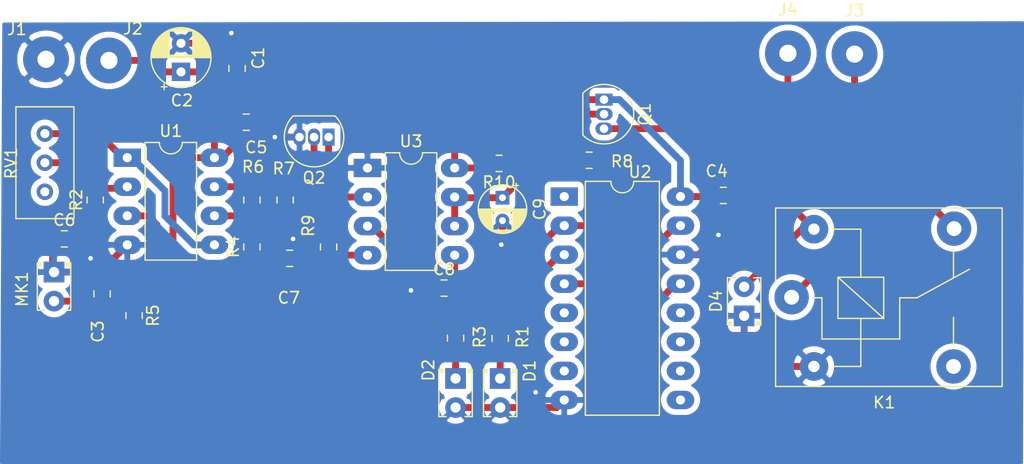
<source format=kicad_pcb>
(kicad_pcb (version 20171130) (host pcbnew "(5.1.5)-3")

  (general
    (thickness 1.6)
    (drawings 0)
    (tracks 170)
    (zones 0)
    (modules 34)
    (nets 35)
  )

  (page A4)
  (layers
    (0 F.Cu signal)
    (31 B.Cu signal)
    (32 B.Adhes user)
    (33 F.Adhes user)
    (34 B.Paste user)
    (35 F.Paste user)
    (36 B.SilkS user)
    (37 F.SilkS user)
    (38 B.Mask user)
    (39 F.Mask user)
    (40 Dwgs.User user)
    (41 Cmts.User user)
    (42 Eco1.User user)
    (43 Eco2.User user)
    (44 Edge.Cuts user)
    (45 Margin user)
    (46 B.CrtYd user)
    (47 F.CrtYd user)
    (48 B.Fab user)
    (49 F.Fab user hide)
  )

  (setup
    (last_trace_width 0.6)
    (trace_clearance 0.2)
    (zone_clearance 0.508)
    (zone_45_only no)
    (trace_min 0.2)
    (via_size 0.8)
    (via_drill 0.4)
    (via_min_size 0.4)
    (via_min_drill 0.3)
    (uvia_size 0.3)
    (uvia_drill 0.1)
    (uvias_allowed no)
    (uvia_min_size 0.2)
    (uvia_min_drill 0.1)
    (edge_width 0.15)
    (segment_width 0.2)
    (pcb_text_width 0.3)
    (pcb_text_size 1.5 1.5)
    (mod_edge_width 0.15)
    (mod_text_size 1 1)
    (mod_text_width 0.15)
    (pad_size 1.524 1.524)
    (pad_drill 0.762)
    (pad_to_mask_clearance 0.051)
    (solder_mask_min_width 0.25)
    (aux_axis_origin 0 0)
    (visible_elements 7FFFFFFF)
    (pcbplotparams
      (layerselection 0x010fc_ffffffff)
      (usegerberextensions false)
      (usegerberattributes false)
      (usegerberadvancedattributes false)
      (creategerberjobfile false)
      (excludeedgelayer true)
      (linewidth 0.100000)
      (plotframeref false)
      (viasonmask false)
      (mode 1)
      (useauxorigin false)
      (hpglpennumber 1)
      (hpglpenspeed 20)
      (hpglpendiameter 15.000000)
      (psnegative false)
      (psa4output false)
      (plotreference true)
      (plotvalue true)
      (plotinvisibletext false)
      (padsonsilk false)
      (subtractmaskfromsilk false)
      (outputformat 1)
      (mirror false)
      (drillshape 1)
      (scaleselection 1)
      (outputdirectory ""))
  )

  (net 0 "")
  (net 1 /Vcc)
  (net 2 GND)
  (net 3 MicOut)
  (net 4 "Net-(C3-Pad1)")
  (net 5 "Net-(C6-Pad2)")
  (net 6 "Net-(C7-Pad2)")
  (net 7 "Net-(C8-Pad2)")
  (net 8 "Net-(C9-Pad1)")
  (net 9 "Net-(D1-Pad1)")
  (net 10 "Net-(D2-Pad1)")
  (net 11 "Net-(J3-Pad1)")
  (net 12 "Net-(J4-Pad1)")
  (net 13 "Net-(K1-Pad3)")
  (net 14 "Net-(Q1-Pad2)")
  (net 15 "Net-(R1-Pad1)")
  (net 16 "Net-(R2-Pad2)")
  (net 17 OUTPUT)
  (net 18 "Net-(R4-Pad2)")
  (net 19 "Net-(R6-Pad1)")
  (net 20 signal)
  (net 21 "Net-(RV1-Pad1)")
  (net 22 "Net-(RV1-Pad3)")
  (net 23 "Net-(U2-Pad1)")
  (net 24 "Net-(U2-Pad9)")
  (net 25 "Net-(U2-Pad10)")
  (net 26 "Net-(U2-Pad11)")
  (net 27 Res)
  (net 28 "Net-(U2-Pad12)")
  (net 29 "Net-(U2-Pad5)")
  (net 30 CLK)
  (net 31 "Net-(U2-Pad6)")
  (net 32 "Net-(U2-Pad7)")
  (net 33 "Net-(D4-Pad2)")
  (net 34 "Net-(Q2-Pad1)")

  (net_class Default "To jest domyślna klasa połączeń."
    (clearance 0.2)
    (trace_width 0.6)
    (via_dia 0.8)
    (via_drill 0.4)
    (uvia_dia 0.3)
    (uvia_drill 0.1)
    (add_net /Vcc)
    (add_net CLK)
    (add_net GND)
    (add_net MicOut)
    (add_net "Net-(C3-Pad1)")
    (add_net "Net-(C6-Pad2)")
    (add_net "Net-(C7-Pad2)")
    (add_net "Net-(C8-Pad2)")
    (add_net "Net-(C9-Pad1)")
    (add_net "Net-(D1-Pad1)")
    (add_net "Net-(D2-Pad1)")
    (add_net "Net-(D4-Pad2)")
    (add_net "Net-(J3-Pad1)")
    (add_net "Net-(J4-Pad1)")
    (add_net "Net-(K1-Pad3)")
    (add_net "Net-(Q1-Pad2)")
    (add_net "Net-(Q2-Pad1)")
    (add_net "Net-(R1-Pad1)")
    (add_net "Net-(R2-Pad2)")
    (add_net "Net-(R4-Pad2)")
    (add_net "Net-(R6-Pad1)")
    (add_net "Net-(RV1-Pad1)")
    (add_net "Net-(RV1-Pad3)")
    (add_net "Net-(U2-Pad1)")
    (add_net "Net-(U2-Pad10)")
    (add_net "Net-(U2-Pad11)")
    (add_net "Net-(U2-Pad12)")
    (add_net "Net-(U2-Pad5)")
    (add_net "Net-(U2-Pad6)")
    (add_net "Net-(U2-Pad7)")
    (add_net "Net-(U2-Pad9)")
    (add_net OUTPUT)
    (add_net Res)
    (add_net signal)
  )

  (module Capacitor_THT:CP_Radial_D4.0mm_P2.00mm (layer F.Cu) (tedit 5AE50EF0) (tstamp 5CF83372)
    (at 159.2 114.3 270)
    (descr "CP, Radial series, Radial, pin pitch=2.00mm, , diameter=4mm, Electrolytic Capacitor")
    (tags "CP Radial series Radial pin pitch 2.00mm  diameter 4mm Electrolytic Capacitor")
    (path /5CF8C484)
    (fp_text reference C9 (at 1 -3.25 270) (layer F.SilkS)
      (effects (font (size 1 1) (thickness 0.15)))
    )
    (fp_text value CP (at 1 3.25 270) (layer F.Fab)
      (effects (font (size 1 1) (thickness 0.15)))
    )
    (fp_text user %R (at 1 0 270) (layer F.Fab)
      (effects (font (size 0.8 0.8) (thickness 0.12)))
    )
    (fp_line (start -1.069801 -1.395) (end -1.069801 -0.995) (layer F.SilkS) (width 0.12))
    (fp_line (start -1.269801 -1.195) (end -0.869801 -1.195) (layer F.SilkS) (width 0.12))
    (fp_line (start 3.081 -0.37) (end 3.081 0.37) (layer F.SilkS) (width 0.12))
    (fp_line (start 3.041 -0.537) (end 3.041 0.537) (layer F.SilkS) (width 0.12))
    (fp_line (start 3.001 -0.664) (end 3.001 0.664) (layer F.SilkS) (width 0.12))
    (fp_line (start 2.961 -0.768) (end 2.961 0.768) (layer F.SilkS) (width 0.12))
    (fp_line (start 2.921 -0.859) (end 2.921 0.859) (layer F.SilkS) (width 0.12))
    (fp_line (start 2.881 -0.94) (end 2.881 0.94) (layer F.SilkS) (width 0.12))
    (fp_line (start 2.841 -1.013) (end 2.841 1.013) (layer F.SilkS) (width 0.12))
    (fp_line (start 2.801 0.84) (end 2.801 1.08) (layer F.SilkS) (width 0.12))
    (fp_line (start 2.801 -1.08) (end 2.801 -0.84) (layer F.SilkS) (width 0.12))
    (fp_line (start 2.761 0.84) (end 2.761 1.142) (layer F.SilkS) (width 0.12))
    (fp_line (start 2.761 -1.142) (end 2.761 -0.84) (layer F.SilkS) (width 0.12))
    (fp_line (start 2.721 0.84) (end 2.721 1.2) (layer F.SilkS) (width 0.12))
    (fp_line (start 2.721 -1.2) (end 2.721 -0.84) (layer F.SilkS) (width 0.12))
    (fp_line (start 2.681 0.84) (end 2.681 1.254) (layer F.SilkS) (width 0.12))
    (fp_line (start 2.681 -1.254) (end 2.681 -0.84) (layer F.SilkS) (width 0.12))
    (fp_line (start 2.641 0.84) (end 2.641 1.304) (layer F.SilkS) (width 0.12))
    (fp_line (start 2.641 -1.304) (end 2.641 -0.84) (layer F.SilkS) (width 0.12))
    (fp_line (start 2.601 0.84) (end 2.601 1.351) (layer F.SilkS) (width 0.12))
    (fp_line (start 2.601 -1.351) (end 2.601 -0.84) (layer F.SilkS) (width 0.12))
    (fp_line (start 2.561 0.84) (end 2.561 1.396) (layer F.SilkS) (width 0.12))
    (fp_line (start 2.561 -1.396) (end 2.561 -0.84) (layer F.SilkS) (width 0.12))
    (fp_line (start 2.521 0.84) (end 2.521 1.438) (layer F.SilkS) (width 0.12))
    (fp_line (start 2.521 -1.438) (end 2.521 -0.84) (layer F.SilkS) (width 0.12))
    (fp_line (start 2.481 0.84) (end 2.481 1.478) (layer F.SilkS) (width 0.12))
    (fp_line (start 2.481 -1.478) (end 2.481 -0.84) (layer F.SilkS) (width 0.12))
    (fp_line (start 2.441 0.84) (end 2.441 1.516) (layer F.SilkS) (width 0.12))
    (fp_line (start 2.441 -1.516) (end 2.441 -0.84) (layer F.SilkS) (width 0.12))
    (fp_line (start 2.401 0.84) (end 2.401 1.552) (layer F.SilkS) (width 0.12))
    (fp_line (start 2.401 -1.552) (end 2.401 -0.84) (layer F.SilkS) (width 0.12))
    (fp_line (start 2.361 0.84) (end 2.361 1.587) (layer F.SilkS) (width 0.12))
    (fp_line (start 2.361 -1.587) (end 2.361 -0.84) (layer F.SilkS) (width 0.12))
    (fp_line (start 2.321 0.84) (end 2.321 1.619) (layer F.SilkS) (width 0.12))
    (fp_line (start 2.321 -1.619) (end 2.321 -0.84) (layer F.SilkS) (width 0.12))
    (fp_line (start 2.281 0.84) (end 2.281 1.65) (layer F.SilkS) (width 0.12))
    (fp_line (start 2.281 -1.65) (end 2.281 -0.84) (layer F.SilkS) (width 0.12))
    (fp_line (start 2.241 0.84) (end 2.241 1.68) (layer F.SilkS) (width 0.12))
    (fp_line (start 2.241 -1.68) (end 2.241 -0.84) (layer F.SilkS) (width 0.12))
    (fp_line (start 2.201 0.84) (end 2.201 1.708) (layer F.SilkS) (width 0.12))
    (fp_line (start 2.201 -1.708) (end 2.201 -0.84) (layer F.SilkS) (width 0.12))
    (fp_line (start 2.161 0.84) (end 2.161 1.735) (layer F.SilkS) (width 0.12))
    (fp_line (start 2.161 -1.735) (end 2.161 -0.84) (layer F.SilkS) (width 0.12))
    (fp_line (start 2.121 0.84) (end 2.121 1.76) (layer F.SilkS) (width 0.12))
    (fp_line (start 2.121 -1.76) (end 2.121 -0.84) (layer F.SilkS) (width 0.12))
    (fp_line (start 2.081 0.84) (end 2.081 1.785) (layer F.SilkS) (width 0.12))
    (fp_line (start 2.081 -1.785) (end 2.081 -0.84) (layer F.SilkS) (width 0.12))
    (fp_line (start 2.041 0.84) (end 2.041 1.808) (layer F.SilkS) (width 0.12))
    (fp_line (start 2.041 -1.808) (end 2.041 -0.84) (layer F.SilkS) (width 0.12))
    (fp_line (start 2.001 0.84) (end 2.001 1.83) (layer F.SilkS) (width 0.12))
    (fp_line (start 2.001 -1.83) (end 2.001 -0.84) (layer F.SilkS) (width 0.12))
    (fp_line (start 1.961 0.84) (end 1.961 1.851) (layer F.SilkS) (width 0.12))
    (fp_line (start 1.961 -1.851) (end 1.961 -0.84) (layer F.SilkS) (width 0.12))
    (fp_line (start 1.921 0.84) (end 1.921 1.87) (layer F.SilkS) (width 0.12))
    (fp_line (start 1.921 -1.87) (end 1.921 -0.84) (layer F.SilkS) (width 0.12))
    (fp_line (start 1.881 0.84) (end 1.881 1.889) (layer F.SilkS) (width 0.12))
    (fp_line (start 1.881 -1.889) (end 1.881 -0.84) (layer F.SilkS) (width 0.12))
    (fp_line (start 1.841 0.84) (end 1.841 1.907) (layer F.SilkS) (width 0.12))
    (fp_line (start 1.841 -1.907) (end 1.841 -0.84) (layer F.SilkS) (width 0.12))
    (fp_line (start 1.801 0.84) (end 1.801 1.924) (layer F.SilkS) (width 0.12))
    (fp_line (start 1.801 -1.924) (end 1.801 -0.84) (layer F.SilkS) (width 0.12))
    (fp_line (start 1.761 0.84) (end 1.761 1.94) (layer F.SilkS) (width 0.12))
    (fp_line (start 1.761 -1.94) (end 1.761 -0.84) (layer F.SilkS) (width 0.12))
    (fp_line (start 1.721 0.84) (end 1.721 1.954) (layer F.SilkS) (width 0.12))
    (fp_line (start 1.721 -1.954) (end 1.721 -0.84) (layer F.SilkS) (width 0.12))
    (fp_line (start 1.68 0.84) (end 1.68 1.968) (layer F.SilkS) (width 0.12))
    (fp_line (start 1.68 -1.968) (end 1.68 -0.84) (layer F.SilkS) (width 0.12))
    (fp_line (start 1.64 0.84) (end 1.64 1.982) (layer F.SilkS) (width 0.12))
    (fp_line (start 1.64 -1.982) (end 1.64 -0.84) (layer F.SilkS) (width 0.12))
    (fp_line (start 1.6 0.84) (end 1.6 1.994) (layer F.SilkS) (width 0.12))
    (fp_line (start 1.6 -1.994) (end 1.6 -0.84) (layer F.SilkS) (width 0.12))
    (fp_line (start 1.56 0.84) (end 1.56 2.005) (layer F.SilkS) (width 0.12))
    (fp_line (start 1.56 -2.005) (end 1.56 -0.84) (layer F.SilkS) (width 0.12))
    (fp_line (start 1.52 0.84) (end 1.52 2.016) (layer F.SilkS) (width 0.12))
    (fp_line (start 1.52 -2.016) (end 1.52 -0.84) (layer F.SilkS) (width 0.12))
    (fp_line (start 1.48 0.84) (end 1.48 2.025) (layer F.SilkS) (width 0.12))
    (fp_line (start 1.48 -2.025) (end 1.48 -0.84) (layer F.SilkS) (width 0.12))
    (fp_line (start 1.44 0.84) (end 1.44 2.034) (layer F.SilkS) (width 0.12))
    (fp_line (start 1.44 -2.034) (end 1.44 -0.84) (layer F.SilkS) (width 0.12))
    (fp_line (start 1.4 0.84) (end 1.4 2.042) (layer F.SilkS) (width 0.12))
    (fp_line (start 1.4 -2.042) (end 1.4 -0.84) (layer F.SilkS) (width 0.12))
    (fp_line (start 1.36 0.84) (end 1.36 2.05) (layer F.SilkS) (width 0.12))
    (fp_line (start 1.36 -2.05) (end 1.36 -0.84) (layer F.SilkS) (width 0.12))
    (fp_line (start 1.32 0.84) (end 1.32 2.056) (layer F.SilkS) (width 0.12))
    (fp_line (start 1.32 -2.056) (end 1.32 -0.84) (layer F.SilkS) (width 0.12))
    (fp_line (start 1.28 0.84) (end 1.28 2.062) (layer F.SilkS) (width 0.12))
    (fp_line (start 1.28 -2.062) (end 1.28 -0.84) (layer F.SilkS) (width 0.12))
    (fp_line (start 1.24 0.84) (end 1.24 2.067) (layer F.SilkS) (width 0.12))
    (fp_line (start 1.24 -2.067) (end 1.24 -0.84) (layer F.SilkS) (width 0.12))
    (fp_line (start 1.2 0.84) (end 1.2 2.071) (layer F.SilkS) (width 0.12))
    (fp_line (start 1.2 -2.071) (end 1.2 -0.84) (layer F.SilkS) (width 0.12))
    (fp_line (start 1.16 -2.074) (end 1.16 2.074) (layer F.SilkS) (width 0.12))
    (fp_line (start 1.12 -2.077) (end 1.12 2.077) (layer F.SilkS) (width 0.12))
    (fp_line (start 1.08 -2.079) (end 1.08 2.079) (layer F.SilkS) (width 0.12))
    (fp_line (start 1.04 -2.08) (end 1.04 2.08) (layer F.SilkS) (width 0.12))
    (fp_line (start 1 -2.08) (end 1 2.08) (layer F.SilkS) (width 0.12))
    (fp_line (start -0.502554 -1.0675) (end -0.502554 -0.6675) (layer F.Fab) (width 0.1))
    (fp_line (start -0.702554 -0.8675) (end -0.302554 -0.8675) (layer F.Fab) (width 0.1))
    (fp_circle (center 1 0) (end 3.25 0) (layer F.CrtYd) (width 0.05))
    (fp_circle (center 1 0) (end 3.12 0) (layer F.SilkS) (width 0.12))
    (fp_circle (center 1 0) (end 3 0) (layer F.Fab) (width 0.1))
    (pad 2 thru_hole circle (at 2 0 270) (size 1.2 1.2) (drill 0.6) (layers *.Cu *.Mask)
      (net 2 GND))
    (pad 1 thru_hole rect (at 0 0 270) (size 1.2 1.2) (drill 0.6) (layers *.Cu *.Mask)
      (net 8 "Net-(C9-Pad1)"))
    (model ${KISYS3DMOD}/Capacitor_THT.3dshapes/CP_Radial_D4.0mm_P2.00mm.wrl
      (at (xyz 0 0 0))
      (scale (xyz 1 1 1))
      (rotate (xyz 0 0 0))
    )
  )

  (module Capacitor_THT:CP_Radial_D5.0mm_P2.50mm (layer F.Cu) (tedit 5AE50EF0) (tstamp 5CF83278)
    (at 131.1 103.3 90)
    (descr "CP, Radial series, Radial, pin pitch=2.50mm, , diameter=5mm, Electrolytic Capacitor")
    (tags "CP Radial series Radial pin pitch 2.50mm  diameter 5mm Electrolytic Capacitor")
    (path /5CA1392D)
    (fp_text reference C2 (at -2.5 0.075 180) (layer F.SilkS)
      (effects (font (size 1 1) (thickness 0.15)))
    )
    (fp_text value CP (at 1.25 3.75 90) (layer F.Fab)
      (effects (font (size 1 1) (thickness 0.15)))
    )
    (fp_text user %R (at 1.25 0 90) (layer F.Fab)
      (effects (font (size 1 1) (thickness 0.15)))
    )
    (fp_line (start -1.304775 -1.725) (end -1.304775 -1.225) (layer F.SilkS) (width 0.12))
    (fp_line (start -1.554775 -1.475) (end -1.054775 -1.475) (layer F.SilkS) (width 0.12))
    (fp_line (start 3.851 -0.284) (end 3.851 0.284) (layer F.SilkS) (width 0.12))
    (fp_line (start 3.811 -0.518) (end 3.811 0.518) (layer F.SilkS) (width 0.12))
    (fp_line (start 3.771 -0.677) (end 3.771 0.677) (layer F.SilkS) (width 0.12))
    (fp_line (start 3.731 -0.805) (end 3.731 0.805) (layer F.SilkS) (width 0.12))
    (fp_line (start 3.691 -0.915) (end 3.691 0.915) (layer F.SilkS) (width 0.12))
    (fp_line (start 3.651 -1.011) (end 3.651 1.011) (layer F.SilkS) (width 0.12))
    (fp_line (start 3.611 -1.098) (end 3.611 1.098) (layer F.SilkS) (width 0.12))
    (fp_line (start 3.571 -1.178) (end 3.571 1.178) (layer F.SilkS) (width 0.12))
    (fp_line (start 3.531 1.04) (end 3.531 1.251) (layer F.SilkS) (width 0.12))
    (fp_line (start 3.531 -1.251) (end 3.531 -1.04) (layer F.SilkS) (width 0.12))
    (fp_line (start 3.491 1.04) (end 3.491 1.319) (layer F.SilkS) (width 0.12))
    (fp_line (start 3.491 -1.319) (end 3.491 -1.04) (layer F.SilkS) (width 0.12))
    (fp_line (start 3.451 1.04) (end 3.451 1.383) (layer F.SilkS) (width 0.12))
    (fp_line (start 3.451 -1.383) (end 3.451 -1.04) (layer F.SilkS) (width 0.12))
    (fp_line (start 3.411 1.04) (end 3.411 1.443) (layer F.SilkS) (width 0.12))
    (fp_line (start 3.411 -1.443) (end 3.411 -1.04) (layer F.SilkS) (width 0.12))
    (fp_line (start 3.371 1.04) (end 3.371 1.5) (layer F.SilkS) (width 0.12))
    (fp_line (start 3.371 -1.5) (end 3.371 -1.04) (layer F.SilkS) (width 0.12))
    (fp_line (start 3.331 1.04) (end 3.331 1.554) (layer F.SilkS) (width 0.12))
    (fp_line (start 3.331 -1.554) (end 3.331 -1.04) (layer F.SilkS) (width 0.12))
    (fp_line (start 3.291 1.04) (end 3.291 1.605) (layer F.SilkS) (width 0.12))
    (fp_line (start 3.291 -1.605) (end 3.291 -1.04) (layer F.SilkS) (width 0.12))
    (fp_line (start 3.251 1.04) (end 3.251 1.653) (layer F.SilkS) (width 0.12))
    (fp_line (start 3.251 -1.653) (end 3.251 -1.04) (layer F.SilkS) (width 0.12))
    (fp_line (start 3.211 1.04) (end 3.211 1.699) (layer F.SilkS) (width 0.12))
    (fp_line (start 3.211 -1.699) (end 3.211 -1.04) (layer F.SilkS) (width 0.12))
    (fp_line (start 3.171 1.04) (end 3.171 1.743) (layer F.SilkS) (width 0.12))
    (fp_line (start 3.171 -1.743) (end 3.171 -1.04) (layer F.SilkS) (width 0.12))
    (fp_line (start 3.131 1.04) (end 3.131 1.785) (layer F.SilkS) (width 0.12))
    (fp_line (start 3.131 -1.785) (end 3.131 -1.04) (layer F.SilkS) (width 0.12))
    (fp_line (start 3.091 1.04) (end 3.091 1.826) (layer F.SilkS) (width 0.12))
    (fp_line (start 3.091 -1.826) (end 3.091 -1.04) (layer F.SilkS) (width 0.12))
    (fp_line (start 3.051 1.04) (end 3.051 1.864) (layer F.SilkS) (width 0.12))
    (fp_line (start 3.051 -1.864) (end 3.051 -1.04) (layer F.SilkS) (width 0.12))
    (fp_line (start 3.011 1.04) (end 3.011 1.901) (layer F.SilkS) (width 0.12))
    (fp_line (start 3.011 -1.901) (end 3.011 -1.04) (layer F.SilkS) (width 0.12))
    (fp_line (start 2.971 1.04) (end 2.971 1.937) (layer F.SilkS) (width 0.12))
    (fp_line (start 2.971 -1.937) (end 2.971 -1.04) (layer F.SilkS) (width 0.12))
    (fp_line (start 2.931 1.04) (end 2.931 1.971) (layer F.SilkS) (width 0.12))
    (fp_line (start 2.931 -1.971) (end 2.931 -1.04) (layer F.SilkS) (width 0.12))
    (fp_line (start 2.891 1.04) (end 2.891 2.004) (layer F.SilkS) (width 0.12))
    (fp_line (start 2.891 -2.004) (end 2.891 -1.04) (layer F.SilkS) (width 0.12))
    (fp_line (start 2.851 1.04) (end 2.851 2.035) (layer F.SilkS) (width 0.12))
    (fp_line (start 2.851 -2.035) (end 2.851 -1.04) (layer F.SilkS) (width 0.12))
    (fp_line (start 2.811 1.04) (end 2.811 2.065) (layer F.SilkS) (width 0.12))
    (fp_line (start 2.811 -2.065) (end 2.811 -1.04) (layer F.SilkS) (width 0.12))
    (fp_line (start 2.771 1.04) (end 2.771 2.095) (layer F.SilkS) (width 0.12))
    (fp_line (start 2.771 -2.095) (end 2.771 -1.04) (layer F.SilkS) (width 0.12))
    (fp_line (start 2.731 1.04) (end 2.731 2.122) (layer F.SilkS) (width 0.12))
    (fp_line (start 2.731 -2.122) (end 2.731 -1.04) (layer F.SilkS) (width 0.12))
    (fp_line (start 2.691 1.04) (end 2.691 2.149) (layer F.SilkS) (width 0.12))
    (fp_line (start 2.691 -2.149) (end 2.691 -1.04) (layer F.SilkS) (width 0.12))
    (fp_line (start 2.651 1.04) (end 2.651 2.175) (layer F.SilkS) (width 0.12))
    (fp_line (start 2.651 -2.175) (end 2.651 -1.04) (layer F.SilkS) (width 0.12))
    (fp_line (start 2.611 1.04) (end 2.611 2.2) (layer F.SilkS) (width 0.12))
    (fp_line (start 2.611 -2.2) (end 2.611 -1.04) (layer F.SilkS) (width 0.12))
    (fp_line (start 2.571 1.04) (end 2.571 2.224) (layer F.SilkS) (width 0.12))
    (fp_line (start 2.571 -2.224) (end 2.571 -1.04) (layer F.SilkS) (width 0.12))
    (fp_line (start 2.531 1.04) (end 2.531 2.247) (layer F.SilkS) (width 0.12))
    (fp_line (start 2.531 -2.247) (end 2.531 -1.04) (layer F.SilkS) (width 0.12))
    (fp_line (start 2.491 1.04) (end 2.491 2.268) (layer F.SilkS) (width 0.12))
    (fp_line (start 2.491 -2.268) (end 2.491 -1.04) (layer F.SilkS) (width 0.12))
    (fp_line (start 2.451 1.04) (end 2.451 2.29) (layer F.SilkS) (width 0.12))
    (fp_line (start 2.451 -2.29) (end 2.451 -1.04) (layer F.SilkS) (width 0.12))
    (fp_line (start 2.411 1.04) (end 2.411 2.31) (layer F.SilkS) (width 0.12))
    (fp_line (start 2.411 -2.31) (end 2.411 -1.04) (layer F.SilkS) (width 0.12))
    (fp_line (start 2.371 1.04) (end 2.371 2.329) (layer F.SilkS) (width 0.12))
    (fp_line (start 2.371 -2.329) (end 2.371 -1.04) (layer F.SilkS) (width 0.12))
    (fp_line (start 2.331 1.04) (end 2.331 2.348) (layer F.SilkS) (width 0.12))
    (fp_line (start 2.331 -2.348) (end 2.331 -1.04) (layer F.SilkS) (width 0.12))
    (fp_line (start 2.291 1.04) (end 2.291 2.365) (layer F.SilkS) (width 0.12))
    (fp_line (start 2.291 -2.365) (end 2.291 -1.04) (layer F.SilkS) (width 0.12))
    (fp_line (start 2.251 1.04) (end 2.251 2.382) (layer F.SilkS) (width 0.12))
    (fp_line (start 2.251 -2.382) (end 2.251 -1.04) (layer F.SilkS) (width 0.12))
    (fp_line (start 2.211 1.04) (end 2.211 2.398) (layer F.SilkS) (width 0.12))
    (fp_line (start 2.211 -2.398) (end 2.211 -1.04) (layer F.SilkS) (width 0.12))
    (fp_line (start 2.171 1.04) (end 2.171 2.414) (layer F.SilkS) (width 0.12))
    (fp_line (start 2.171 -2.414) (end 2.171 -1.04) (layer F.SilkS) (width 0.12))
    (fp_line (start 2.131 1.04) (end 2.131 2.428) (layer F.SilkS) (width 0.12))
    (fp_line (start 2.131 -2.428) (end 2.131 -1.04) (layer F.SilkS) (width 0.12))
    (fp_line (start 2.091 1.04) (end 2.091 2.442) (layer F.SilkS) (width 0.12))
    (fp_line (start 2.091 -2.442) (end 2.091 -1.04) (layer F.SilkS) (width 0.12))
    (fp_line (start 2.051 1.04) (end 2.051 2.455) (layer F.SilkS) (width 0.12))
    (fp_line (start 2.051 -2.455) (end 2.051 -1.04) (layer F.SilkS) (width 0.12))
    (fp_line (start 2.011 1.04) (end 2.011 2.468) (layer F.SilkS) (width 0.12))
    (fp_line (start 2.011 -2.468) (end 2.011 -1.04) (layer F.SilkS) (width 0.12))
    (fp_line (start 1.971 1.04) (end 1.971 2.48) (layer F.SilkS) (width 0.12))
    (fp_line (start 1.971 -2.48) (end 1.971 -1.04) (layer F.SilkS) (width 0.12))
    (fp_line (start 1.93 1.04) (end 1.93 2.491) (layer F.SilkS) (width 0.12))
    (fp_line (start 1.93 -2.491) (end 1.93 -1.04) (layer F.SilkS) (width 0.12))
    (fp_line (start 1.89 1.04) (end 1.89 2.501) (layer F.SilkS) (width 0.12))
    (fp_line (start 1.89 -2.501) (end 1.89 -1.04) (layer F.SilkS) (width 0.12))
    (fp_line (start 1.85 1.04) (end 1.85 2.511) (layer F.SilkS) (width 0.12))
    (fp_line (start 1.85 -2.511) (end 1.85 -1.04) (layer F.SilkS) (width 0.12))
    (fp_line (start 1.81 1.04) (end 1.81 2.52) (layer F.SilkS) (width 0.12))
    (fp_line (start 1.81 -2.52) (end 1.81 -1.04) (layer F.SilkS) (width 0.12))
    (fp_line (start 1.77 1.04) (end 1.77 2.528) (layer F.SilkS) (width 0.12))
    (fp_line (start 1.77 -2.528) (end 1.77 -1.04) (layer F.SilkS) (width 0.12))
    (fp_line (start 1.73 1.04) (end 1.73 2.536) (layer F.SilkS) (width 0.12))
    (fp_line (start 1.73 -2.536) (end 1.73 -1.04) (layer F.SilkS) (width 0.12))
    (fp_line (start 1.69 1.04) (end 1.69 2.543) (layer F.SilkS) (width 0.12))
    (fp_line (start 1.69 -2.543) (end 1.69 -1.04) (layer F.SilkS) (width 0.12))
    (fp_line (start 1.65 1.04) (end 1.65 2.55) (layer F.SilkS) (width 0.12))
    (fp_line (start 1.65 -2.55) (end 1.65 -1.04) (layer F.SilkS) (width 0.12))
    (fp_line (start 1.61 1.04) (end 1.61 2.556) (layer F.SilkS) (width 0.12))
    (fp_line (start 1.61 -2.556) (end 1.61 -1.04) (layer F.SilkS) (width 0.12))
    (fp_line (start 1.57 1.04) (end 1.57 2.561) (layer F.SilkS) (width 0.12))
    (fp_line (start 1.57 -2.561) (end 1.57 -1.04) (layer F.SilkS) (width 0.12))
    (fp_line (start 1.53 1.04) (end 1.53 2.565) (layer F.SilkS) (width 0.12))
    (fp_line (start 1.53 -2.565) (end 1.53 -1.04) (layer F.SilkS) (width 0.12))
    (fp_line (start 1.49 1.04) (end 1.49 2.569) (layer F.SilkS) (width 0.12))
    (fp_line (start 1.49 -2.569) (end 1.49 -1.04) (layer F.SilkS) (width 0.12))
    (fp_line (start 1.45 -2.573) (end 1.45 2.573) (layer F.SilkS) (width 0.12))
    (fp_line (start 1.41 -2.576) (end 1.41 2.576) (layer F.SilkS) (width 0.12))
    (fp_line (start 1.37 -2.578) (end 1.37 2.578) (layer F.SilkS) (width 0.12))
    (fp_line (start 1.33 -2.579) (end 1.33 2.579) (layer F.SilkS) (width 0.12))
    (fp_line (start 1.29 -2.58) (end 1.29 2.58) (layer F.SilkS) (width 0.12))
    (fp_line (start 1.25 -2.58) (end 1.25 2.58) (layer F.SilkS) (width 0.12))
    (fp_line (start -0.633605 -1.3375) (end -0.633605 -0.8375) (layer F.Fab) (width 0.1))
    (fp_line (start -0.883605 -1.0875) (end -0.383605 -1.0875) (layer F.Fab) (width 0.1))
    (fp_circle (center 1.25 0) (end 4 0) (layer F.CrtYd) (width 0.05))
    (fp_circle (center 1.25 0) (end 3.87 0) (layer F.SilkS) (width 0.12))
    (fp_circle (center 1.25 0) (end 3.75 0) (layer F.Fab) (width 0.1))
    (pad 2 thru_hole circle (at 2.5 0 90) (size 1.6 1.6) (drill 0.8) (layers *.Cu *.Mask)
      (net 2 GND))
    (pad 1 thru_hole rect (at 0 0 90) (size 1.6 1.6) (drill 0.8) (layers *.Cu *.Mask)
      (net 1 /Vcc))
    (model ${KISYS3DMOD}/Capacitor_THT.3dshapes/CP_Radial_D5.0mm_P2.50mm.wrl
      (at (xyz 0 0 0))
      (scale (xyz 1 1 1))
      (rotate (xyz 0 0 0))
    )
  )

  (module Capacitor_SMD:C_0805_2012Metric_Pad1.15x1.40mm_HandSolder (layer F.Cu) (tedit 5B36C52B) (tstamp 5CF831CF)
    (at 136 103 90)
    (descr "Capacitor SMD 0805 (2012 Metric), square (rectangular) end terminal, IPC_7351 nominal with elongated pad for handsoldering. (Body size source: https://docs.google.com/spreadsheets/d/1BsfQQcO9C6DZCsRaXUlFlo91Tg2WpOkGARC1WS5S8t0/edit?usp=sharing), generated with kicad-footprint-generator")
    (tags "capacitor handsolder")
    (path /5CA1385C)
    (attr smd)
    (fp_text reference C1 (at 0.9 1.85 90) (layer F.SilkS)
      (effects (font (size 1 1) (thickness 0.15)))
    )
    (fp_text value C (at 0 1.65 90) (layer F.Fab)
      (effects (font (size 1 1) (thickness 0.15)))
    )
    (fp_line (start -1 0.6) (end -1 -0.6) (layer F.Fab) (width 0.1))
    (fp_line (start -1 -0.6) (end 1 -0.6) (layer F.Fab) (width 0.1))
    (fp_line (start 1 -0.6) (end 1 0.6) (layer F.Fab) (width 0.1))
    (fp_line (start 1 0.6) (end -1 0.6) (layer F.Fab) (width 0.1))
    (fp_line (start -0.261252 -0.71) (end 0.261252 -0.71) (layer F.SilkS) (width 0.12))
    (fp_line (start -0.261252 0.71) (end 0.261252 0.71) (layer F.SilkS) (width 0.12))
    (fp_line (start -1.85 0.95) (end -1.85 -0.95) (layer F.CrtYd) (width 0.05))
    (fp_line (start -1.85 -0.95) (end 1.85 -0.95) (layer F.CrtYd) (width 0.05))
    (fp_line (start 1.85 -0.95) (end 1.85 0.95) (layer F.CrtYd) (width 0.05))
    (fp_line (start 1.85 0.95) (end -1.85 0.95) (layer F.CrtYd) (width 0.05))
    (fp_text user %R (at 0 0 90) (layer F.Fab)
      (effects (font (size 0.5 0.5) (thickness 0.08)))
    )
    (pad 1 smd roundrect (at -1.025 0 90) (size 1.15 1.4) (layers F.Cu F.Paste F.Mask) (roundrect_rratio 0.217391)
      (net 1 /Vcc))
    (pad 2 smd roundrect (at 1.025 0 90) (size 1.15 1.4) (layers F.Cu F.Paste F.Mask) (roundrect_rratio 0.217391)
      (net 2 GND))
    (model ${KISYS3DMOD}/Capacitor_SMD.3dshapes/C_0805_2012Metric.wrl
      (at (xyz 0 0 0))
      (scale (xyz 1 1 1))
      (rotate (xyz 0 0 0))
    )
  )

  (module Capacitor_SMD:C_0805_2012Metric_Pad1.15x1.40mm_HandSolder (layer F.Cu) (tedit 5B36C52B) (tstamp 5CF83289)
    (at 124.2 122.7 90)
    (descr "Capacitor SMD 0805 (2012 Metric), square (rectangular) end terminal, IPC_7351 nominal with elongated pad for handsoldering. (Body size source: https://docs.google.com/spreadsheets/d/1BsfQQcO9C6DZCsRaXUlFlo91Tg2WpOkGARC1WS5S8t0/edit?usp=sharing), generated with kicad-footprint-generator")
    (tags "capacitor handsolder")
    (path /5CA27913)
    (attr smd)
    (fp_text reference C3 (at -3.3 -0.375 90) (layer F.SilkS)
      (effects (font (size 1 1) (thickness 0.15)))
    )
    (fp_text value C (at 0 1.65 90) (layer F.Fab)
      (effects (font (size 1 1) (thickness 0.15)))
    )
    (fp_text user %R (at 0 0 90) (layer F.Fab)
      (effects (font (size 0.5 0.5) (thickness 0.08)))
    )
    (fp_line (start 1.85 0.95) (end -1.85 0.95) (layer F.CrtYd) (width 0.05))
    (fp_line (start 1.85 -0.95) (end 1.85 0.95) (layer F.CrtYd) (width 0.05))
    (fp_line (start -1.85 -0.95) (end 1.85 -0.95) (layer F.CrtYd) (width 0.05))
    (fp_line (start -1.85 0.95) (end -1.85 -0.95) (layer F.CrtYd) (width 0.05))
    (fp_line (start -0.261252 0.71) (end 0.261252 0.71) (layer F.SilkS) (width 0.12))
    (fp_line (start -0.261252 -0.71) (end 0.261252 -0.71) (layer F.SilkS) (width 0.12))
    (fp_line (start 1 0.6) (end -1 0.6) (layer F.Fab) (width 0.1))
    (fp_line (start 1 -0.6) (end 1 0.6) (layer F.Fab) (width 0.1))
    (fp_line (start -1 -0.6) (end 1 -0.6) (layer F.Fab) (width 0.1))
    (fp_line (start -1 0.6) (end -1 -0.6) (layer F.Fab) (width 0.1))
    (pad 2 smd roundrect (at 1.025 0 90) (size 1.15 1.4) (layers F.Cu F.Paste F.Mask) (roundrect_rratio 0.217391)
      (net 3 MicOut))
    (pad 1 smd roundrect (at -1.025 0 90) (size 1.15 1.4) (layers F.Cu F.Paste F.Mask) (roundrect_rratio 0.217391)
      (net 4 "Net-(C3-Pad1)"))
    (model ${KISYS3DMOD}/Capacitor_SMD.3dshapes/C_0805_2012Metric.wrl
      (at (xyz 0 0 0))
      (scale (xyz 1 1 1))
      (rotate (xyz 0 0 0))
    )
  )

  (module Capacitor_SMD:C_0805_2012Metric_Pad1.15x1.40mm_HandSolder (layer F.Cu) (tedit 5B36C52B) (tstamp 5CF8329A)
    (at 178.5 114.1 180)
    (descr "Capacitor SMD 0805 (2012 Metric), square (rectangular) end terminal, IPC_7351 nominal with elongated pad for handsoldering. (Body size source: https://docs.google.com/spreadsheets/d/1BsfQQcO9C6DZCsRaXUlFlo91Tg2WpOkGARC1WS5S8t0/edit?usp=sharing), generated with kicad-footprint-generator")
    (tags "capacitor handsolder")
    (path /5CA15D0F)
    (attr smd)
    (fp_text reference C4 (at 0.575 2.125 180) (layer F.SilkS)
      (effects (font (size 1 1) (thickness 0.15)))
    )
    (fp_text value C (at 0 1.65 180) (layer F.Fab)
      (effects (font (size 1 1) (thickness 0.15)))
    )
    (fp_text user %R (at 0 0 180) (layer F.Fab)
      (effects (font (size 0.5 0.5) (thickness 0.08)))
    )
    (fp_line (start 1.85 0.95) (end -1.85 0.95) (layer F.CrtYd) (width 0.05))
    (fp_line (start 1.85 -0.95) (end 1.85 0.95) (layer F.CrtYd) (width 0.05))
    (fp_line (start -1.85 -0.95) (end 1.85 -0.95) (layer F.CrtYd) (width 0.05))
    (fp_line (start -1.85 0.95) (end -1.85 -0.95) (layer F.CrtYd) (width 0.05))
    (fp_line (start -0.261252 0.71) (end 0.261252 0.71) (layer F.SilkS) (width 0.12))
    (fp_line (start -0.261252 -0.71) (end 0.261252 -0.71) (layer F.SilkS) (width 0.12))
    (fp_line (start 1 0.6) (end -1 0.6) (layer F.Fab) (width 0.1))
    (fp_line (start 1 -0.6) (end 1 0.6) (layer F.Fab) (width 0.1))
    (fp_line (start -1 -0.6) (end 1 -0.6) (layer F.Fab) (width 0.1))
    (fp_line (start -1 0.6) (end -1 -0.6) (layer F.Fab) (width 0.1))
    (pad 2 smd roundrect (at 1.025 0 180) (size 1.15 1.4) (layers F.Cu F.Paste F.Mask) (roundrect_rratio 0.217391)
      (net 1 /Vcc))
    (pad 1 smd roundrect (at -1.025 0 180) (size 1.15 1.4) (layers F.Cu F.Paste F.Mask) (roundrect_rratio 0.217391)
      (net 2 GND))
    (model ${KISYS3DMOD}/Capacitor_SMD.3dshapes/C_0805_2012Metric.wrl
      (at (xyz 0 0 0))
      (scale (xyz 1 1 1))
      (rotate (xyz 0 0 0))
    )
  )

  (module Capacitor_SMD:C_0805_2012Metric_Pad1.15x1.40mm_HandSolder (layer F.Cu) (tedit 5B36C52B) (tstamp 5CF832AB)
    (at 136.8 107.7 180)
    (descr "Capacitor SMD 0805 (2012 Metric), square (rectangular) end terminal, IPC_7351 nominal with elongated pad for handsoldering. (Body size source: https://docs.google.com/spreadsheets/d/1BsfQQcO9C6DZCsRaXUlFlo91Tg2WpOkGARC1WS5S8t0/edit?usp=sharing), generated with kicad-footprint-generator")
    (tags "capacitor handsolder")
    (path /5CA18EA2)
    (attr smd)
    (fp_text reference C5 (at -0.875 -2.2 180) (layer F.SilkS)
      (effects (font (size 1 1) (thickness 0.15)))
    )
    (fp_text value C (at 0 1.65 180) (layer F.Fab)
      (effects (font (size 1 1) (thickness 0.15)))
    )
    (fp_line (start -1 0.6) (end -1 -0.6) (layer F.Fab) (width 0.1))
    (fp_line (start -1 -0.6) (end 1 -0.6) (layer F.Fab) (width 0.1))
    (fp_line (start 1 -0.6) (end 1 0.6) (layer F.Fab) (width 0.1))
    (fp_line (start 1 0.6) (end -1 0.6) (layer F.Fab) (width 0.1))
    (fp_line (start -0.261252 -0.71) (end 0.261252 -0.71) (layer F.SilkS) (width 0.12))
    (fp_line (start -0.261252 0.71) (end 0.261252 0.71) (layer F.SilkS) (width 0.12))
    (fp_line (start -1.85 0.95) (end -1.85 -0.95) (layer F.CrtYd) (width 0.05))
    (fp_line (start -1.85 -0.95) (end 1.85 -0.95) (layer F.CrtYd) (width 0.05))
    (fp_line (start 1.85 -0.95) (end 1.85 0.95) (layer F.CrtYd) (width 0.05))
    (fp_line (start 1.85 0.95) (end -1.85 0.95) (layer F.CrtYd) (width 0.05))
    (fp_text user %R (at -0.175 -0.35 180) (layer F.Fab)
      (effects (font (size 0.5 0.5) (thickness 0.08)))
    )
    (pad 1 smd roundrect (at -1.025 0 180) (size 1.15 1.4) (layers F.Cu F.Paste F.Mask) (roundrect_rratio 0.217391)
      (net 2 GND))
    (pad 2 smd roundrect (at 1.025 0 180) (size 1.15 1.4) (layers F.Cu F.Paste F.Mask) (roundrect_rratio 0.217391)
      (net 1 /Vcc))
    (model ${KISYS3DMOD}/Capacitor_SMD.3dshapes/C_0805_2012Metric.wrl
      (at (xyz 0 0 0))
      (scale (xyz 1 1 1))
      (rotate (xyz 0 0 0))
    )
  )

  (module Capacitor_SMD:C_0805_2012Metric_Pad1.15x1.40mm_HandSolder (layer F.Cu) (tedit 5B36C52B) (tstamp 5CF832BC)
    (at 120.9 117.9)
    (descr "Capacitor SMD 0805 (2012 Metric), square (rectangular) end terminal, IPC_7351 nominal with elongated pad for handsoldering. (Body size source: https://docs.google.com/spreadsheets/d/1BsfQQcO9C6DZCsRaXUlFlo91Tg2WpOkGARC1WS5S8t0/edit?usp=sharing), generated with kicad-footprint-generator")
    (tags "capacitor handsolder")
    (path /5CF7AAED)
    (attr smd)
    (fp_text reference C6 (at 0 -1.65) (layer F.SilkS)
      (effects (font (size 1 1) (thickness 0.15)))
    )
    (fp_text value C (at 0 1.65) (layer F.Fab)
      (effects (font (size 1 1) (thickness 0.15)))
    )
    (fp_text user %R (at -0.155001 -0.350001) (layer F.Fab)
      (effects (font (size 0.5 0.5) (thickness 0.08)))
    )
    (fp_line (start 1.85 0.95) (end -1.85 0.95) (layer F.CrtYd) (width 0.05))
    (fp_line (start 1.85 -0.95) (end 1.85 0.95) (layer F.CrtYd) (width 0.05))
    (fp_line (start -1.85 -0.95) (end 1.85 -0.95) (layer F.CrtYd) (width 0.05))
    (fp_line (start -1.85 0.95) (end -1.85 -0.95) (layer F.CrtYd) (width 0.05))
    (fp_line (start -0.261252 0.71) (end 0.261252 0.71) (layer F.SilkS) (width 0.12))
    (fp_line (start -0.261252 -0.71) (end 0.261252 -0.71) (layer F.SilkS) (width 0.12))
    (fp_line (start 1 0.6) (end -1 0.6) (layer F.Fab) (width 0.1))
    (fp_line (start 1 -0.6) (end 1 0.6) (layer F.Fab) (width 0.1))
    (fp_line (start -1 -0.6) (end 1 -0.6) (layer F.Fab) (width 0.1))
    (fp_line (start -1 0.6) (end -1 -0.6) (layer F.Fab) (width 0.1))
    (pad 2 smd roundrect (at 1.025 0) (size 1.15 1.4) (layers F.Cu F.Paste F.Mask) (roundrect_rratio 0.217391)
      (net 5 "Net-(C6-Pad2)"))
    (pad 1 smd roundrect (at -1.025 0) (size 1.15 1.4) (layers F.Cu F.Paste F.Mask) (roundrect_rratio 0.217391)
      (net 2 GND))
    (model ${KISYS3DMOD}/Capacitor_SMD.3dshapes/C_0805_2012Metric.wrl
      (at (xyz 0 0 0))
      (scale (xyz 1 1 1))
      (rotate (xyz 0 0 0))
    )
  )

  (module Capacitor_SMD:C_0805_2012Metric_Pad1.15x1.40mm_HandSolder (layer F.Cu) (tedit 5B36C52B) (tstamp 5CF832CD)
    (at 140.6 119.6 180)
    (descr "Capacitor SMD 0805 (2012 Metric), square (rectangular) end terminal, IPC_7351 nominal with elongated pad for handsoldering. (Body size source: https://docs.google.com/spreadsheets/d/1BsfQQcO9C6DZCsRaXUlFlo91Tg2WpOkGARC1WS5S8t0/edit?usp=sharing), generated with kicad-footprint-generator")
    (tags "capacitor handsolder")
    (path /5CF7CC6C)
    (attr smd)
    (fp_text reference C7 (at 0.075 -3.45 180) (layer F.SilkS)
      (effects (font (size 1 1) (thickness 0.15)))
    )
    (fp_text value C (at 0 1.65 180) (layer F.Fab)
      (effects (font (size 1 1) (thickness 0.15)))
    )
    (fp_line (start -1 0.6) (end -1 -0.6) (layer F.Fab) (width 0.1))
    (fp_line (start -1 -0.6) (end 1 -0.6) (layer F.Fab) (width 0.1))
    (fp_line (start 1 -0.6) (end 1 0.6) (layer F.Fab) (width 0.1))
    (fp_line (start 1 0.6) (end -1 0.6) (layer F.Fab) (width 0.1))
    (fp_line (start -0.261252 -0.71) (end 0.261252 -0.71) (layer F.SilkS) (width 0.12))
    (fp_line (start -0.261252 0.71) (end 0.261252 0.71) (layer F.SilkS) (width 0.12))
    (fp_line (start -1.85 0.95) (end -1.85 -0.95) (layer F.CrtYd) (width 0.05))
    (fp_line (start -1.85 -0.95) (end 1.85 -0.95) (layer F.CrtYd) (width 0.05))
    (fp_line (start 1.85 -0.95) (end 1.85 0.95) (layer F.CrtYd) (width 0.05))
    (fp_line (start 1.85 0.95) (end -1.85 0.95) (layer F.CrtYd) (width 0.05))
    (fp_text user %R (at 0 0 180) (layer F.Fab)
      (effects (font (size 0.5 0.5) (thickness 0.08)))
    )
    (pad 1 smd roundrect (at -1.025 0 180) (size 1.15 1.4) (layers F.Cu F.Paste F.Mask) (roundrect_rratio 0.217391)
      (net 2 GND))
    (pad 2 smd roundrect (at 1.025 0 180) (size 1.15 1.4) (layers F.Cu F.Paste F.Mask) (roundrect_rratio 0.217391)
      (net 6 "Net-(C7-Pad2)"))
    (model ${KISYS3DMOD}/Capacitor_SMD.3dshapes/C_0805_2012Metric.wrl
      (at (xyz 0 0 0))
      (scale (xyz 1 1 1))
      (rotate (xyz 0 0 0))
    )
  )

  (module Capacitor_SMD:C_0805_2012Metric_Pad1.15x1.40mm_HandSolder (layer F.Cu) (tedit 5B36C52B) (tstamp 5CF832DE)
    (at 154.1 122.2)
    (descr "Capacitor SMD 0805 (2012 Metric), square (rectangular) end terminal, IPC_7351 nominal with elongated pad for handsoldering. (Body size source: https://docs.google.com/spreadsheets/d/1BsfQQcO9C6DZCsRaXUlFlo91Tg2WpOkGARC1WS5S8t0/edit?usp=sharing), generated with kicad-footprint-generator")
    (tags "capacitor handsolder")
    (path /5CF46F74)
    (attr smd)
    (fp_text reference C8 (at 0 -1.65) (layer F.SilkS)
      (effects (font (size 1 1) (thickness 0.15)))
    )
    (fp_text value C (at -0.350001 1.974999) (layer F.Fab)
      (effects (font (size 1 1) (thickness 0.15)))
    )
    (fp_line (start -1 0.6) (end -1 -0.6) (layer F.Fab) (width 0.1))
    (fp_line (start -1 -0.6) (end 1 -0.6) (layer F.Fab) (width 0.1))
    (fp_line (start 1 -0.6) (end 1 0.6) (layer F.Fab) (width 0.1))
    (fp_line (start 1 0.6) (end -1 0.6) (layer F.Fab) (width 0.1))
    (fp_line (start -0.261252 -0.71) (end 0.261252 -0.71) (layer F.SilkS) (width 0.12))
    (fp_line (start -0.261252 0.71) (end 0.261252 0.71) (layer F.SilkS) (width 0.12))
    (fp_line (start -1.85 0.95) (end -1.85 -0.95) (layer F.CrtYd) (width 0.05))
    (fp_line (start -1.85 -0.95) (end 1.85 -0.95) (layer F.CrtYd) (width 0.05))
    (fp_line (start 1.85 -0.95) (end 1.85 0.95) (layer F.CrtYd) (width 0.05))
    (fp_line (start 1.85 0.95) (end -1.85 0.95) (layer F.CrtYd) (width 0.05))
    (fp_text user %R (at 0 0) (layer F.Fab)
      (effects (font (size 0.5 0.5) (thickness 0.08)))
    )
    (pad 1 smd roundrect (at -1.025 0) (size 1.15 1.4) (layers F.Cu F.Paste F.Mask) (roundrect_rratio 0.217391)
      (net 2 GND))
    (pad 2 smd roundrect (at 1.025 0) (size 1.15 1.4) (layers F.Cu F.Paste F.Mask) (roundrect_rratio 0.217391)
      (net 7 "Net-(C8-Pad2)"))
    (model ${KISYS3DMOD}/Capacitor_SMD.3dshapes/C_0805_2012Metric.wrl
      (at (xyz 0 0 0))
      (scale (xyz 1 1 1))
      (rotate (xyz 0 0 0))
    )
  )

  (module LED_THT:LED_D2.0mm_W4.0mm_H2.8mm_FlatTop (layer F.Cu) (tedit 5CFABE31) (tstamp 5CF8338B)
    (at 159 130.1 270)
    (descr "LED, Round, FlatTop,  Rectangular size 4.0x2.8mm^2 diameter 2.0mm, 2 pins, http://www.kingbright.com/attachments/file/psearch/000/00/00/L-1034IDT(Ver.9A).pdf")
    (tags "LED Round FlatTop  Rectangular size 4.0x2.8mm^2 diameter 2.0mm 2 pins")
    (path /5CA13BB9)
    (fp_text reference D1 (at -0.65 -2.575 270) (layer F.SilkS)
      (effects (font (size 1 1) (thickness 0.15)))
    )
    (fp_text value DIODE (at 1.27 2.46 270) (layer F.Fab)
      (effects (font (size 1 1) (thickness 0.15)))
    )
    (fp_line (start 3.7 -1.75) (end -1.15 -1.75) (layer F.CrtYd) (width 0.05))
    (fp_line (start 3.7 1.75) (end 3.7 -1.75) (layer F.CrtYd) (width 0.05))
    (fp_line (start -1.15 1.75) (end 3.7 1.75) (layer F.CrtYd) (width 0.05))
    (fp_line (start -1.15 -1.75) (end -1.15 1.75) (layer F.CrtYd) (width 0.05))
    (fp_line (start -0.55 1.08) (end -0.55 1.46) (layer F.SilkS) (width 0.12))
    (fp_line (start -0.55 -1.46) (end -0.55 -1.08) (layer F.SilkS) (width 0.12))
    (fp_line (start -0.67 1.08) (end -0.67 1.46) (layer F.SilkS) (width 0.12))
    (fp_line (start -0.67 -1.46) (end -0.67 -1.08) (layer F.SilkS) (width 0.12))
    (fp_line (start 3.33 0.825) (end 3.33 1.46) (layer F.SilkS) (width 0.12))
    (fp_line (start 3.33 -1.46) (end 3.33 -0.825) (layer F.SilkS) (width 0.12))
    (fp_line (start -0.79 1.08) (end -0.79 1.46) (layer F.SilkS) (width 0.12))
    (fp_line (start -0.79 -1.46) (end -0.79 -1.08) (layer F.SilkS) (width 0.12))
    (fp_line (start -0.79 1.46) (end 3.33 1.46) (layer F.SilkS) (width 0.12))
    (fp_line (start -0.79 -1.46) (end 3.33 -1.46) (layer F.SilkS) (width 0.12))
    (fp_line (start 3.27 -1.4) (end -0.73 -1.4) (layer F.Fab) (width 0.1))
    (fp_line (start 3.27 1.4) (end 3.27 -1.4) (layer F.Fab) (width 0.1))
    (fp_line (start -0.73 1.4) (end 3.27 1.4) (layer F.Fab) (width 0.1))
    (fp_line (start -0.73 -1.4) (end -0.73 1.4) (layer F.Fab) (width 0.1))
    (fp_circle (center 1.27 0) (end 2.27 0) (layer F.Fab) (width 0.1))
    (pad 2 thru_hole circle (at 2.54 0 270) (size 1.8 1.8) (drill 0.9) (layers *.Cu *.Mask)
      (net 2 GND))
    (pad 1 thru_hole rect (at 0 0 270) (size 1.8 1.8) (drill 0.9) (layers *.Cu *.Mask)
      (net 9 "Net-(D1-Pad1)"))
    (model ${KISYS3DMOD}/LED_THT.3dshapes/LED_D2.0mm_W4.0mm_H2.8mm_FlatTop.wrl
      (at (xyz 0 0 0))
      (scale (xyz 1 1 1))
      (rotate (xyz 0 0 0))
    )
  )

  (module LED_THT:LED_D2.0mm_W4.0mm_H2.8mm_FlatTop (layer F.Cu) (tedit 5CFABE35) (tstamp 5CF833A4)
    (at 155.1 130.1 270)
    (descr "LED, Round, FlatTop,  Rectangular size 4.0x2.8mm^2 diameter 2.0mm, 2 pins, http://www.kingbright.com/attachments/file/psearch/000/00/00/L-1034IDT(Ver.9A).pdf")
    (tags "LED Round FlatTop  Rectangular size 4.0x2.8mm^2 diameter 2.0mm 2 pins")
    (path /5CA13BD1)
    (fp_text reference D2 (at -0.725 2.375 270) (layer F.SilkS)
      (effects (font (size 1 1) (thickness 0.15)))
    )
    (fp_text value DIODE (at 1.27 2.46 270) (layer F.Fab)
      (effects (font (size 1 1) (thickness 0.15)))
    )
    (fp_circle (center 1.27 0) (end 2.27 0) (layer F.Fab) (width 0.1))
    (fp_line (start -0.73 -1.4) (end -0.73 1.4) (layer F.Fab) (width 0.1))
    (fp_line (start -0.73 1.4) (end 3.27 1.4) (layer F.Fab) (width 0.1))
    (fp_line (start 3.27 1.4) (end 3.27 -1.4) (layer F.Fab) (width 0.1))
    (fp_line (start 3.27 -1.4) (end -0.73 -1.4) (layer F.Fab) (width 0.1))
    (fp_line (start -0.79 -1.46) (end 3.33 -1.46) (layer F.SilkS) (width 0.12))
    (fp_line (start -0.79 1.46) (end 3.33 1.46) (layer F.SilkS) (width 0.12))
    (fp_line (start -0.79 -1.46) (end -0.79 -1.08) (layer F.SilkS) (width 0.12))
    (fp_line (start -0.79 1.08) (end -0.79 1.46) (layer F.SilkS) (width 0.12))
    (fp_line (start 3.33 -1.46) (end 3.33 -0.825) (layer F.SilkS) (width 0.12))
    (fp_line (start 3.33 0.825) (end 3.33 1.46) (layer F.SilkS) (width 0.12))
    (fp_line (start -0.67 -1.46) (end -0.67 -1.08) (layer F.SilkS) (width 0.12))
    (fp_line (start -0.67 1.08) (end -0.67 1.46) (layer F.SilkS) (width 0.12))
    (fp_line (start -0.55 -1.46) (end -0.55 -1.08) (layer F.SilkS) (width 0.12))
    (fp_line (start -0.55 1.08) (end -0.55 1.46) (layer F.SilkS) (width 0.12))
    (fp_line (start -1.15 -1.75) (end -1.15 1.75) (layer F.CrtYd) (width 0.05))
    (fp_line (start -1.15 1.75) (end 3.7 1.75) (layer F.CrtYd) (width 0.05))
    (fp_line (start 3.7 1.75) (end 3.7 -1.75) (layer F.CrtYd) (width 0.05))
    (fp_line (start 3.7 -1.75) (end -1.15 -1.75) (layer F.CrtYd) (width 0.05))
    (pad 1 thru_hole rect (at 0 0 270) (size 1.8 1.8) (drill 0.9) (layers *.Cu *.Mask)
      (net 10 "Net-(D2-Pad1)"))
    (pad 2 thru_hole circle (at 2.54 0 270) (size 1.8 1.8) (drill 0.9) (layers *.Cu *.Mask)
      (net 2 GND))
    (model ${KISYS3DMOD}/LED_THT.3dshapes/LED_D2.0mm_W4.0mm_H2.8mm_FlatTop.wrl
      (at (xyz 0 0 0))
      (scale (xyz 1 1 1))
      (rotate (xyz 0 0 0))
    )
  )

  (module LED_THT:LED_D2.0mm_W4.0mm_H2.8mm_FlatTop (layer F.Cu) (tedit 5880A862) (tstamp 5CF89369)
    (at 180.325 124.625 90)
    (descr "LED, Round, FlatTop,  Rectangular size 4.0x2.8mm^2 diameter 2.0mm, 2 pins, http://www.kingbright.com/attachments/file/psearch/000/00/00/L-1034IDT(Ver.9A).pdf")
    (tags "LED Round FlatTop  Rectangular size 4.0x2.8mm^2 diameter 2.0mm 2 pins")
    (path /5CA2EB3C)
    (fp_text reference D4 (at 1.27 -2.46 90) (layer F.SilkS)
      (effects (font (size 1 1) (thickness 0.15)))
    )
    (fp_text value DIODE (at 1.27 2.46 90) (layer F.Fab)
      (effects (font (size 1 1) (thickness 0.15)))
    )
    (fp_line (start 3.7 -1.75) (end -1.15 -1.75) (layer F.CrtYd) (width 0.05))
    (fp_line (start 3.7 1.75) (end 3.7 -1.75) (layer F.CrtYd) (width 0.05))
    (fp_line (start -1.15 1.75) (end 3.7 1.75) (layer F.CrtYd) (width 0.05))
    (fp_line (start -1.15 -1.75) (end -1.15 1.75) (layer F.CrtYd) (width 0.05))
    (fp_line (start -0.55 1.08) (end -0.55 1.46) (layer F.SilkS) (width 0.12))
    (fp_line (start -0.55 -1.46) (end -0.55 -1.08) (layer F.SilkS) (width 0.12))
    (fp_line (start -0.67 1.08) (end -0.67 1.46) (layer F.SilkS) (width 0.12))
    (fp_line (start -0.67 -1.46) (end -0.67 -1.08) (layer F.SilkS) (width 0.12))
    (fp_line (start 3.33 0.825) (end 3.33 1.46) (layer F.SilkS) (width 0.12))
    (fp_line (start 3.33 -1.46) (end 3.33 -0.825) (layer F.SilkS) (width 0.12))
    (fp_line (start -0.79 1.08) (end -0.79 1.46) (layer F.SilkS) (width 0.12))
    (fp_line (start -0.79 -1.46) (end -0.79 -1.08) (layer F.SilkS) (width 0.12))
    (fp_line (start -0.79 1.46) (end 3.33 1.46) (layer F.SilkS) (width 0.12))
    (fp_line (start -0.79 -1.46) (end 3.33 -1.46) (layer F.SilkS) (width 0.12))
    (fp_line (start 3.27 -1.4) (end -0.73 -1.4) (layer F.Fab) (width 0.1))
    (fp_line (start 3.27 1.4) (end 3.27 -1.4) (layer F.Fab) (width 0.1))
    (fp_line (start -0.73 1.4) (end 3.27 1.4) (layer F.Fab) (width 0.1))
    (fp_line (start -0.73 -1.4) (end -0.73 1.4) (layer F.Fab) (width 0.1))
    (fp_circle (center 1.27 0) (end 2.27 0) (layer F.Fab) (width 0.1))
    (pad 2 thru_hole circle (at 2.54 0 90) (size 1.8 1.8) (drill 0.9) (layers *.Cu *.Mask)
      (net 33 "Net-(D4-Pad2)"))
    (pad 1 thru_hole rect (at 0 0 90) (size 1.8 1.8) (drill 0.9) (layers *.Cu *.Mask)
      (net 2 GND))
    (model ${KISYS3DMOD}/LED_THT.3dshapes/LED_D2.0mm_W4.0mm_H2.8mm_FlatTop.wrl
      (at (xyz 0 0 0))
      (scale (xyz 1 1 1))
      (rotate (xyz 0 0 0))
    )
  )

  (module Connector_Wire:SolderWirePad_1x01_Drill1.5mm (layer F.Cu) (tedit 5AEE5EB3) (tstamp 5CF833C7)
    (at 119.3 102.2)
    (descr "Wire solder connection")
    (tags connector)
    (path /5CF9C3D1)
    (attr virtual)
    (fp_text reference J1 (at -2.55 -2.625) (layer F.SilkS)
      (effects (font (size 1 1) (thickness 0.15)))
    )
    (fp_text value Screw_Terminal_01x01 (at 0 3.81) (layer F.Fab)
      (effects (font (size 1 1) (thickness 0.15)))
    )
    (fp_line (start 2.5 2.5) (end -2.5 2.5) (layer F.CrtYd) (width 0.05))
    (fp_line (start 2.5 2.5) (end 2.5 -2.5) (layer F.CrtYd) (width 0.05))
    (fp_line (start -2.5 -2.5) (end -2.5 2.5) (layer F.CrtYd) (width 0.05))
    (fp_line (start -2.5 -2.5) (end 2.5 -2.5) (layer F.CrtYd) (width 0.05))
    (fp_text user %R (at 0 0) (layer F.Fab)
      (effects (font (size 1 1) (thickness 0.15)))
    )
    (pad 1 thru_hole circle (at 0 0) (size 4.0005 4.0005) (drill 1.50114) (layers *.Cu *.Mask)
      (net 2 GND))
  )

  (module Connector_Wire:SolderWirePad_1x01_Drill1.5mm (layer F.Cu) (tedit 5AEE5EB3) (tstamp 5CF833D1)
    (at 124.8 102.3)
    (descr "Wire solder connection")
    (tags connector)
    (path /5CF9D701)
    (attr virtual)
    (fp_text reference J2 (at 2.1 -2.775) (layer F.SilkS)
      (effects (font (size 1 1) (thickness 0.15)))
    )
    (fp_text value Screw_Terminal_01x01 (at 0 3.81) (layer F.Fab)
      (effects (font (size 1 1) (thickness 0.15)))
    )
    (fp_text user %R (at 0 0) (layer F.Fab)
      (effects (font (size 1 1) (thickness 0.15)))
    )
    (fp_line (start -2.5 -2.5) (end 2.5 -2.5) (layer F.CrtYd) (width 0.05))
    (fp_line (start -2.5 -2.5) (end -2.5 2.5) (layer F.CrtYd) (width 0.05))
    (fp_line (start 2.5 2.5) (end 2.5 -2.5) (layer F.CrtYd) (width 0.05))
    (fp_line (start 2.5 2.5) (end -2.5 2.5) (layer F.CrtYd) (width 0.05))
    (pad 1 thru_hole circle (at 0 0) (size 4.0005 4.0005) (drill 1.50114) (layers *.Cu *.Mask)
      (net 1 /Vcc))
  )

  (module Connector_Wire:SolderWirePad_1x01_Drill1.5mm (layer F.Cu) (tedit 5AEE5EB3) (tstamp 5CF833DB)
    (at 189.975 101.75)
    (descr "Wire solder connection")
    (tags connector)
    (path /5CF9EBD1)
    (attr virtual)
    (fp_text reference J3 (at 0 -3.81) (layer F.SilkS)
      (effects (font (size 1 1) (thickness 0.15)))
    )
    (fp_text value Screw_Terminal_01x01 (at 0 3.81) (layer F.Fab)
      (effects (font (size 1 1) (thickness 0.15)))
    )
    (fp_line (start 2.5 2.5) (end -2.5 2.5) (layer F.CrtYd) (width 0.05))
    (fp_line (start 2.5 2.5) (end 2.5 -2.5) (layer F.CrtYd) (width 0.05))
    (fp_line (start -2.5 -2.5) (end -2.5 2.5) (layer F.CrtYd) (width 0.05))
    (fp_line (start -2.5 -2.5) (end 2.5 -2.5) (layer F.CrtYd) (width 0.05))
    (fp_text user %R (at 0 0) (layer F.Fab)
      (effects (font (size 1 1) (thickness 0.15)))
    )
    (pad 1 thru_hole circle (at 0 0) (size 4.0005 4.0005) (drill 1.50114) (layers *.Cu *.Mask)
      (net 11 "Net-(J3-Pad1)"))
  )

  (module Connector_Wire:SolderWirePad_1x01_Drill1.5mm (layer F.Cu) (tedit 5AEE5EB3) (tstamp 5CF833E5)
    (at 184.15 101.675)
    (descr "Wire solder connection")
    (tags connector)
    (path /5CF9FDC0)
    (attr virtual)
    (fp_text reference J4 (at 0 -3.81) (layer F.SilkS)
      (effects (font (size 1 1) (thickness 0.15)))
    )
    (fp_text value Screw_Terminal_01x01 (at 0 3.81) (layer F.Fab)
      (effects (font (size 1 1) (thickness 0.15)))
    )
    (fp_text user %R (at 0 0) (layer F.Fab)
      (effects (font (size 1 1) (thickness 0.15)))
    )
    (fp_line (start -2.5 -2.5) (end 2.5 -2.5) (layer F.CrtYd) (width 0.05))
    (fp_line (start -2.5 -2.5) (end -2.5 2.5) (layer F.CrtYd) (width 0.05))
    (fp_line (start 2.5 2.5) (end 2.5 -2.5) (layer F.CrtYd) (width 0.05))
    (fp_line (start 2.5 2.5) (end -2.5 2.5) (layer F.CrtYd) (width 0.05))
    (pad 1 thru_hole circle (at 0 0) (size 4.0005 4.0005) (drill 1.50114) (layers *.Cu *.Mask)
      (net 12 "Net-(J4-Pad1)"))
  )

  (module Relay_THT:Relay_SPDT_SANYOU_SRD_Series_Form_C (layer F.Cu) (tedit 58FA3148) (tstamp 5CFB3E05)
    (at 184.475 123)
    (descr "relay Sanyou SRD series Form C http://www.sanyourelay.ca/public/products/pdf/SRD.pdf")
    (tags "relay Sanyu SRD form C")
    (path /5CF85D71)
    (fp_text reference K1 (at 8.1 9.2) (layer F.SilkS)
      (effects (font (size 1 1) (thickness 0.15)))
    )
    (fp_text value G5Q-1 (at 8 -9.6) (layer F.Fab)
      (effects (font (size 1 1) (thickness 0.15)))
    )
    (fp_line (start -1.4 1.2) (end -1.4 7.8) (layer F.SilkS) (width 0.12))
    (fp_line (start -1.4 -7.8) (end -1.4 -1.2) (layer F.SilkS) (width 0.12))
    (fp_line (start -1.4 -7.8) (end 18.4 -7.8) (layer F.SilkS) (width 0.12))
    (fp_line (start 18.4 -7.8) (end 18.4 7.8) (layer F.SilkS) (width 0.12))
    (fp_line (start 18.4 7.8) (end -1.4 7.8) (layer F.SilkS) (width 0.12))
    (fp_text user 1 (at 0 -2.3) (layer F.Fab)
      (effects (font (size 1 1) (thickness 0.15)))
    )
    (fp_line (start -1.3 -7.7) (end 18.3 -7.7) (layer F.Fab) (width 0.12))
    (fp_line (start 18.3 -7.7) (end 18.3 7.7) (layer F.Fab) (width 0.12))
    (fp_line (start 18.3 7.7) (end -1.3 7.7) (layer F.Fab) (width 0.12))
    (fp_line (start -1.3 7.7) (end -1.3 -7.7) (layer F.Fab) (width 0.12))
    (fp_text user %R (at 7.1 0.025) (layer F.Fab)
      (effects (font (size 1 1) (thickness 0.15)))
    )
    (fp_line (start 18.55 -7.95) (end -1.55 -7.95) (layer F.CrtYd) (width 0.05))
    (fp_line (start -1.55 7.95) (end -1.55 -7.95) (layer F.CrtYd) (width 0.05))
    (fp_line (start 18.55 -7.95) (end 18.55 7.95) (layer F.CrtYd) (width 0.05))
    (fp_line (start -1.55 7.95) (end 18.55 7.95) (layer F.CrtYd) (width 0.05))
    (fp_line (start 14.15 4.2) (end 14.15 1.75) (layer F.SilkS) (width 0.12))
    (fp_line (start 14.15 -4.2) (end 14.15 -1.7) (layer F.SilkS) (width 0.12))
    (fp_line (start 3.55 6.05) (end 6.05 6.05) (layer F.SilkS) (width 0.12))
    (fp_line (start 2.65 0.05) (end 1.85 0.05) (layer F.SilkS) (width 0.12))
    (fp_line (start 6.05 -5.95) (end 3.55 -5.95) (layer F.SilkS) (width 0.12))
    (fp_line (start 9.45 0.05) (end 10.95 0.05) (layer F.SilkS) (width 0.12))
    (fp_line (start 10.95 0.05) (end 15.55 -2.45) (layer F.SilkS) (width 0.12))
    (fp_line (start 9.45 3.65) (end 2.65 3.65) (layer F.SilkS) (width 0.12))
    (fp_line (start 9.45 0.05) (end 9.45 3.65) (layer F.SilkS) (width 0.12))
    (fp_line (start 2.65 0.05) (end 2.65 3.65) (layer F.SilkS) (width 0.12))
    (fp_line (start 6.05 -5.95) (end 6.05 -1.75) (layer F.SilkS) (width 0.12))
    (fp_line (start 6.05 1.85) (end 6.05 6.05) (layer F.SilkS) (width 0.12))
    (fp_line (start 8.05 1.85) (end 4.05 -1.75) (layer F.SilkS) (width 0.12))
    (fp_line (start 4.05 1.85) (end 4.05 -1.75) (layer F.SilkS) (width 0.12))
    (fp_line (start 4.05 -1.75) (end 8.05 -1.75) (layer F.SilkS) (width 0.12))
    (fp_line (start 8.05 -1.75) (end 8.05 1.85) (layer F.SilkS) (width 0.12))
    (fp_line (start 8.05 1.85) (end 4.05 1.85) (layer F.SilkS) (width 0.12))
    (pad 2 thru_hole circle (at 1.95 6.05 90) (size 2.5 2.5) (drill 1) (layers *.Cu *.Mask)
      (net 2 GND))
    (pad 3 thru_hole circle (at 14.15 6.05 90) (size 3 3) (drill 1.3) (layers *.Cu *.Mask)
      (net 13 "Net-(K1-Pad3)"))
    (pad 4 thru_hole circle (at 14.2 -6 90) (size 3 3) (drill 1.3) (layers *.Cu *.Mask)
      (net 11 "Net-(J3-Pad1)"))
    (pad 5 thru_hole circle (at 1.95 -5.95 90) (size 2.5 2.5) (drill 1) (layers *.Cu *.Mask)
      (net 33 "Net-(D4-Pad2)"))
    (pad 1 thru_hole circle (at 0 0 90) (size 3 3) (drill 1.3) (layers *.Cu *.Mask)
      (net 12 "Net-(J4-Pad1)"))
    (model ${KISYS3DMOD}/Relay_THT.3dshapes/Relay_SPDT_SANYOU_SRD_Series_Form_C.wrl
      (at (xyz 0 0 0))
      (scale (xyz 1 1 1))
      (rotate (xyz 0 0 0))
    )
  )

  (module LED_THT:LED_D2.0mm_W4.0mm_H2.8mm_FlatTop (layer F.Cu) (tedit 5880A862) (tstamp 5CF83427)
    (at 120 120.8 270)
    (descr "LED, Round, FlatTop,  Rectangular size 4.0x2.8mm^2 diameter 2.0mm, 2 pins, http://www.kingbright.com/attachments/file/psearch/000/00/00/L-1034IDT(Ver.9A).pdf")
    (tags "LED Round FlatTop  Rectangular size 4.0x2.8mm^2 diameter 2.0mm 2 pins")
    (path /5CA1666D)
    (fp_text reference MK1 (at 1.5 2.8 270) (layer F.SilkS)
      (effects (font (size 1 1) (thickness 0.15)))
    )
    (fp_text value Microphone_Condenser (at 1.27 2.46 270) (layer F.Fab)
      (effects (font (size 1 1) (thickness 0.15)))
    )
    (fp_circle (center 1.27 0) (end 2.27 0) (layer F.Fab) (width 0.1))
    (fp_line (start -0.73 -1.4) (end -0.73 1.4) (layer F.Fab) (width 0.1))
    (fp_line (start -0.73 1.4) (end 3.27 1.4) (layer F.Fab) (width 0.1))
    (fp_line (start 3.27 1.4) (end 3.27 -1.4) (layer F.Fab) (width 0.1))
    (fp_line (start 3.27 -1.4) (end -0.73 -1.4) (layer F.Fab) (width 0.1))
    (fp_line (start -0.79 -1.46) (end 3.33 -1.46) (layer F.SilkS) (width 0.12))
    (fp_line (start -0.79 1.46) (end 3.33 1.46) (layer F.SilkS) (width 0.12))
    (fp_line (start -0.79 -1.46) (end -0.79 -1.08) (layer F.SilkS) (width 0.12))
    (fp_line (start -0.79 1.08) (end -0.79 1.46) (layer F.SilkS) (width 0.12))
    (fp_line (start 3.33 -1.46) (end 3.33 -0.825) (layer F.SilkS) (width 0.12))
    (fp_line (start 3.33 0.825) (end 3.33 1.46) (layer F.SilkS) (width 0.12))
    (fp_line (start -0.67 -1.46) (end -0.67 -1.08) (layer F.SilkS) (width 0.12))
    (fp_line (start -0.67 1.08) (end -0.67 1.46) (layer F.SilkS) (width 0.12))
    (fp_line (start -0.55 -1.46) (end -0.55 -1.08) (layer F.SilkS) (width 0.12))
    (fp_line (start -0.55 1.08) (end -0.55 1.46) (layer F.SilkS) (width 0.12))
    (fp_line (start -1.15 -1.75) (end -1.15 1.75) (layer F.CrtYd) (width 0.05))
    (fp_line (start -1.15 1.75) (end 3.7 1.75) (layer F.CrtYd) (width 0.05))
    (fp_line (start 3.7 1.75) (end 3.7 -1.75) (layer F.CrtYd) (width 0.05))
    (fp_line (start 3.7 -1.75) (end -1.15 -1.75) (layer F.CrtYd) (width 0.05))
    (pad 1 thru_hole rect (at 0 0 270) (size 1.8 1.8) (drill 0.9) (layers *.Cu *.Mask)
      (net 2 GND))
    (pad 2 thru_hole circle (at 2.54 0 270) (size 1.8 1.8) (drill 0.9) (layers *.Cu *.Mask)
      (net 4 "Net-(C3-Pad1)"))
    (model ${KISYS3DMOD}/LED_THT.3dshapes/LED_D2.0mm_W4.0mm_H2.8mm_FlatTop.wrl
      (at (xyz 0 0 0))
      (scale (xyz 1 1 1))
      (rotate (xyz 0 0 0))
    )
  )

  (module Package_TO_SOT_THT:TO-92_Inline (layer F.Cu) (tedit 5A1DD157) (tstamp 5CF83439)
    (at 168.075 105.725 270)
    (descr "TO-92 leads in-line, narrow, oval pads, drill 0.75mm (see NXP sot054_po.pdf)")
    (tags "to-92 sc-43 sc-43a sot54 PA33 transistor")
    (path /5CA299E7)
    (fp_text reference Q1 (at 1.27 -3.56 270) (layer F.SilkS)
      (effects (font (size 1 1) (thickness 0.15)))
    )
    (fp_text value BC337 (at 1.27 2.79 270) (layer F.Fab)
      (effects (font (size 1 1) (thickness 0.15)))
    )
    (fp_text user %R (at 1.27 -3.56 270) (layer F.Fab)
      (effects (font (size 1 1) (thickness 0.15)))
    )
    (fp_line (start -0.53 1.85) (end 3.07 1.85) (layer F.SilkS) (width 0.12))
    (fp_line (start -0.5 1.75) (end 3 1.75) (layer F.Fab) (width 0.1))
    (fp_line (start -1.46 -2.73) (end 4 -2.73) (layer F.CrtYd) (width 0.05))
    (fp_line (start -1.46 -2.73) (end -1.46 2.01) (layer F.CrtYd) (width 0.05))
    (fp_line (start 4 2.01) (end 4 -2.73) (layer F.CrtYd) (width 0.05))
    (fp_line (start 4 2.01) (end -1.46 2.01) (layer F.CrtYd) (width 0.05))
    (fp_arc (start 1.27 0) (end 1.27 -2.48) (angle 135) (layer F.Fab) (width 0.1))
    (fp_arc (start 1.27 0) (end 1.27 -2.6) (angle -135) (layer F.SilkS) (width 0.12))
    (fp_arc (start 1.27 0) (end 1.27 -2.48) (angle -135) (layer F.Fab) (width 0.1))
    (fp_arc (start 1.27 0) (end 1.27 -2.6) (angle 135) (layer F.SilkS) (width 0.12))
    (pad 2 thru_hole oval (at 1.27 0 270) (size 1.05 1.5) (drill 0.75) (layers *.Cu *.Mask)
      (net 14 "Net-(Q1-Pad2)"))
    (pad 3 thru_hole oval (at 2.54 0 270) (size 1.05 1.5) (drill 0.75) (layers *.Cu *.Mask)
      (net 33 "Net-(D4-Pad2)"))
    (pad 1 thru_hole rect (at 0 0 270) (size 1.05 1.5) (drill 0.75) (layers *.Cu *.Mask)
      (net 1 /Vcc))
    (model ${KISYS3DMOD}/Package_TO_SOT_THT.3dshapes/TO-92_Inline.wrl
      (at (xyz 0 0 0))
      (scale (xyz 1 1 1))
      (rotate (xyz 0 0 0))
    )
  )

  (module Resistor_SMD:R_0805_2012Metric_Pad1.15x1.40mm_HandSolder (layer F.Cu) (tedit 5B36C52B) (tstamp 5CF8344A)
    (at 159 126.6 270)
    (descr "Resistor SMD 0805 (2012 Metric), square (rectangular) end terminal, IPC_7351 nominal with elongated pad for handsoldering. (Body size source: https://docs.google.com/spreadsheets/d/1BsfQQcO9C6DZCsRaXUlFlo91Tg2WpOkGARC1WS5S8t0/edit?usp=sharing), generated with kicad-footprint-generator")
    (tags "resistor handsolder")
    (path /5CA13D98)
    (attr smd)
    (fp_text reference R1 (at -0.125 -1.95 270) (layer F.SilkS)
      (effects (font (size 1 1) (thickness 0.15)))
    )
    (fp_text value R (at 0 1.65 270) (layer F.Fab)
      (effects (font (size 1 1) (thickness 0.15)))
    )
    (fp_text user %R (at 0 0 270) (layer F.Fab)
      (effects (font (size 0.5 0.5) (thickness 0.08)))
    )
    (fp_line (start 1.85 0.95) (end -1.85 0.95) (layer F.CrtYd) (width 0.05))
    (fp_line (start 1.85 -0.95) (end 1.85 0.95) (layer F.CrtYd) (width 0.05))
    (fp_line (start -1.85 -0.95) (end 1.85 -0.95) (layer F.CrtYd) (width 0.05))
    (fp_line (start -1.85 0.95) (end -1.85 -0.95) (layer F.CrtYd) (width 0.05))
    (fp_line (start -0.261252 0.71) (end 0.261252 0.71) (layer F.SilkS) (width 0.12))
    (fp_line (start -0.261252 -0.71) (end 0.261252 -0.71) (layer F.SilkS) (width 0.12))
    (fp_line (start 1 0.6) (end -1 0.6) (layer F.Fab) (width 0.1))
    (fp_line (start 1 -0.6) (end 1 0.6) (layer F.Fab) (width 0.1))
    (fp_line (start -1 -0.6) (end 1 -0.6) (layer F.Fab) (width 0.1))
    (fp_line (start -1 0.6) (end -1 -0.6) (layer F.Fab) (width 0.1))
    (pad 2 smd roundrect (at 1.025 0 270) (size 1.15 1.4) (layers F.Cu F.Paste F.Mask) (roundrect_rratio 0.217391)
      (net 9 "Net-(D1-Pad1)"))
    (pad 1 smd roundrect (at -1.025 0 270) (size 1.15 1.4) (layers F.Cu F.Paste F.Mask) (roundrect_rratio 0.217391)
      (net 15 "Net-(R1-Pad1)"))
    (model ${KISYS3DMOD}/Resistor_SMD.3dshapes/R_0805_2012Metric.wrl
      (at (xyz 0 0 0))
      (scale (xyz 1 1 1))
      (rotate (xyz 0 0 0))
    )
  )

  (module Resistor_SMD:R_0805_2012Metric_Pad1.15x1.40mm_HandSolder (layer F.Cu) (tedit 5B36C52B) (tstamp 5CF8345B)
    (at 123.6 114.5 90)
    (descr "Resistor SMD 0805 (2012 Metric), square (rectangular) end terminal, IPC_7351 nominal with elongated pad for handsoldering. (Body size source: https://docs.google.com/spreadsheets/d/1BsfQQcO9C6DZCsRaXUlFlo91Tg2WpOkGARC1WS5S8t0/edit?usp=sharing), generated with kicad-footprint-generator")
    (tags "resistor handsolder")
    (path /5CA1E284)
    (attr smd)
    (fp_text reference R2 (at 0 -1.65 90) (layer F.SilkS)
      (effects (font (size 1 1) (thickness 0.15)))
    )
    (fp_text value R (at 0 1.65 90) (layer F.Fab)
      (effects (font (size 1 1) (thickness 0.15)))
    )
    (fp_text user %R (at 0.1 -0.075 90) (layer F.Fab)
      (effects (font (size 0.5 0.5) (thickness 0.08)))
    )
    (fp_line (start 1.85 0.95) (end -1.85 0.95) (layer F.CrtYd) (width 0.05))
    (fp_line (start 1.85 -0.95) (end 1.85 0.95) (layer F.CrtYd) (width 0.05))
    (fp_line (start -1.85 -0.95) (end 1.85 -0.95) (layer F.CrtYd) (width 0.05))
    (fp_line (start -1.85 0.95) (end -1.85 -0.95) (layer F.CrtYd) (width 0.05))
    (fp_line (start -0.261252 0.71) (end 0.261252 0.71) (layer F.SilkS) (width 0.12))
    (fp_line (start -0.261252 -0.71) (end 0.261252 -0.71) (layer F.SilkS) (width 0.12))
    (fp_line (start 1 0.6) (end -1 0.6) (layer F.Fab) (width 0.1))
    (fp_line (start 1 -0.6) (end 1 0.6) (layer F.Fab) (width 0.1))
    (fp_line (start -1 -0.6) (end 1 -0.6) (layer F.Fab) (width 0.1))
    (fp_line (start -1 0.6) (end -1 -0.6) (layer F.Fab) (width 0.1))
    (pad 2 smd roundrect (at 1.025 0 90) (size 1.15 1.4) (layers F.Cu F.Paste F.Mask) (roundrect_rratio 0.217391)
      (net 16 "Net-(R2-Pad2)"))
    (pad 1 smd roundrect (at -1.025 0 90) (size 1.15 1.4) (layers F.Cu F.Paste F.Mask) (roundrect_rratio 0.217391)
      (net 5 "Net-(C6-Pad2)"))
    (model ${KISYS3DMOD}/Resistor_SMD.3dshapes/R_0805_2012Metric.wrl
      (at (xyz 0 0 0))
      (scale (xyz 1 1 1))
      (rotate (xyz 0 0 0))
    )
  )

  (module Resistor_SMD:R_0805_2012Metric_Pad1.15x1.40mm_HandSolder (layer F.Cu) (tedit 5B36C52B) (tstamp 5CF8346C)
    (at 155.1 126.575 270)
    (descr "Resistor SMD 0805 (2012 Metric), square (rectangular) end terminal, IPC_7351 nominal with elongated pad for handsoldering. (Body size source: https://docs.google.com/spreadsheets/d/1BsfQQcO9C6DZCsRaXUlFlo91Tg2WpOkGARC1WS5S8t0/edit?usp=sharing), generated with kicad-footprint-generator")
    (tags "resistor handsolder")
    (path /5CA13CCB)
    (attr smd)
    (fp_text reference R3 (at -0.1 -2.1 270) (layer F.SilkS)
      (effects (font (size 1 1) (thickness 0.15)))
    )
    (fp_text value R (at 0 1.65 270) (layer F.Fab)
      (effects (font (size 1 1) (thickness 0.15)))
    )
    (fp_line (start -1 0.6) (end -1 -0.6) (layer F.Fab) (width 0.1))
    (fp_line (start -1 -0.6) (end 1 -0.6) (layer F.Fab) (width 0.1))
    (fp_line (start 1 -0.6) (end 1 0.6) (layer F.Fab) (width 0.1))
    (fp_line (start 1 0.6) (end -1 0.6) (layer F.Fab) (width 0.1))
    (fp_line (start -0.261252 -0.71) (end 0.261252 -0.71) (layer F.SilkS) (width 0.12))
    (fp_line (start -0.261252 0.71) (end 0.261252 0.71) (layer F.SilkS) (width 0.12))
    (fp_line (start -1.85 0.95) (end -1.85 -0.95) (layer F.CrtYd) (width 0.05))
    (fp_line (start -1.85 -0.95) (end 1.85 -0.95) (layer F.CrtYd) (width 0.05))
    (fp_line (start 1.85 -0.95) (end 1.85 0.95) (layer F.CrtYd) (width 0.05))
    (fp_line (start 1.85 0.95) (end -1.85 0.95) (layer F.CrtYd) (width 0.05))
    (fp_text user %R (at 0 0 270) (layer F.Fab)
      (effects (font (size 0.5 0.5) (thickness 0.08)))
    )
    (pad 1 smd roundrect (at -1.025 0 270) (size 1.15 1.4) (layers F.Cu F.Paste F.Mask) (roundrect_rratio 0.217391)
      (net 17 OUTPUT))
    (pad 2 smd roundrect (at 1.025 0 270) (size 1.15 1.4) (layers F.Cu F.Paste F.Mask) (roundrect_rratio 0.217391)
      (net 10 "Net-(D2-Pad1)"))
    (model ${KISYS3DMOD}/Resistor_SMD.3dshapes/R_0805_2012Metric.wrl
      (at (xyz 0 0 0))
      (scale (xyz 1 1 1))
      (rotate (xyz 0 0 0))
    )
  )

  (module Resistor_SMD:R_0805_2012Metric_Pad1.15x1.40mm_HandSolder (layer F.Cu) (tedit 5B36C52B) (tstamp 5CF8347D)
    (at 137.3 118.6 90)
    (descr "Resistor SMD 0805 (2012 Metric), square (rectangular) end terminal, IPC_7351 nominal with elongated pad for handsoldering. (Body size source: https://docs.google.com/spreadsheets/d/1BsfQQcO9C6DZCsRaXUlFlo91Tg2WpOkGARC1WS5S8t0/edit?usp=sharing), generated with kicad-footprint-generator")
    (tags "resistor handsolder")
    (path /5CA1F524)
    (attr smd)
    (fp_text reference R4 (at 0 -1.65 90) (layer F.SilkS)
      (effects (font (size 1 1) (thickness 0.15)))
    )
    (fp_text value R (at 0 1.65 90) (layer F.Fab)
      (effects (font (size 1 1) (thickness 0.15)))
    )
    (fp_line (start -1 0.6) (end -1 -0.6) (layer F.Fab) (width 0.1))
    (fp_line (start -1 -0.6) (end 1 -0.6) (layer F.Fab) (width 0.1))
    (fp_line (start 1 -0.6) (end 1 0.6) (layer F.Fab) (width 0.1))
    (fp_line (start 1 0.6) (end -1 0.6) (layer F.Fab) (width 0.1))
    (fp_line (start -0.261252 -0.71) (end 0.261252 -0.71) (layer F.SilkS) (width 0.12))
    (fp_line (start -0.261252 0.71) (end 0.261252 0.71) (layer F.SilkS) (width 0.12))
    (fp_line (start -1.85 0.95) (end -1.85 -0.95) (layer F.CrtYd) (width 0.05))
    (fp_line (start -1.85 -0.95) (end 1.85 -0.95) (layer F.CrtYd) (width 0.05))
    (fp_line (start 1.85 -0.95) (end 1.85 0.95) (layer F.CrtYd) (width 0.05))
    (fp_line (start 1.85 0.95) (end -1.85 0.95) (layer F.CrtYd) (width 0.05))
    (fp_text user %R (at 0 0 90) (layer F.Fab)
      (effects (font (size 0.5 0.5) (thickness 0.08)))
    )
    (pad 1 smd roundrect (at -1.025 0 90) (size 1.15 1.4) (layers F.Cu F.Paste F.Mask) (roundrect_rratio 0.217391)
      (net 6 "Net-(C7-Pad2)"))
    (pad 2 smd roundrect (at 1.025 0 90) (size 1.15 1.4) (layers F.Cu F.Paste F.Mask) (roundrect_rratio 0.217391)
      (net 18 "Net-(R4-Pad2)"))
    (model ${KISYS3DMOD}/Resistor_SMD.3dshapes/R_0805_2012Metric.wrl
      (at (xyz 0 0 0))
      (scale (xyz 1 1 1))
      (rotate (xyz 0 0 0))
    )
  )

  (module Resistor_SMD:R_0805_2012Metric_Pad1.15x1.40mm_HandSolder (layer F.Cu) (tedit 5B36C52B) (tstamp 5CF8348E)
    (at 127 124.6 270)
    (descr "Resistor SMD 0805 (2012 Metric), square (rectangular) end terminal, IPC_7351 nominal with elongated pad for handsoldering. (Body size source: https://docs.google.com/spreadsheets/d/1BsfQQcO9C6DZCsRaXUlFlo91Tg2WpOkGARC1WS5S8t0/edit?usp=sharing), generated with kicad-footprint-generator")
    (tags "resistor handsolder")
    (path /5CA17557)
    (attr smd)
    (fp_text reference R5 (at 0 -1.65 270) (layer F.SilkS)
      (effects (font (size 1 1) (thickness 0.15)))
    )
    (fp_text value R (at 0 1.65 270) (layer F.Fab)
      (effects (font (size 1 1) (thickness 0.15)))
    )
    (fp_line (start -1 0.6) (end -1 -0.6) (layer F.Fab) (width 0.1))
    (fp_line (start -1 -0.6) (end 1 -0.6) (layer F.Fab) (width 0.1))
    (fp_line (start 1 -0.6) (end 1 0.6) (layer F.Fab) (width 0.1))
    (fp_line (start 1 0.6) (end -1 0.6) (layer F.Fab) (width 0.1))
    (fp_line (start -0.261252 -0.71) (end 0.261252 -0.71) (layer F.SilkS) (width 0.12))
    (fp_line (start -0.261252 0.71) (end 0.261252 0.71) (layer F.SilkS) (width 0.12))
    (fp_line (start -1.85 0.95) (end -1.85 -0.95) (layer F.CrtYd) (width 0.05))
    (fp_line (start -1.85 -0.95) (end 1.85 -0.95) (layer F.CrtYd) (width 0.05))
    (fp_line (start 1.85 -0.95) (end 1.85 0.95) (layer F.CrtYd) (width 0.05))
    (fp_line (start 1.85 0.95) (end -1.85 0.95) (layer F.CrtYd) (width 0.05))
    (fp_text user %R (at 0 0 270) (layer F.Fab)
      (effects (font (size 0.5 0.5) (thickness 0.08)))
    )
    (pad 1 smd roundrect (at -1.025 0 270) (size 1.15 1.4) (layers F.Cu F.Paste F.Mask) (roundrect_rratio 0.217391)
      (net 1 /Vcc))
    (pad 2 smd roundrect (at 1.025 0 270) (size 1.15 1.4) (layers F.Cu F.Paste F.Mask) (roundrect_rratio 0.217391)
      (net 4 "Net-(C3-Pad1)"))
    (model ${KISYS3DMOD}/Resistor_SMD.3dshapes/R_0805_2012Metric.wrl
      (at (xyz 0 0 0))
      (scale (xyz 1 1 1))
      (rotate (xyz 0 0 0))
    )
  )

  (module Resistor_SMD:R_0805_2012Metric_Pad1.15x1.40mm_HandSolder (layer F.Cu) (tedit 5B36C52B) (tstamp 5CF8349F)
    (at 137.3 114.5 270)
    (descr "Resistor SMD 0805 (2012 Metric), square (rectangular) end terminal, IPC_7351 nominal with elongated pad for handsoldering. (Body size source: https://docs.google.com/spreadsheets/d/1BsfQQcO9C6DZCsRaXUlFlo91Tg2WpOkGARC1WS5S8t0/edit?usp=sharing), generated with kicad-footprint-generator")
    (tags "resistor handsolder")
    (path /5CA1FBAA)
    (attr smd)
    (fp_text reference R6 (at -2.9 -0.1) (layer F.SilkS)
      (effects (font (size 1 1) (thickness 0.15)))
    )
    (fp_text value R (at 0 1.65 270) (layer F.Fab)
      (effects (font (size 1 1) (thickness 0.15)))
    )
    (fp_text user %R (at 0 0 270) (layer F.Fab)
      (effects (font (size 0.5 0.5) (thickness 0.08)))
    )
    (fp_line (start 1.85 0.95) (end -1.85 0.95) (layer F.CrtYd) (width 0.05))
    (fp_line (start 1.85 -0.95) (end 1.85 0.95) (layer F.CrtYd) (width 0.05))
    (fp_line (start -1.85 -0.95) (end 1.85 -0.95) (layer F.CrtYd) (width 0.05))
    (fp_line (start -1.85 0.95) (end -1.85 -0.95) (layer F.CrtYd) (width 0.05))
    (fp_line (start -0.261252 0.71) (end 0.261252 0.71) (layer F.SilkS) (width 0.12))
    (fp_line (start -0.261252 -0.71) (end 0.261252 -0.71) (layer F.SilkS) (width 0.12))
    (fp_line (start 1 0.6) (end -1 0.6) (layer F.Fab) (width 0.1))
    (fp_line (start 1 -0.6) (end 1 0.6) (layer F.Fab) (width 0.1))
    (fp_line (start -1 -0.6) (end 1 -0.6) (layer F.Fab) (width 0.1))
    (fp_line (start -1 0.6) (end -1 -0.6) (layer F.Fab) (width 0.1))
    (pad 2 smd roundrect (at 1.025 0 270) (size 1.15 1.4) (layers F.Cu F.Paste F.Mask) (roundrect_rratio 0.217391)
      (net 18 "Net-(R4-Pad2)"))
    (pad 1 smd roundrect (at -1.025 0 270) (size 1.15 1.4) (layers F.Cu F.Paste F.Mask) (roundrect_rratio 0.217391)
      (net 19 "Net-(R6-Pad1)"))
    (model ${KISYS3DMOD}/Resistor_SMD.3dshapes/R_0805_2012Metric.wrl
      (at (xyz 0 0 0))
      (scale (xyz 1 1 1))
      (rotate (xyz 0 0 0))
    )
  )

  (module Resistor_SMD:R_0805_2012Metric_Pad1.15x1.40mm_HandSolder (layer F.Cu) (tedit 5B36C52B) (tstamp 5CF834B0)
    (at 140.2 114.5 90)
    (descr "Resistor SMD 0805 (2012 Metric), square (rectangular) end terminal, IPC_7351 nominal with elongated pad for handsoldering. (Body size source: https://docs.google.com/spreadsheets/d/1BsfQQcO9C6DZCsRaXUlFlo91Tg2WpOkGARC1WS5S8t0/edit?usp=sharing), generated with kicad-footprint-generator")
    (tags "resistor handsolder")
    (path /5CA2DFD2)
    (attr smd)
    (fp_text reference R7 (at 2.75 -0.125 180) (layer F.SilkS)
      (effects (font (size 1 1) (thickness 0.15)))
    )
    (fp_text value R (at 0 1.65 90) (layer F.Fab)
      (effects (font (size 1 1) (thickness 0.15)))
    )
    (fp_line (start -1 0.6) (end -1 -0.6) (layer F.Fab) (width 0.1))
    (fp_line (start -1 -0.6) (end 1 -0.6) (layer F.Fab) (width 0.1))
    (fp_line (start 1 -0.6) (end 1 0.6) (layer F.Fab) (width 0.1))
    (fp_line (start 1 0.6) (end -1 0.6) (layer F.Fab) (width 0.1))
    (fp_line (start -0.261252 -0.71) (end 0.261252 -0.71) (layer F.SilkS) (width 0.12))
    (fp_line (start -0.261252 0.71) (end 0.261252 0.71) (layer F.SilkS) (width 0.12))
    (fp_line (start -1.85 0.95) (end -1.85 -0.95) (layer F.CrtYd) (width 0.05))
    (fp_line (start -1.85 -0.95) (end 1.85 -0.95) (layer F.CrtYd) (width 0.05))
    (fp_line (start 1.85 -0.95) (end 1.85 0.95) (layer F.CrtYd) (width 0.05))
    (fp_line (start 1.85 0.95) (end -1.85 0.95) (layer F.CrtYd) (width 0.05))
    (fp_text user %R (at 0 0 90) (layer F.Fab)
      (effects (font (size 0.5 0.5) (thickness 0.08)))
    )
    (pad 1 smd roundrect (at -1.025 0 90) (size 1.15 1.4) (layers F.Cu F.Paste F.Mask) (roundrect_rratio 0.217391)
      (net 20 signal))
    (pad 2 smd roundrect (at 1.025 0 90) (size 1.15 1.4) (layers F.Cu F.Paste F.Mask) (roundrect_rratio 0.217391)
      (net 19 "Net-(R6-Pad1)"))
    (model ${KISYS3DMOD}/Resistor_SMD.3dshapes/R_0805_2012Metric.wrl
      (at (xyz 0 0 0))
      (scale (xyz 1 1 1))
      (rotate (xyz 0 0 0))
    )
  )

  (module Resistor_SMD:R_0805_2012Metric_Pad1.15x1.40mm_HandSolder (layer F.Cu) (tedit 5B36C52B) (tstamp 5CF834C1)
    (at 166.775 111.025)
    (descr "Resistor SMD 0805 (2012 Metric), square (rectangular) end terminal, IPC_7351 nominal with elongated pad for handsoldering. (Body size source: https://docs.google.com/spreadsheets/d/1BsfQQcO9C6DZCsRaXUlFlo91Tg2WpOkGARC1WS5S8t0/edit?usp=sharing), generated with kicad-footprint-generator")
    (tags "resistor handsolder")
    (path /5CA2A346)
    (attr smd)
    (fp_text reference R8 (at 2.875 0.1) (layer F.SilkS)
      (effects (font (size 1 1) (thickness 0.15)))
    )
    (fp_text value 10k (at 0 1.65) (layer F.Fab)
      (effects (font (size 1 1) (thickness 0.15)))
    )
    (fp_text user %R (at 0 0) (layer F.Fab)
      (effects (font (size 0.5 0.5) (thickness 0.08)))
    )
    (fp_line (start 1.85 0.95) (end -1.85 0.95) (layer F.CrtYd) (width 0.05))
    (fp_line (start 1.85 -0.95) (end 1.85 0.95) (layer F.CrtYd) (width 0.05))
    (fp_line (start -1.85 -0.95) (end 1.85 -0.95) (layer F.CrtYd) (width 0.05))
    (fp_line (start -1.85 0.95) (end -1.85 -0.95) (layer F.CrtYd) (width 0.05))
    (fp_line (start -0.261252 0.71) (end 0.261252 0.71) (layer F.SilkS) (width 0.12))
    (fp_line (start -0.261252 -0.71) (end 0.261252 -0.71) (layer F.SilkS) (width 0.12))
    (fp_line (start 1 0.6) (end -1 0.6) (layer F.Fab) (width 0.1))
    (fp_line (start 1 -0.6) (end 1 0.6) (layer F.Fab) (width 0.1))
    (fp_line (start -1 -0.6) (end 1 -0.6) (layer F.Fab) (width 0.1))
    (fp_line (start -1 0.6) (end -1 -0.6) (layer F.Fab) (width 0.1))
    (pad 2 smd roundrect (at 1.025 0) (size 1.15 1.4) (layers F.Cu F.Paste F.Mask) (roundrect_rratio 0.217391)
      (net 17 OUTPUT))
    (pad 1 smd roundrect (at -1.025 0) (size 1.15 1.4) (layers F.Cu F.Paste F.Mask) (roundrect_rratio 0.217391)
      (net 14 "Net-(Q1-Pad2)"))
    (model ${KISYS3DMOD}/Resistor_SMD.3dshapes/R_0805_2012Metric.wrl
      (at (xyz 0 0 0))
      (scale (xyz 1 1 1))
      (rotate (xyz 0 0 0))
    )
  )

  (module Resistor_SMD:R_0805_2012Metric_Pad1.15x1.40mm_HandSolder (layer F.Cu) (tedit 5B36C52B) (tstamp 5CF834D2)
    (at 144 118.6 270)
    (descr "Resistor SMD 0805 (2012 Metric), square (rectangular) end terminal, IPC_7351 nominal with elongated pad for handsoldering. (Body size source: https://docs.google.com/spreadsheets/d/1BsfQQcO9C6DZCsRaXUlFlo91Tg2WpOkGARC1WS5S8t0/edit?usp=sharing), generated with kicad-footprint-generator")
    (tags "resistor handsolder")
    (path /5CF40E2F)
    (attr smd)
    (fp_text reference R9 (at -1.85 1.775 270) (layer F.SilkS)
      (effects (font (size 1 1) (thickness 0.15)))
    )
    (fp_text value R (at 0 1.65 270) (layer F.Fab)
      (effects (font (size 1 1) (thickness 0.15)))
    )
    (fp_text user %R (at 0 0 270) (layer F.Fab)
      (effects (font (size 0.5 0.5) (thickness 0.08)))
    )
    (fp_line (start 1.85 0.95) (end -1.85 0.95) (layer F.CrtYd) (width 0.05))
    (fp_line (start 1.85 -0.95) (end 1.85 0.95) (layer F.CrtYd) (width 0.05))
    (fp_line (start -1.85 -0.95) (end 1.85 -0.95) (layer F.CrtYd) (width 0.05))
    (fp_line (start -1.85 0.95) (end -1.85 -0.95) (layer F.CrtYd) (width 0.05))
    (fp_line (start -0.261252 0.71) (end 0.261252 0.71) (layer F.SilkS) (width 0.12))
    (fp_line (start -0.261252 -0.71) (end 0.261252 -0.71) (layer F.SilkS) (width 0.12))
    (fp_line (start 1 0.6) (end -1 0.6) (layer F.Fab) (width 0.1))
    (fp_line (start 1 -0.6) (end 1 0.6) (layer F.Fab) (width 0.1))
    (fp_line (start -1 -0.6) (end 1 -0.6) (layer F.Fab) (width 0.1))
    (fp_line (start -1 0.6) (end -1 -0.6) (layer F.Fab) (width 0.1))
    (pad 2 smd roundrect (at 1.025 0 270) (size 1.15 1.4) (layers F.Cu F.Paste F.Mask) (roundrect_rratio 0.217391)
      (net 1 /Vcc))
    (pad 1 smd roundrect (at -1.025 0 270) (size 1.15 1.4) (layers F.Cu F.Paste F.Mask) (roundrect_rratio 0.217391)
      (net 34 "Net-(Q2-Pad1)"))
    (model ${KISYS3DMOD}/Resistor_SMD.3dshapes/R_0805_2012Metric.wrl
      (at (xyz 0 0 0))
      (scale (xyz 1 1 1))
      (rotate (xyz 0 0 0))
    )
  )

  (module Resistor_SMD:R_0805_2012Metric_Pad1.15x1.40mm_HandSolder (layer F.Cu) (tedit 5B36C52B) (tstamp 5CF834E3)
    (at 158.9 111.3 180)
    (descr "Resistor SMD 0805 (2012 Metric), square (rectangular) end terminal, IPC_7351 nominal with elongated pad for handsoldering. (Body size source: https://docs.google.com/spreadsheets/d/1BsfQQcO9C6DZCsRaXUlFlo91Tg2WpOkGARC1WS5S8t0/edit?usp=sharing), generated with kicad-footprint-generator")
    (tags "resistor handsolder")
    (path /5CF8F1C7)
    (attr smd)
    (fp_text reference R10 (at 0 -1.65 180) (layer F.SilkS)
      (effects (font (size 1 1) (thickness 0.15)))
    )
    (fp_text value R (at 0 1.65 180) (layer F.Fab)
      (effects (font (size 1 1) (thickness 0.15)))
    )
    (fp_line (start -1 0.6) (end -1 -0.6) (layer F.Fab) (width 0.1))
    (fp_line (start -1 -0.6) (end 1 -0.6) (layer F.Fab) (width 0.1))
    (fp_line (start 1 -0.6) (end 1 0.6) (layer F.Fab) (width 0.1))
    (fp_line (start 1 0.6) (end -1 0.6) (layer F.Fab) (width 0.1))
    (fp_line (start -0.261252 -0.71) (end 0.261252 -0.71) (layer F.SilkS) (width 0.12))
    (fp_line (start -0.261252 0.71) (end 0.261252 0.71) (layer F.SilkS) (width 0.12))
    (fp_line (start -1.85 0.95) (end -1.85 -0.95) (layer F.CrtYd) (width 0.05))
    (fp_line (start -1.85 -0.95) (end 1.85 -0.95) (layer F.CrtYd) (width 0.05))
    (fp_line (start 1.85 -0.95) (end 1.85 0.95) (layer F.CrtYd) (width 0.05))
    (fp_line (start 1.85 0.95) (end -1.85 0.95) (layer F.CrtYd) (width 0.05))
    (fp_text user %R (at 0.119999 0.024999 180) (layer F.Fab)
      (effects (font (size 0.5 0.5) (thickness 0.08)))
    )
    (pad 1 smd roundrect (at -1.025 0 180) (size 1.15 1.4) (layers F.Cu F.Paste F.Mask) (roundrect_rratio 0.217391)
      (net 8 "Net-(C9-Pad1)"))
    (pad 2 smd roundrect (at 1.025 0 180) (size 1.15 1.4) (layers F.Cu F.Paste F.Mask) (roundrect_rratio 0.217391)
      (net 1 /Vcc))
    (model ${KISYS3DMOD}/Resistor_SMD.3dshapes/R_0805_2012Metric.wrl
      (at (xyz 0 0 0))
      (scale (xyz 1 1 1))
      (rotate (xyz 0 0 0))
    )
  )

  (module Potentiometer_THT:Potentiometer_Bourns_3296W_Vertical (layer F.Cu) (tedit 5A3D4994) (tstamp 5CF834FA)
    (at 119.2 108.7 90)
    (descr "Potentiometer, vertical, Bourns 3296W, https://www.bourns.com/pdfs/3296.pdf")
    (tags "Potentiometer vertical Bourns 3296W")
    (path /5CA167E8)
    (fp_text reference RV1 (at -2.575 -2.95 90) (layer F.SilkS)
      (effects (font (size 1 1) (thickness 0.15)))
    )
    (fp_text value R_POT_TRIM (at -2.54 3.67 90) (layer F.Fab)
      (effects (font (size 1 1) (thickness 0.15)))
    )
    (fp_circle (center 0.955 1.15) (end 2.05 1.15) (layer F.Fab) (width 0.1))
    (fp_line (start -7.305 -2.41) (end -7.305 2.42) (layer F.Fab) (width 0.1))
    (fp_line (start -7.305 2.42) (end 2.225 2.42) (layer F.Fab) (width 0.1))
    (fp_line (start 2.225 2.42) (end 2.225 -2.41) (layer F.Fab) (width 0.1))
    (fp_line (start 2.225 -2.41) (end -7.305 -2.41) (layer F.Fab) (width 0.1))
    (fp_line (start 0.955 2.235) (end 0.956 0.066) (layer F.Fab) (width 0.1))
    (fp_line (start 0.955 2.235) (end 0.956 0.066) (layer F.Fab) (width 0.1))
    (fp_line (start -7.425 -2.53) (end 2.345 -2.53) (layer F.SilkS) (width 0.12))
    (fp_line (start -7.425 2.54) (end 2.345 2.54) (layer F.SilkS) (width 0.12))
    (fp_line (start -7.425 -2.53) (end -7.425 2.54) (layer F.SilkS) (width 0.12))
    (fp_line (start 2.345 -2.53) (end 2.345 2.54) (layer F.SilkS) (width 0.12))
    (fp_line (start -7.6 -2.7) (end -7.6 2.7) (layer F.CrtYd) (width 0.05))
    (fp_line (start -7.6 2.7) (end 2.5 2.7) (layer F.CrtYd) (width 0.05))
    (fp_line (start 2.5 2.7) (end 2.5 -2.7) (layer F.CrtYd) (width 0.05))
    (fp_line (start 2.5 -2.7) (end -7.6 -2.7) (layer F.CrtYd) (width 0.05))
    (fp_text user %R (at -3.175 0.005 90) (layer F.Fab)
      (effects (font (size 1 1) (thickness 0.15)))
    )
    (pad 1 thru_hole circle (at 0 0 90) (size 1.44 1.44) (drill 0.8) (layers *.Cu *.Mask)
      (net 21 "Net-(RV1-Pad1)"))
    (pad 2 thru_hole circle (at -2.54 0 90) (size 1.44 1.44) (drill 0.8) (layers *.Cu *.Mask)
      (net 16 "Net-(R2-Pad2)"))
    (pad 3 thru_hole circle (at -5.08 0 90) (size 1.44 1.44) (drill 0.8) (layers *.Cu *.Mask)
      (net 22 "Net-(RV1-Pad3)"))
    (model ${KISYS3DMOD}/Potentiometer_THT.3dshapes/Potentiometer_Bourns_3296W_Vertical.wrl
      (at (xyz 0 0 0))
      (scale (xyz 1 1 1))
      (rotate (xyz 0 0 0))
    )
  )

  (module Package_DIP:DIP-8_W7.62mm_LongPads (layer F.Cu) (tedit 5A02E8C5) (tstamp 5CF8352E)
    (at 126.4 110.8)
    (descr "8-lead though-hole mounted DIP package, row spacing 7.62 mm (300 mils), LongPads")
    (tags "THT DIP DIL PDIP 2.54mm 7.62mm 300mil LongPads")
    (path /5CA186CA)
    (fp_text reference U1 (at 3.81 -2.33) (layer F.SilkS)
      (effects (font (size 1 1) (thickness 0.15)))
    )
    (fp_text value LM358 (at 3.81 9.95) (layer F.Fab)
      (effects (font (size 1 1) (thickness 0.15)))
    )
    (fp_arc (start 3.81 -1.33) (end 2.81 -1.33) (angle -180) (layer F.SilkS) (width 0.12))
    (fp_line (start 1.635 -1.27) (end 6.985 -1.27) (layer F.Fab) (width 0.1))
    (fp_line (start 6.985 -1.27) (end 6.985 8.89) (layer F.Fab) (width 0.1))
    (fp_line (start 6.985 8.89) (end 0.635 8.89) (layer F.Fab) (width 0.1))
    (fp_line (start 0.635 8.89) (end 0.635 -0.27) (layer F.Fab) (width 0.1))
    (fp_line (start 0.635 -0.27) (end 1.635 -1.27) (layer F.Fab) (width 0.1))
    (fp_line (start 2.81 -1.33) (end 1.56 -1.33) (layer F.SilkS) (width 0.12))
    (fp_line (start 1.56 -1.33) (end 1.56 8.95) (layer F.SilkS) (width 0.12))
    (fp_line (start 1.56 8.95) (end 6.06 8.95) (layer F.SilkS) (width 0.12))
    (fp_line (start 6.06 8.95) (end 6.06 -1.33) (layer F.SilkS) (width 0.12))
    (fp_line (start 6.06 -1.33) (end 4.81 -1.33) (layer F.SilkS) (width 0.12))
    (fp_line (start -1.45 -1.55) (end -1.45 9.15) (layer F.CrtYd) (width 0.05))
    (fp_line (start -1.45 9.15) (end 9.1 9.15) (layer F.CrtYd) (width 0.05))
    (fp_line (start 9.1 9.15) (end 9.1 -1.55) (layer F.CrtYd) (width 0.05))
    (fp_line (start 9.1 -1.55) (end -1.45 -1.55) (layer F.CrtYd) (width 0.05))
    (fp_text user %R (at 3.81 3.81) (layer F.Fab)
      (effects (font (size 1 1) (thickness 0.15)))
    )
    (pad 1 thru_hole rect (at 0 0) (size 2.4 1.6) (drill 0.8) (layers *.Cu *.Mask)
      (net 21 "Net-(RV1-Pad1)"))
    (pad 5 thru_hole oval (at 7.62 7.62) (size 2.4 1.6) (drill 0.8) (layers *.Cu *.Mask)
      (net 21 "Net-(RV1-Pad1)"))
    (pad 2 thru_hole oval (at 0 2.54) (size 2.4 1.6) (drill 0.8) (layers *.Cu *.Mask)
      (net 16 "Net-(R2-Pad2)"))
    (pad 6 thru_hole oval (at 7.62 5.08) (size 2.4 1.6) (drill 0.8) (layers *.Cu *.Mask)
      (net 18 "Net-(R4-Pad2)"))
    (pad 3 thru_hole oval (at 0 5.08) (size 2.4 1.6) (drill 0.8) (layers *.Cu *.Mask)
      (net 3 MicOut))
    (pad 7 thru_hole oval (at 7.62 2.54) (size 2.4 1.6) (drill 0.8) (layers *.Cu *.Mask)
      (net 19 "Net-(R6-Pad1)"))
    (pad 4 thru_hole oval (at 0 7.62) (size 2.4 1.6) (drill 0.8) (layers *.Cu *.Mask)
      (net 2 GND))
    (pad 8 thru_hole oval (at 7.62 0) (size 2.4 1.6) (drill 0.8) (layers *.Cu *.Mask)
      (net 1 /Vcc))
    (model ${KISYS3DMOD}/Package_DIP.3dshapes/DIP-8_W7.62mm.wrl
      (at (xyz 0 0 0))
      (scale (xyz 1 1 1))
      (rotate (xyz 0 0 0))
    )
  )

  (module Package_DIP:DIP-16_W10.16mm_LongPads (layer F.Cu) (tedit 5A02E8C5) (tstamp 5CF83552)
    (at 164.6 114.2)
    (descr "16-lead though-hole mounted DIP package, row spacing 10.16 mm (400 mils), LongPads")
    (tags "THT DIP DIL PDIP 2.54mm 10.16mm 400mil LongPads")
    (path /5CA0F5FF)
    (fp_text reference U2 (at 6.625 -2.15) (layer F.SilkS)
      (effects (font (size 1 1) (thickness 0.15)))
    )
    (fp_text value CD4017BE (at 5.08 20.11) (layer F.Fab)
      (effects (font (size 1 1) (thickness 0.15)))
    )
    (fp_arc (start 5.08 -1.33) (end 4.08 -1.33) (angle -180) (layer F.SilkS) (width 0.12))
    (fp_line (start 2.905 -1.27) (end 8.255 -1.27) (layer F.Fab) (width 0.1))
    (fp_line (start 8.255 -1.27) (end 8.255 19.05) (layer F.Fab) (width 0.1))
    (fp_line (start 8.255 19.05) (end 1.905 19.05) (layer F.Fab) (width 0.1))
    (fp_line (start 1.905 19.05) (end 1.905 -0.27) (layer F.Fab) (width 0.1))
    (fp_line (start 1.905 -0.27) (end 2.905 -1.27) (layer F.Fab) (width 0.1))
    (fp_line (start 4.08 -1.33) (end 1.845 -1.33) (layer F.SilkS) (width 0.12))
    (fp_line (start 1.845 -1.33) (end 1.845 19.11) (layer F.SilkS) (width 0.12))
    (fp_line (start 1.845 19.11) (end 8.315 19.11) (layer F.SilkS) (width 0.12))
    (fp_line (start 8.315 19.11) (end 8.315 -1.33) (layer F.SilkS) (width 0.12))
    (fp_line (start 8.315 -1.33) (end 6.08 -1.33) (layer F.SilkS) (width 0.12))
    (fp_line (start -1.5 -1.55) (end -1.5 19.3) (layer F.CrtYd) (width 0.05))
    (fp_line (start -1.5 19.3) (end 11.65 19.3) (layer F.CrtYd) (width 0.05))
    (fp_line (start 11.65 19.3) (end 11.65 -1.55) (layer F.CrtYd) (width 0.05))
    (fp_line (start 11.65 -1.55) (end -1.5 -1.55) (layer F.CrtYd) (width 0.05))
    (fp_text user %R (at 5.08 8.89) (layer F.Fab)
      (effects (font (size 1 1) (thickness 0.15)))
    )
    (pad 1 thru_hole rect (at 0 0) (size 2.4 1.6) (drill 0.8) (layers *.Cu *.Mask)
      (net 23 "Net-(U2-Pad1)"))
    (pad 9 thru_hole oval (at 10.16 17.78) (size 2.4 1.6) (drill 0.8) (layers *.Cu *.Mask)
      (net 24 "Net-(U2-Pad9)"))
    (pad 2 thru_hole oval (at 0 2.54) (size 2.4 1.6) (drill 0.8) (layers *.Cu *.Mask)
      (net 17 OUTPUT))
    (pad 10 thru_hole oval (at 10.16 15.24) (size 2.4 1.6) (drill 0.8) (layers *.Cu *.Mask)
      (net 25 "Net-(U2-Pad10)"))
    (pad 3 thru_hole oval (at 0 5.08) (size 2.4 1.6) (drill 0.8) (layers *.Cu *.Mask)
      (net 15 "Net-(R1-Pad1)"))
    (pad 11 thru_hole oval (at 10.16 12.7) (size 2.4 1.6) (drill 0.8) (layers *.Cu *.Mask)
      (net 26 "Net-(U2-Pad11)"))
    (pad 4 thru_hole oval (at 0 7.62) (size 2.4 1.6) (drill 0.8) (layers *.Cu *.Mask)
      (net 27 Res))
    (pad 12 thru_hole oval (at 10.16 10.16) (size 2.4 1.6) (drill 0.8) (layers *.Cu *.Mask)
      (net 28 "Net-(U2-Pad12)"))
    (pad 5 thru_hole oval (at 0 10.16) (size 2.4 1.6) (drill 0.8) (layers *.Cu *.Mask)
      (net 29 "Net-(U2-Pad5)"))
    (pad 13 thru_hole oval (at 10.16 7.62) (size 2.4 1.6) (drill 0.8) (layers *.Cu *.Mask)
      (net 30 CLK))
    (pad 6 thru_hole oval (at 0 12.7) (size 2.4 1.6) (drill 0.8) (layers *.Cu *.Mask)
      (net 31 "Net-(U2-Pad6)"))
    (pad 14 thru_hole oval (at 10.16 5.08) (size 2.4 1.6) (drill 0.8) (layers *.Cu *.Mask)
      (net 2 GND))
    (pad 7 thru_hole oval (at 0 15.24) (size 2.4 1.6) (drill 0.8) (layers *.Cu *.Mask)
      (net 32 "Net-(U2-Pad7)"))
    (pad 15 thru_hole oval (at 10.16 2.54) (size 2.4 1.6) (drill 0.8) (layers *.Cu *.Mask)
      (net 27 Res))
    (pad 8 thru_hole oval (at 0 17.78) (size 2.4 1.6) (drill 0.8) (layers *.Cu *.Mask)
      (net 2 GND))
    (pad 16 thru_hole oval (at 10.16 0) (size 2.4 1.6) (drill 0.8) (layers *.Cu *.Mask)
      (net 1 /Vcc))
    (model ${KISYS3DMOD}/Package_DIP.3dshapes/DIP-16_W10.16mm.wrl
      (at (xyz 0 0 0))
      (scale (xyz 1 1 1))
      (rotate (xyz 0 0 0))
    )
  )

  (module Package_DIP:DIP-8_W7.62mm_LongPads (layer F.Cu) (tedit 5A02E8C5) (tstamp 5CF8356E)
    (at 147.4 111.7)
    (descr "8-lead though-hole mounted DIP package, row spacing 7.62 mm (300 mils), LongPads")
    (tags "THT DIP DIL PDIP 2.54mm 7.62mm 300mil LongPads")
    (path /5CF3C294)
    (fp_text reference U3 (at 3.81 -2.33) (layer F.SilkS)
      (effects (font (size 1 1) (thickness 0.15)))
    )
    (fp_text value NE555 (at 3.81 9.95) (layer F.Fab)
      (effects (font (size 1 1) (thickness 0.15)))
    )
    (fp_text user %R (at 3.81 3.81) (layer F.Fab)
      (effects (font (size 1 1) (thickness 0.15)))
    )
    (fp_line (start 9.1 -1.55) (end -1.45 -1.55) (layer F.CrtYd) (width 0.05))
    (fp_line (start 9.1 9.15) (end 9.1 -1.55) (layer F.CrtYd) (width 0.05))
    (fp_line (start -1.45 9.15) (end 9.1 9.15) (layer F.CrtYd) (width 0.05))
    (fp_line (start -1.45 -1.55) (end -1.45 9.15) (layer F.CrtYd) (width 0.05))
    (fp_line (start 6.06 -1.33) (end 4.81 -1.33) (layer F.SilkS) (width 0.12))
    (fp_line (start 6.06 8.95) (end 6.06 -1.33) (layer F.SilkS) (width 0.12))
    (fp_line (start 1.56 8.95) (end 6.06 8.95) (layer F.SilkS) (width 0.12))
    (fp_line (start 1.56 -1.33) (end 1.56 8.95) (layer F.SilkS) (width 0.12))
    (fp_line (start 2.81 -1.33) (end 1.56 -1.33) (layer F.SilkS) (width 0.12))
    (fp_line (start 0.635 -0.27) (end 1.635 -1.27) (layer F.Fab) (width 0.1))
    (fp_line (start 0.635 8.89) (end 0.635 -0.27) (layer F.Fab) (width 0.1))
    (fp_line (start 6.985 8.89) (end 0.635 8.89) (layer F.Fab) (width 0.1))
    (fp_line (start 6.985 -1.27) (end 6.985 8.89) (layer F.Fab) (width 0.1))
    (fp_line (start 1.635 -1.27) (end 6.985 -1.27) (layer F.Fab) (width 0.1))
    (fp_arc (start 3.81 -1.33) (end 2.81 -1.33) (angle -180) (layer F.SilkS) (width 0.12))
    (pad 8 thru_hole oval (at 7.62 0) (size 2.4 1.6) (drill 0.8) (layers *.Cu *.Mask)
      (net 1 /Vcc))
    (pad 4 thru_hole oval (at 0 7.62) (size 2.4 1.6) (drill 0.8) (layers *.Cu *.Mask)
      (net 1 /Vcc))
    (pad 7 thru_hole oval (at 7.62 2.54) (size 2.4 1.6) (drill 0.8) (layers *.Cu *.Mask)
      (net 8 "Net-(C9-Pad1)"))
    (pad 3 thru_hole oval (at 0 5.08) (size 2.4 1.6) (drill 0.8) (layers *.Cu *.Mask)
      (net 30 CLK))
    (pad 6 thru_hole oval (at 7.62 5.08) (size 2.4 1.6) (drill 0.8) (layers *.Cu *.Mask)
      (net 8 "Net-(C9-Pad1)"))
    (pad 2 thru_hole oval (at 0 2.54) (size 2.4 1.6) (drill 0.8) (layers *.Cu *.Mask)
      (net 34 "Net-(Q2-Pad1)"))
    (pad 5 thru_hole oval (at 7.62 7.62) (size 2.4 1.6) (drill 0.8) (layers *.Cu *.Mask)
      (net 7 "Net-(C8-Pad2)"))
    (pad 1 thru_hole rect (at 0 0) (size 2.4 1.6) (drill 0.8) (layers *.Cu *.Mask)
      (net 2 GND))
    (model ${KISYS3DMOD}/Package_DIP.3dshapes/DIP-8_W7.62mm.wrl
      (at (xyz 0 0 0))
      (scale (xyz 1 1 1))
      (rotate (xyz 0 0 0))
    )
  )

  (module Package_TO_SOT_THT:TO-92_Inline (layer F.Cu) (tedit 5A1DD157) (tstamp 5CFB305E)
    (at 144 109 180)
    (descr "TO-92 leads in-line, narrow, oval pads, drill 0.75mm (see NXP sot054_po.pdf)")
    (tags "to-92 sc-43 sc-43a sot54 PA33 transistor")
    (path /5CFBC739)
    (fp_text reference Q2 (at 1.27 -3.56 180) (layer F.SilkS)
      (effects (font (size 1 1) (thickness 0.15)))
    )
    (fp_text value BC337 (at 1.27 2.79 180) (layer F.Fab)
      (effects (font (size 1 1) (thickness 0.15)))
    )
    (fp_text user %R (at 1.27 -3.56 180) (layer F.Fab)
      (effects (font (size 1 1) (thickness 0.15)))
    )
    (fp_line (start -0.53 1.85) (end 3.07 1.85) (layer F.SilkS) (width 0.12))
    (fp_line (start -0.5 1.75) (end 3 1.75) (layer F.Fab) (width 0.1))
    (fp_line (start -1.46 -2.73) (end 4 -2.73) (layer F.CrtYd) (width 0.05))
    (fp_line (start -1.46 -2.73) (end -1.46 2.01) (layer F.CrtYd) (width 0.05))
    (fp_line (start 4 2.01) (end 4 -2.73) (layer F.CrtYd) (width 0.05))
    (fp_line (start 4 2.01) (end -1.46 2.01) (layer F.CrtYd) (width 0.05))
    (fp_arc (start 1.27 0) (end 1.27 -2.48) (angle 135) (layer F.Fab) (width 0.1))
    (fp_arc (start 1.27 0) (end 1.27 -2.6) (angle -135) (layer F.SilkS) (width 0.12))
    (fp_arc (start 1.27 0) (end 1.27 -2.48) (angle -135) (layer F.Fab) (width 0.1))
    (fp_arc (start 1.27 0) (end 1.27 -2.6) (angle 135) (layer F.SilkS) (width 0.12))
    (pad 2 thru_hole oval (at 1.27 0 180) (size 1.05 1.5) (drill 0.75) (layers *.Cu *.Mask)
      (net 20 signal))
    (pad 3 thru_hole oval (at 2.54 0 180) (size 1.05 1.5) (drill 0.75) (layers *.Cu *.Mask)
      (net 2 GND))
    (pad 1 thru_hole rect (at 0 0 180) (size 1.05 1.5) (drill 0.75) (layers *.Cu *.Mask)
      (net 34 "Net-(Q2-Pad1)"))
    (model ${KISYS3DMOD}/Package_TO_SOT_THT.3dshapes/TO-92_Inline.wrl
      (at (xyz 0 0 0))
      (scale (xyz 1 1 1))
      (rotate (xyz 0 0 0))
    )
  )

  (segment (start 130.4 120.175) (end 130.4 112) (width 0.6) (layer F.Cu) (net 1))
  (segment (start 131.6 110.8) (end 134.02 110.8) (width 0.6) (layer F.Cu) (net 1))
  (segment (start 130.4 112) (end 131.6 110.8) (width 0.6) (layer F.Cu) (net 1))
  (segment (start 124.8 102.3) (end 128.1 102.3) (width 0.6) (layer F.Cu) (net 1) (tstamp 5CFB4E6F))
  (segment (start 129.1 103.3) (end 131.1 103.3) (width 0.6) (layer F.Cu) (net 1))
  (segment (start 128.1 102.3) (end 129.1 103.3) (width 0.6) (layer F.Cu) (net 1))
  (segment (start 131.1 103.3) (end 132.9 103.3) (width 0.6) (layer F.Cu) (net 1))
  (segment (start 133.625 104.025) (end 136 104.025) (width 0.6) (layer F.Cu) (net 1))
  (segment (start 132.9 103.3) (end 133.625 104.025) (width 0.6) (layer F.Cu) (net 1))
  (segment (start 134.02 104.42) (end 134.02 110.8) (width 0.6) (layer F.Cu) (net 1))
  (segment (start 133.625 104.025) (end 134.02 104.42) (width 0.6) (layer F.Cu) (net 1))
  (segment (start 144.305 119.32) (end 144 119.625) (width 0.6) (layer F.Cu) (net 1))
  (segment (start 147.4 119.32) (end 144.305 119.32) (width 0.6) (layer F.Cu) (net 1))
  (segment (start 144 119.625) (end 144 121) (width 0.6) (layer F.Cu) (net 1))
  (segment (start 144 121) (end 143.5 121.5) (width 0.6) (layer F.Cu) (net 1))
  (segment (start 130.925 121.5) (end 130 120.575) (width 0.6) (layer F.Cu) (net 1))
  (segment (start 143.5 121.5) (end 130.925 121.5) (width 0.6) (layer F.Cu) (net 1))
  (segment (start 127 123.575) (end 130 120.575) (width 0.6) (layer F.Cu) (net 1))
  (segment (start 130 120.575) (end 130.4 120.175) (width 0.6) (layer F.Cu) (net 1))
  (segment (start 157.475 111.7) (end 157.875 111.3) (width 0.6) (layer F.Cu) (net 1))
  (segment (start 155.02 111.7) (end 157.475 111.7) (width 0.6) (layer F.Cu) (net 1))
  (segment (start 134.02 110.8) (end 134.7 110.8) (width 0.6) (layer F.Cu) (net 1))
  (segment (start 135.775 109.725) (end 135.775 107.7) (width 0.6) (layer F.Cu) (net 1))
  (segment (start 134.7 110.8) (end 135.775 109.725) (width 0.6) (layer F.Cu) (net 1))
  (segment (start 155.02 110.3) (end 155.02 111.7) (width 0.6) (layer F.Cu) (net 1))
  (segment (start 148.745 104.025) (end 155.02 110.3) (width 0.6) (layer F.Cu) (net 1))
  (segment (start 136 104.025) (end 148.745 104.025) (width 0.6) (layer F.Cu) (net 1))
  (segment (start 157.875 110.5) (end 157.9 110.475) (width 0.6) (layer F.Cu) (net 1))
  (segment (start 157.875 111.3) (end 157.875 110.5) (width 0.6) (layer F.Cu) (net 1))
  (segment (start 157.9 110.475) (end 157.9 109.8) (width 0.6) (layer F.Cu) (net 1))
  (segment (start 161.975 105.725) (end 168.075 105.725) (width 0.6) (layer F.Cu) (net 1))
  (segment (start 157.9 109.8) (end 161.975 105.725) (width 0.6) (layer F.Cu) (net 1))
  (segment (start 177.375 114.2) (end 177.475 114.1) (width 0.6) (layer F.Cu) (net 1))
  (segment (start 174.76 114.2) (end 177.375 114.2) (width 0.6) (layer F.Cu) (net 1))
  (segment (start 168.075 105.725) (end 169.425 105.725) (width 0.6) (layer B.Cu) (net 1))
  (segment (start 174.76 111.06) (end 174.76 114.2) (width 0.6) (layer B.Cu) (net 1))
  (segment (start 169.425 105.725) (end 174.76 111.06) (width 0.6) (layer B.Cu) (net 1))
  (via (at 135.5 99.9) (size 0.8) (drill 0.4) (layers F.Cu B.Cu) (net 2))
  (segment (start 134.6 100.8) (end 135.5 99.9) (width 0.6) (layer F.Cu) (net 2))
  (segment (start 131.1 100.8) (end 134.6 100.8) (width 0.6) (layer F.Cu) (net 2))
  (segment (start 136 100.4) (end 135.5 99.9) (width 0.6) (layer F.Cu) (net 2))
  (segment (start 136 101.975) (end 136 100.4) (width 0.6) (layer F.Cu) (net 2))
  (via (at 123.2 119.6) (size 0.8) (drill 0.4) (layers F.Cu B.Cu) (net 2))
  (segment (start 122 120.8) (end 123.2 119.6) (width 0.6) (layer F.Cu) (net 2))
  (segment (start 120 120.8) (end 122 120.8) (width 0.6) (layer F.Cu) (net 2))
  (segment (start 125.22 119.6) (end 126.4 118.42) (width 0.6) (layer F.Cu) (net 2))
  (segment (start 123.2 119.6) (end 125.22 119.6) (width 0.6) (layer F.Cu) (net 2))
  (segment (start 119.875 120.675) (end 120 120.8) (width 0.6) (layer F.Cu) (net 2))
  (segment (start 119.875 117.9) (end 119.875 120.675) (width 0.6) (layer F.Cu) (net 2))
  (via (at 140.9 117.9) (size 0.8) (drill 0.4) (layers F.Cu B.Cu) (net 2))
  (segment (start 141.625 118.625) (end 140.9 117.9) (width 0.6) (layer F.Cu) (net 2))
  (segment (start 141.625 119.6) (end 141.625 118.625) (width 0.6) (layer F.Cu) (net 2))
  (segment (start 141.46 109) (end 140.335 109) (width 0.6) (layer F.Cu) (net 2))
  (segment (start 140.335 109) (end 139.3 109) (width 0.6) (layer F.Cu) (net 2))
  (segment (start 139.3 109) (end 139.2 109) (width 0.6) (layer F.Cu) (net 2) (tstamp 5CFB3176))
  (via (at 139.3 109) (size 0.8) (drill 0.4) (layers F.Cu B.Cu) (net 2))
  (via (at 151.2 122.4) (size 0.8) (drill 0.4) (layers F.Cu B.Cu) (net 2))
  (segment (start 151.4 122.2) (end 151.2 122.4) (width 0.6) (layer F.Cu) (net 2))
  (segment (start 153.075 122.2) (end 151.4 122.2) (width 0.6) (layer F.Cu) (net 2))
  (via (at 159.1 118.4) (size 0.8) (drill 0.4) (layers F.Cu B.Cu) (net 2))
  (segment (start 159.2 118.3) (end 159.1 118.4) (width 0.6) (layer F.Cu) (net 2))
  (segment (start 159.2 116.3) (end 159.2 118.3) (width 0.6) (layer F.Cu) (net 2))
  (segment (start 138 107.7) (end 139.3 109) (width 0.6) (layer F.Cu) (net 2))
  (segment (start 137.825 107.7) (end 138 107.7) (width 0.6) (layer F.Cu) (net 2))
  (segment (start 155.1 132.64) (end 159 132.64) (width 0.6) (layer F.Cu) (net 2))
  (segment (start 163.94 132.64) (end 164.6 131.98) (width 0.6) (layer F.Cu) (net 2))
  (via (at 162.1 131.3) (size 0.8) (drill 0.4) (layers F.Cu B.Cu) (net 2))
  (segment (start 162.1 132.64) (end 162.1 131.3) (width 0.6) (layer F.Cu) (net 2))
  (segment (start 162.1 132.64) (end 163.94 132.64) (width 0.6) (layer F.Cu) (net 2))
  (segment (start 159 132.64) (end 162.1 132.64) (width 0.6) (layer F.Cu) (net 2))
  (segment (start 184.657234 129.05) (end 186.425 129.05) (width 0.6) (layer F.Cu) (net 2))
  (segment (start 183.25 129.05) (end 184.657234 129.05) (width 0.6) (layer F.Cu) (net 2))
  (segment (start 180.325 126.125) (end 183.25 129.05) (width 0.6) (layer F.Cu) (net 2))
  (segment (start 180.325 124.625) (end 180.325 126.125) (width 0.6) (layer F.Cu) (net 2))
  (via (at 178.075 117.55) (size 0.8) (drill 0.4) (layers F.Cu B.Cu) (net 2))
  (segment (start 176.345 119.28) (end 178.075 117.55) (width 0.6) (layer F.Cu) (net 2))
  (segment (start 174.76 119.28) (end 176.345 119.28) (width 0.6) (layer F.Cu) (net 2))
  (segment (start 179.525 116.1) (end 178.075 117.55) (width 0.6) (layer F.Cu) (net 2))
  (segment (start 179.525 114.1) (end 179.525 116.1) (width 0.6) (layer F.Cu) (net 2))
  (segment (start 128.2 115.88) (end 126.4 115.88) (width 0.6) (layer F.Cu) (net 3))
  (segment (start 129 116.68) (end 128.2 115.88) (width 0.6) (layer F.Cu) (net 3))
  (segment (start 129 119.9) (end 129 116.68) (width 0.6) (layer F.Cu) (net 3))
  (segment (start 127.225 121.675) (end 129 119.9) (width 0.6) (layer F.Cu) (net 3))
  (segment (start 124.2 121.675) (end 127.225 121.675) (width 0.6) (layer F.Cu) (net 3))
  (segment (start 123.815 123.34) (end 124.2 123.725) (width 0.6) (layer F.Cu) (net 4))
  (segment (start 120 123.34) (end 123.815 123.34) (width 0.6) (layer F.Cu) (net 4))
  (segment (start 126.2 125.625) (end 127 125.625) (width 0.6) (layer F.Cu) (net 4))
  (segment (start 126.1 125.625) (end 126.2 125.625) (width 0.6) (layer F.Cu) (net 4))
  (segment (start 124.2 123.725) (end 126.1 125.625) (width 0.6) (layer F.Cu) (net 4))
  (segment (start 121.925 117.2) (end 123.6 115.525) (width 0.6) (layer F.Cu) (net 5))
  (segment (start 121.925 117.9) (end 121.925 117.2) (width 0.6) (layer F.Cu) (net 5))
  (segment (start 139.55 119.625) (end 139.575 119.6) (width 0.6) (layer F.Cu) (net 6))
  (segment (start 137.3 119.625) (end 139.55 119.625) (width 0.6) (layer F.Cu) (net 6))
  (segment (start 155.02 122.095) (end 155.125 122.2) (width 0.6) (layer F.Cu) (net 7))
  (segment (start 155.02 119.32) (end 155.02 122.095) (width 0.6) (layer F.Cu) (net 7))
  (segment (start 155.02 116.78) (end 155.02 114.24) (width 0.6) (layer F.Cu) (net 8))
  (segment (start 155.08 114.3) (end 155.02 114.24) (width 0.6) (layer F.Cu) (net 8))
  (segment (start 159.2 114.3) (end 155.08 114.3) (width 0.6) (layer F.Cu) (net 8))
  (segment (start 159.925 113.575) (end 159.2 114.3) (width 0.6) (layer F.Cu) (net 8))
  (segment (start 159.925 111.3) (end 159.925 113.575) (width 0.6) (layer F.Cu) (net 8))
  (segment (start 159 127.625) (end 159 130.1) (width 0.6) (layer F.Cu) (net 9))
  (segment (start 155.1 127.6) (end 155.1 130.1) (width 0.6) (layer F.Cu) (net 10))
  (segment (start 196.6 114.925) (end 198.675 117) (width 0.6) (layer F.Cu) (net 11))
  (segment (start 192.325 114.925) (end 196.6 114.925) (width 0.6) (layer F.Cu) (net 11))
  (segment (start 189.975 101.75) (end 189.975 112.575) (width 0.6) (layer F.Cu) (net 11))
  (segment (start 189.975 112.575) (end 192.325 114.925) (width 0.6) (layer F.Cu) (net 11))
  (segment (start 184.15 101.675) (end 184.15 110.15) (width 0.6) (layer F.Cu) (net 12))
  (segment (start 184.15 110.15) (end 189.875 115.875) (width 0.6) (layer F.Cu) (net 12))
  (segment (start 189.875 117.6) (end 184.475 123) (width 0.6) (layer F.Cu) (net 12))
  (segment (start 189.875 115.875) (end 189.875 117.6) (width 0.6) (layer F.Cu) (net 12))
  (segment (start 166.725 106.995) (end 168.075 106.995) (width 0.6) (layer F.Cu) (net 14))
  (segment (start 165.75 107.97) (end 166.725 106.995) (width 0.6) (layer F.Cu) (net 14))
  (segment (start 165.75 111.025) (end 165.75 107.97) (width 0.6) (layer F.Cu) (net 14))
  (segment (start 159 124.9) (end 159 125.575) (width 0.6) (layer F.Cu) (net 15))
  (segment (start 159 124.48) (end 159 124.9) (width 0.6) (layer F.Cu) (net 15))
  (segment (start 164.2 119.28) (end 159 124.48) (width 0.6) (layer F.Cu) (net 15))
  (segment (start 164.6 119.28) (end 164.2 119.28) (width 0.6) (layer F.Cu) (net 15))
  (segment (start 126.265 113.475) (end 126.4 113.34) (width 0.6) (layer F.Cu) (net 16))
  (segment (start 123.6 113.475) (end 126.265 113.475) (width 0.6) (layer F.Cu) (net 16))
  (segment (start 121.365 111.24) (end 123.6 113.475) (width 0.6) (layer F.Cu) (net 16))
  (segment (start 119.2 111.24) (end 121.365 111.24) (width 0.6) (layer F.Cu) (net 16))
  (segment (start 155.39 125.55) (end 155.1 125.55) (width 0.6) (layer F.Cu) (net 17))
  (segment (start 164.2 116.74) (end 155.39 125.55) (width 0.6) (layer F.Cu) (net 17))
  (segment (start 164.6 116.74) (end 164.2 116.74) (width 0.6) (layer F.Cu) (net 17))
  (segment (start 167.8 111.025) (end 167.8 115.775) (width 0.6) (layer F.Cu) (net 17))
  (segment (start 166.835 116.74) (end 164.6 116.74) (width 0.6) (layer F.Cu) (net 17))
  (segment (start 167.8 115.775) (end 166.835 116.74) (width 0.6) (layer F.Cu) (net 17))
  (segment (start 136.945 115.88) (end 137.3 115.525) (width 0.6) (layer F.Cu) (net 18))
  (segment (start 134.02 115.88) (end 136.945 115.88) (width 0.6) (layer F.Cu) (net 18))
  (segment (start 137.3 115.525) (end 137.3 117.575) (width 0.6) (layer F.Cu) (net 18))
  (segment (start 137.165 113.34) (end 137.3 113.475) (width 0.6) (layer F.Cu) (net 19))
  (segment (start 134.02 113.34) (end 137.165 113.34) (width 0.6) (layer F.Cu) (net 19))
  (segment (start 137.3 113.475) (end 140.2 113.475) (width 0.6) (layer F.Cu) (net 19))
  (segment (start 141 115.525) (end 141.5 115.025) (width 0.6) (layer F.Cu) (net 20))
  (segment (start 140.2 115.525) (end 141 115.525) (width 0.6) (layer F.Cu) (net 20))
  (segment (start 141.5 115.025) (end 141.675 115.025) (width 0.6) (layer F.Cu) (net 20))
  (segment (start 142.73 113.97) (end 142.73 109) (width 0.6) (layer F.Cu) (net 20))
  (segment (start 141.675 115.025) (end 142.73 113.97) (width 0.6) (layer F.Cu) (net 20))
  (segment (start 126 110.8) (end 123.9 108.7) (width 0.6) (layer F.Cu) (net 21))
  (segment (start 126.4 110.8) (end 126.4 110.8) (width 0.6) (layer F.Cu) (net 21))
  (segment (start 123.9 108.7) (end 119.2 108.7) (width 0.6) (layer F.Cu) (net 21))
  (segment (start 126.4 110.8) (end 126 110.8) (width 0.6) (layer F.Cu) (net 21) (tstamp 5EE75B99))
  (via (at 126.4 110.8) (size 0.8) (drill 0.4) (layers F.Cu B.Cu) (net 21))
  (segment (start 126.8 110.8) (end 129.7 113.7) (width 0.6) (layer B.Cu) (net 21))
  (segment (start 126.4 110.8) (end 126.8 110.8) (width 0.6) (layer B.Cu) (net 21))
  (segment (start 132.22 118.42) (end 134.02 118.42) (width 0.6) (layer B.Cu) (net 21))
  (segment (start 129.7 115.9) (end 132.22 118.42) (width 0.6) (layer B.Cu) (net 21))
  (segment (start 129.7 113.7) (end 129.7 115.9) (width 0.6) (layer B.Cu) (net 21))
  (segment (start 174.36 116.74) (end 174.76 116.74) (width 0.6) (layer F.Cu) (net 27))
  (segment (start 172.96 118.14) (end 174.36 116.74) (width 0.6) (layer F.Cu) (net 27))
  (segment (start 172.96 118.54) (end 172.96 118.14) (width 0.6) (layer F.Cu) (net 27))
  (segment (start 169.68 121.82) (end 172.96 118.54) (width 0.6) (layer F.Cu) (net 27))
  (segment (start 164.6 121.82) (end 169.68 121.82) (width 0.6) (layer F.Cu) (net 27))
  (segment (start 150.299999 119.279999) (end 150.299999 132.599999) (width 0.6) (layer F.Cu) (net 30))
  (segment (start 147.4 116.78) (end 147.8 116.78) (width 0.6) (layer F.Cu) (net 30))
  (segment (start 147.8 116.78) (end 150.299999 119.279999) (width 0.6) (layer F.Cu) (net 30))
  (segment (start 150.299999 132.599999) (end 152.9 135.2) (width 0.6) (layer F.Cu) (net 30))
  (segment (start 152.9 135.2) (end 167.8 135.2) (width 0.6) (layer F.Cu) (net 30))
  (segment (start 167.8 135.2) (end 171.2 131.8) (width 0.6) (layer F.Cu) (net 30))
  (segment (start 174.36 121.82) (end 174.76 121.82) (width 0.6) (layer F.Cu) (net 30))
  (segment (start 171.2 124.98) (end 174.36 121.82) (width 0.6) (layer F.Cu) (net 30))
  (segment (start 171.2 131.8) (end 171.2 124.98) (width 0.6) (layer F.Cu) (net 30))
  (segment (start 177.64 108.265) (end 186.425 117.05) (width 0.6) (layer F.Cu) (net 33))
  (segment (start 168.075 108.265) (end 177.64 108.265) (width 0.6) (layer F.Cu) (net 33))
  (segment (start 185.36 117.05) (end 186.425 117.05) (width 0.6) (layer F.Cu) (net 33))
  (segment (start 180.325 122.085) (end 185.36 117.05) (width 0.6) (layer F.Cu) (net 33))
  (segment (start 144.86 114.24) (end 147.4 114.24) (width 0.6) (layer F.Cu) (net 34))
  (segment (start 144 117.575) (end 144 115.1) (width 0.6) (layer F.Cu) (net 34))
  (segment (start 144 115.1) (end 144.86 114.24) (width 0.6) (layer F.Cu) (net 34))
  (segment (start 144 109) (end 144 115.1) (width 0.6) (layer F.Cu) (net 34))

  (zone (net 2) (net_name GND) (layer B.Cu) (tstamp 0) (hatch edge 0.508)
    (connect_pads (clearance 0.508))
    (min_thickness 0.254)
    (fill yes (arc_segments 16) (thermal_gap 0.508) (thermal_bridge_width 0.508))
    (polygon
      (pts
        (xy 115.577693 98.985247) (xy 204.8 98.875) (xy 204.7 137.575) (xy 115.277693 137.585247) (xy 115.477693 98.985247)
      )
    )
    (filled_polygon
      (pts
        (xy 204.573327 137.448015) (xy 115.405353 137.458232) (xy 115.424803 133.70408) (xy 154.215525 133.70408) (xy 154.299208 133.958261)
        (xy 154.571775 134.089158) (xy 154.864642 134.164365) (xy 155.166553 134.180991) (xy 155.465907 134.138397) (xy 155.751199 134.038222)
        (xy 155.900792 133.958261) (xy 155.984475 133.70408) (xy 158.115525 133.70408) (xy 158.199208 133.958261) (xy 158.471775 134.089158)
        (xy 158.764642 134.164365) (xy 159.066553 134.180991) (xy 159.365907 134.138397) (xy 159.651199 134.038222) (xy 159.800792 133.958261)
        (xy 159.884475 133.70408) (xy 159 132.819605) (xy 158.115525 133.70408) (xy 155.984475 133.70408) (xy 155.1 132.819605)
        (xy 154.215525 133.70408) (xy 115.424803 133.70408) (xy 115.429972 132.706553) (xy 153.559009 132.706553) (xy 153.601603 133.005907)
        (xy 153.701778 133.291199) (xy 153.781739 133.440792) (xy 154.03592 133.524475) (xy 154.920395 132.64) (xy 154.906253 132.625858)
        (xy 155.085858 132.446253) (xy 155.1 132.460395) (xy 155.114143 132.446253) (xy 155.293748 132.625858) (xy 155.279605 132.64)
        (xy 156.16408 133.524475) (xy 156.418261 133.440792) (xy 156.549158 133.168225) (xy 156.624365 132.875358) (xy 156.63366 132.706553)
        (xy 157.459009 132.706553) (xy 157.501603 133.005907) (xy 157.601778 133.291199) (xy 157.681739 133.440792) (xy 157.93592 133.524475)
        (xy 158.820395 132.64) (xy 158.806253 132.625858) (xy 158.985858 132.446253) (xy 159 132.460395) (xy 159.014143 132.446253)
        (xy 159.193748 132.625858) (xy 159.179605 132.64) (xy 160.06408 133.524475) (xy 160.318261 133.440792) (xy 160.449158 133.168225)
        (xy 160.524365 132.875358) (xy 160.540991 132.573447) (xy 160.506216 132.329039) (xy 162.808096 132.329039) (xy 162.825633 132.411818)
        (xy 162.936285 132.671646) (xy 163.0955 132.904895) (xy 163.297161 133.102601) (xy 163.533517 133.257166) (xy 163.795486 133.36265)
        (xy 164.073 133.415) (xy 164.473 133.415) (xy 164.473 132.107) (xy 164.727 132.107) (xy 164.727 133.415)
        (xy 165.127 133.415) (xy 165.404514 133.36265) (xy 165.666483 133.257166) (xy 165.902839 133.102601) (xy 166.1045 132.904895)
        (xy 166.263715 132.671646) (xy 166.374367 132.411818) (xy 166.391904 132.329039) (xy 166.269915 132.107) (xy 164.727 132.107)
        (xy 164.473 132.107) (xy 162.930085 132.107) (xy 162.808096 132.329039) (xy 160.506216 132.329039) (xy 160.498397 132.274093)
        (xy 160.398222 131.988801) (xy 160.318261 131.839208) (xy 160.064082 131.755526) (xy 160.18003 131.639578) (xy 160.133265 131.592813)
        (xy 160.14418 131.589502) (xy 160.254494 131.530537) (xy 160.351185 131.451185) (xy 160.430537 131.354494) (xy 160.489502 131.24418)
        (xy 160.525812 131.124482) (xy 160.538072 131) (xy 160.538072 129.2) (xy 160.525812 129.075518) (xy 160.489502 128.95582)
        (xy 160.430537 128.845506) (xy 160.351185 128.748815) (xy 160.254494 128.669463) (xy 160.14418 128.610498) (xy 160.024482 128.574188)
        (xy 159.9 128.561928) (xy 158.1 128.561928) (xy 157.975518 128.574188) (xy 157.85582 128.610498) (xy 157.745506 128.669463)
        (xy 157.648815 128.748815) (xy 157.569463 128.845506) (xy 157.510498 128.95582) (xy 157.474188 129.075518) (xy 157.461928 129.2)
        (xy 157.461928 131) (xy 157.474188 131.124482) (xy 157.510498 131.24418) (xy 157.569463 131.354494) (xy 157.648815 131.451185)
        (xy 157.745506 131.530537) (xy 157.85582 131.589502) (xy 157.866735 131.592813) (xy 157.81997 131.639578) (xy 157.935918 131.755526)
        (xy 157.681739 131.839208) (xy 157.550842 132.111775) (xy 157.475635 132.404642) (xy 157.459009 132.706553) (xy 156.63366 132.706553)
        (xy 156.640991 132.573447) (xy 156.598397 132.274093) (xy 156.498222 131.988801) (xy 156.418261 131.839208) (xy 156.164082 131.755526)
        (xy 156.28003 131.639578) (xy 156.233265 131.592813) (xy 156.24418 131.589502) (xy 156.354494 131.530537) (xy 156.451185 131.451185)
        (xy 156.530537 131.354494) (xy 156.589502 131.24418) (xy 156.625812 131.124482) (xy 156.638072 131) (xy 156.638072 129.2)
        (xy 156.625812 129.075518) (xy 156.589502 128.95582) (xy 156.530537 128.845506) (xy 156.451185 128.748815) (xy 156.354494 128.669463)
        (xy 156.24418 128.610498) (xy 156.124482 128.574188) (xy 156 128.561928) (xy 154.2 128.561928) (xy 154.075518 128.574188)
        (xy 153.95582 128.610498) (xy 153.845506 128.669463) (xy 153.748815 128.748815) (xy 153.669463 128.845506) (xy 153.610498 128.95582)
        (xy 153.574188 129.075518) (xy 153.561928 129.2) (xy 153.561928 131) (xy 153.574188 131.124482) (xy 153.610498 131.24418)
        (xy 153.669463 131.354494) (xy 153.748815 131.451185) (xy 153.845506 131.530537) (xy 153.95582 131.589502) (xy 153.966735 131.592813)
        (xy 153.91997 131.639578) (xy 154.035918 131.755526) (xy 153.781739 131.839208) (xy 153.650842 132.111775) (xy 153.575635 132.404642)
        (xy 153.559009 132.706553) (xy 115.429972 132.706553) (xy 115.487001 121.7) (xy 118.461928 121.7) (xy 118.474188 121.824482)
        (xy 118.510498 121.94418) (xy 118.569463 122.054494) (xy 118.648815 122.151185) (xy 118.745506 122.230537) (xy 118.85582 122.289502)
        (xy 118.874127 122.295056) (xy 118.807688 122.361495) (xy 118.639701 122.612905) (xy 118.523989 122.892257) (xy 118.465 123.188816)
        (xy 118.465 123.491184) (xy 118.523989 123.787743) (xy 118.639701 124.067095) (xy 118.807688 124.318505) (xy 119.021495 124.532312)
        (xy 119.272905 124.700299) (xy 119.552257 124.816011) (xy 119.848816 124.875) (xy 120.151184 124.875) (xy 120.447743 124.816011)
        (xy 120.727095 124.700299) (xy 120.978505 124.532312) (xy 121.192312 124.318505) (xy 121.360299 124.067095) (xy 121.476011 123.787743)
        (xy 121.535 123.491184) (xy 121.535 123.188816) (xy 121.476011 122.892257) (xy 121.360299 122.612905) (xy 121.192312 122.361495)
        (xy 121.125873 122.295056) (xy 121.14418 122.289502) (xy 121.254494 122.230537) (xy 121.351185 122.151185) (xy 121.430537 122.054494)
        (xy 121.489502 121.94418) (xy 121.525812 121.824482) (xy 121.538072 121.7) (xy 121.535 121.08575) (xy 121.37625 120.927)
        (xy 120.127 120.927) (xy 120.127 120.947) (xy 119.873 120.947) (xy 119.873 120.927) (xy 118.62375 120.927)
        (xy 118.465 121.08575) (xy 118.461928 121.7) (xy 115.487001 121.7) (xy 115.496327 119.9) (xy 118.461928 119.9)
        (xy 118.465 120.51425) (xy 118.62375 120.673) (xy 119.873 120.673) (xy 119.873 119.42375) (xy 120.127 119.42375)
        (xy 120.127 120.673) (xy 121.37625 120.673) (xy 121.535 120.51425) (xy 121.538072 119.9) (xy 121.525812 119.775518)
        (xy 121.489502 119.65582) (xy 121.430537 119.545506) (xy 121.351185 119.448815) (xy 121.254494 119.369463) (xy 121.14418 119.310498)
        (xy 121.024482 119.274188) (xy 120.9 119.261928) (xy 120.28575 119.265) (xy 120.127 119.42375) (xy 119.873 119.42375)
        (xy 119.71425 119.265) (xy 119.1 119.261928) (xy 118.975518 119.274188) (xy 118.85582 119.310498) (xy 118.745506 119.369463)
        (xy 118.648815 119.448815) (xy 118.569463 119.545506) (xy 118.510498 119.65582) (xy 118.474188 119.775518) (xy 118.461928 119.9)
        (xy 115.496327 119.9) (xy 115.502186 118.769039) (xy 124.608096 118.769039) (xy 124.625633 118.851818) (xy 124.736285 119.111646)
        (xy 124.8955 119.344895) (xy 125.097161 119.542601) (xy 125.333517 119.697166) (xy 125.595486 119.80265) (xy 125.873 119.855)
        (xy 126.273 119.855) (xy 126.273 118.547) (xy 126.527 118.547) (xy 126.527 119.855) (xy 126.927 119.855)
        (xy 127.204514 119.80265) (xy 127.466483 119.697166) (xy 127.702839 119.542601) (xy 127.9045 119.344895) (xy 128.063715 119.111646)
        (xy 128.174367 118.851818) (xy 128.191904 118.769039) (xy 128.069915 118.547) (xy 126.527 118.547) (xy 126.273 118.547)
        (xy 124.730085 118.547) (xy 124.608096 118.769039) (xy 115.502186 118.769039) (xy 115.55505 108.566544) (xy 117.845 108.566544)
        (xy 117.845 108.833456) (xy 117.897072 109.095239) (xy 117.999215 109.341833) (xy 118.147503 109.563762) (xy 118.336238 109.752497)
        (xy 118.558167 109.900785) (xy 118.725266 109.97) (xy 118.558167 110.039215) (xy 118.336238 110.187503) (xy 118.147503 110.376238)
        (xy 117.999215 110.598167) (xy 117.897072 110.844761) (xy 117.845 111.106544) (xy 117.845 111.373456) (xy 117.897072 111.635239)
        (xy 117.999215 111.881833) (xy 118.147503 112.103762) (xy 118.336238 112.292497) (xy 118.558167 112.440785) (xy 118.725266 112.51)
        (xy 118.558167 112.579215) (xy 118.336238 112.727503) (xy 118.147503 112.916238) (xy 117.999215 113.138167) (xy 117.897072 113.384761)
        (xy 117.845 113.646544) (xy 117.845 113.913456) (xy 117.897072 114.175239) (xy 117.999215 114.421833) (xy 118.147503 114.643762)
        (xy 118.336238 114.832497) (xy 118.558167 114.980785) (xy 118.804761 115.082928) (xy 119.066544 115.135) (xy 119.333456 115.135)
        (xy 119.595239 115.082928) (xy 119.841833 114.980785) (xy 120.063762 114.832497) (xy 120.252497 114.643762) (xy 120.400785 114.421833)
        (xy 120.502928 114.175239) (xy 120.555 113.913456) (xy 120.555 113.646544) (xy 120.502928 113.384761) (xy 120.484388 113.34)
        (xy 124.558057 113.34) (xy 124.585764 113.621309) (xy 124.667818 113.891808) (xy 124.801068 114.141101) (xy 124.980392 114.359608)
        (xy 125.198899 114.538932) (xy 125.331858 114.61) (xy 125.198899 114.681068) (xy 124.980392 114.860392) (xy 124.801068 115.078899)
        (xy 124.667818 115.328192) (xy 124.585764 115.598691) (xy 124.558057 115.88) (xy 124.585764 116.161309) (xy 124.667818 116.431808)
        (xy 124.801068 116.681101) (xy 124.980392 116.899608) (xy 125.198899 117.078932) (xy 125.326741 117.147265) (xy 125.097161 117.297399)
        (xy 124.8955 117.495105) (xy 124.736285 117.728354) (xy 124.625633 117.988182) (xy 124.608096 118.070961) (xy 124.730085 118.293)
        (xy 126.273 118.293) (xy 126.273 118.273) (xy 126.527 118.273) (xy 126.527 118.293) (xy 128.069915 118.293)
        (xy 128.191904 118.070961) (xy 128.174367 117.988182) (xy 128.063715 117.728354) (xy 127.9045 117.495105) (xy 127.702839 117.297399)
        (xy 127.473259 117.147265) (xy 127.601101 117.078932) (xy 127.819608 116.899608) (xy 127.998932 116.681101) (xy 128.132182 116.431808)
        (xy 128.214236 116.161309) (xy 128.241943 115.88) (xy 128.214236 115.598691) (xy 128.132182 115.328192) (xy 127.998932 115.078899)
        (xy 127.819608 114.860392) (xy 127.601101 114.681068) (xy 127.468142 114.61) (xy 127.601101 114.538932) (xy 127.819608 114.359608)
        (xy 127.998932 114.141101) (xy 128.132182 113.891808) (xy 128.214236 113.621309) (xy 128.221838 113.544128) (xy 128.765 114.08729)
        (xy 128.765001 115.854058) (xy 128.760476 115.9) (xy 128.778529 116.083291) (xy 128.822485 116.228192) (xy 128.831994 116.25954)
        (xy 128.918815 116.421972) (xy 129.035657 116.564344) (xy 129.071336 116.593625) (xy 131.526374 119.048664) (xy 131.555656 119.084344)
        (xy 131.698028 119.201186) (xy 131.86046 119.288007) (xy 131.983243 119.325253) (xy 132.036707 119.341471) (xy 132.219999 119.359524)
        (xy 132.265931 119.355) (xy 132.530956 119.355) (xy 132.600392 119.439608) (xy 132.818899 119.618932) (xy 133.068192 119.752182)
        (xy 133.338691 119.834236) (xy 133.549508 119.855) (xy 134.490492 119.855) (xy 134.701309 119.834236) (xy 134.971808 119.752182)
        (xy 135.221101 119.618932) (xy 135.439608 119.439608) (xy 135.618932 119.221101) (xy 135.752182 118.971808) (xy 135.834236 118.701309)
        (xy 135.861943 118.42) (xy 135.834236 118.138691) (xy 135.752182 117.868192) (xy 135.618932 117.618899) (xy 135.439608 117.400392)
        (xy 135.221101 117.221068) (xy 135.088142 117.15) (xy 135.221101 117.078932) (xy 135.439608 116.899608) (xy 135.618932 116.681101)
        (xy 135.752182 116.431808) (xy 135.834236 116.161309) (xy 135.861943 115.88) (xy 135.834236 115.598691) (xy 135.752182 115.328192)
        (xy 135.618932 115.078899) (xy 135.439608 114.860392) (xy 135.221101 114.681068) (xy 135.088142 114.61) (xy 135.221101 114.538932)
        (xy 135.439608 114.359608) (xy 135.537767 114.24) (xy 145.558057 114.24) (xy 145.585764 114.521309) (xy 145.667818 114.791808)
        (xy 145.801068 115.041101) (xy 145.980392 115.259608) (xy 146.198899 115.438932) (xy 146.331858 115.51) (xy 146.198899 115.581068)
        (xy 145.980392 115.760392) (xy 145.801068 115.978899) (xy 145.667818 116.228192) (xy 145.585764 116.498691) (xy 145.558057 116.78)
        (xy 145.585764 117.061309) (xy 145.667818 117.331808) (xy 145.801068 117.581101) (xy 145.980392 117.799608) (xy 146.198899 117.978932)
        (xy 146.331858 118.05) (xy 146.198899 118.121068) (xy 145.980392 118.300392) (xy 145.801068 118.518899) (xy 145.667818 118.768192)
        (xy 145.585764 119.038691) (xy 145.558057 119.32) (xy 145.585764 119.601309) (xy 145.667818 119.871808) (xy 145.801068 120.121101)
        (xy 145.980392 120.339608) (xy 146.198899 120.518932) (xy 146.448192 120.652182) (xy 146.718691 120.734236) (xy 146.929508 120.755)
        (xy 147.870492 120.755) (xy 148.081309 120.734236) (xy 148.351808 120.652182) (xy 148.601101 120.518932) (xy 148.819608 120.339608)
        (xy 148.998932 120.121101) (xy 149.132182 119.871808) (xy 149.214236 119.601309) (xy 149.241943 119.32) (xy 149.214236 119.038691)
        (xy 149.132182 118.768192) (xy 148.998932 118.518899) (xy 148.819608 118.300392) (xy 148.601101 118.121068) (xy 148.468142 118.05)
        (xy 148.601101 117.978932) (xy 148.819608 117.799608) (xy 148.998932 117.581101) (xy 149.132182 117.331808) (xy 149.214236 117.061309)
        (xy 149.241943 116.78) (xy 149.214236 116.498691) (xy 149.132182 116.228192) (xy 148.998932 115.978899) (xy 148.819608 115.760392)
        (xy 148.601101 115.581068) (xy 148.468142 115.51) (xy 148.601101 115.438932) (xy 148.819608 115.259608) (xy 148.998932 115.041101)
        (xy 149.132182 114.791808) (xy 149.214236 114.521309) (xy 149.241943 114.24) (xy 149.214236 113.958691) (xy 149.132182 113.688192)
        (xy 148.998932 113.438899) (xy 148.819608 113.220392) (xy 148.706518 113.127581) (xy 148.724482 113.125812) (xy 148.84418 113.089502)
        (xy 148.954494 113.030537) (xy 149.051185 112.951185) (xy 149.130537 112.854494) (xy 149.189502 112.74418) (xy 149.225812 112.624482)
        (xy 149.238072 112.5) (xy 149.235 111.98575) (xy 149.07625 111.827) (xy 147.527 111.827) (xy 147.527 111.847)
        (xy 147.273 111.847) (xy 147.273 111.827) (xy 145.72375 111.827) (xy 145.565 111.98575) (xy 145.561928 112.5)
        (xy 145.574188 112.624482) (xy 145.610498 112.74418) (xy 145.669463 112.854494) (xy 145.748815 112.951185) (xy 145.845506 113.030537)
        (xy 145.95582 113.089502) (xy 146.075518 113.125812) (xy 146.093482 113.127581) (xy 145.980392 113.220392) (xy 145.801068 113.438899)
        (xy 145.667818 113.688192) (xy 145.585764 113.958691) (xy 145.558057 114.24) (xy 135.537767 114.24) (xy 135.618932 114.141101)
        (xy 135.752182 113.891808) (xy 135.834236 113.621309) (xy 135.861943 113.34) (xy 135.834236 113.058691) (xy 135.752182 112.788192)
        (xy 135.618932 112.538899) (xy 135.439608 112.320392) (xy 135.221101 112.141068) (xy 135.088142 112.07) (xy 135.221101 111.998932)
        (xy 135.439608 111.819608) (xy 135.537767 111.7) (xy 153.178057 111.7) (xy 153.205764 111.981309) (xy 153.287818 112.251808)
        (xy 153.421068 112.501101) (xy 153.600392 112.719608) (xy 153.818899 112.898932) (xy 153.951858 112.97) (xy 153.818899 113.041068)
        (xy 153.600392 113.220392) (xy 153.421068 113.438899) (xy 153.287818 113.688192) (xy 153.205764 113.958691) (xy 153.178057 114.24)
        (xy 153.205764 114.521309) (xy 153.287818 114.791808) (xy 153.421068 115.041101) (xy 153.600392 115.259608) (xy 153.818899 115.438932)
        (xy 153.951858 115.51) (xy 153.818899 115.581068) (xy 153.600392 115.760392) (xy 153.421068 115.978899) (xy 153.287818 116.228192)
        (xy 153.205764 116.498691) (xy 153.178057 116.78) (xy 153.205764 117.061309) (xy 153.287818 117.331808) (xy 153.421068 117.581101)
        (xy 153.600392 117.799608) (xy 153.818899 117.978932) (xy 153.951858 118.05) (xy 153.818899 118.121068) (xy 153.600392 118.300392)
        (xy 153.421068 118.518899) (xy 153.287818 118.768192) (xy 153.205764 119.038691) (xy 153.178057 119.32) (xy 153.205764 119.601309)
        (xy 153.287818 119.871808) (xy 153.421068 120.121101) (xy 153.600392 120.339608) (xy 153.818899 120.518932) (xy 154.068192 120.652182)
        (xy 154.338691 120.734236) (xy 154.549508 120.755) (xy 155.490492 120.755) (xy 155.701309 120.734236) (xy 155.971808 120.652182)
        (xy 156.221101 120.518932) (xy 156.439608 120.339608) (xy 156.618932 120.121101) (xy 156.752182 119.871808) (xy 156.834236 119.601309)
        (xy 156.861943 119.32) (xy 156.834236 119.038691) (xy 156.752182 118.768192) (xy 156.618932 118.518899) (xy 156.439608 118.300392)
        (xy 156.221101 118.121068) (xy 156.088142 118.05) (xy 156.221101 117.978932) (xy 156.439608 117.799608) (xy 156.618932 117.581101)
        (xy 156.752182 117.331808) (xy 156.807403 117.149764) (xy 158.529841 117.149764) (xy 158.577148 117.373348) (xy 158.798516 117.474237)
        (xy 159.035313 117.53) (xy 159.278438 117.538495) (xy 159.518549 117.499395) (xy 159.746418 117.414202) (xy 159.822852 117.373348)
        (xy 159.870159 117.149764) (xy 159.2 116.479605) (xy 158.529841 117.149764) (xy 156.807403 117.149764) (xy 156.834236 117.061309)
        (xy 156.861943 116.78) (xy 156.834236 116.498691) (xy 156.797759 116.378438) (xy 157.961505 116.378438) (xy 158.000605 116.618549)
        (xy 158.085798 116.846418) (xy 158.126652 116.922852) (xy 158.350236 116.970159) (xy 159.020395 116.3) (xy 159.006253 116.285858)
        (xy 159.185858 116.106253) (xy 159.2 116.120395) (xy 159.214143 116.106253) (xy 159.393748 116.285858) (xy 159.379605 116.3)
        (xy 160.049764 116.970159) (xy 160.273348 116.922852) (xy 160.356683 116.74) (xy 162.758057 116.74) (xy 162.785764 117.021309)
        (xy 162.867818 117.291808) (xy 163.001068 117.541101) (xy 163.180392 117.759608) (xy 163.398899 117.938932) (xy 163.531858 118.01)
        (xy 163.398899 118.081068) (xy 163.180392 118.260392) (xy 163.001068 118.478899) (xy 162.867818 118.728192) (xy 162.785764 118.998691)
        (xy 162.758057 119.28) (xy 162.785764 119.561309) (xy 162.867818 119.831808) (xy 163.001068 120.081101) (xy 163.180392 120.299608)
        (xy 163.398899 120.478932) (xy 163.531858 120.55) (xy 163.398899 120.621068) (xy 163.180392 120.800392) (xy 163.001068 121.018899)
        (xy 162.867818 121.268192) (xy 162.785764 121.538691) (xy 162.758057 121.82) (xy 162.785764 122.101309) (xy 162.867818 122.371808)
        (xy 163.001068 122.621101) (xy 163.180392 122.839608) (xy 163.398899 123.018932) (xy 163.531858 123.09) (xy 163.398899 123.161068)
        (xy 163.180392 123.340392) (xy 163.001068 123.558899) (xy 162.867818 123.808192) (xy 162.785764 124.078691) (xy 162.758057 124.36)
        (xy 162.785764 124.641309) (xy 162.867818 124.911808) (xy 163.001068 125.161101) (xy 163.180392 125.379608) (xy 163.398899 125.558932)
        (xy 163.531858 125.63) (xy 163.398899 125.701068) (xy 163.180392 125.880392) (xy 163.001068 126.098899) (xy 162.867818 126.348192)
        (xy 162.785764 126.618691) (xy 162.758057 126.9) (xy 162.785764 127.181309) (xy 162.867818 127.451808) (xy 163.001068 127.701101)
        (xy 163.180392 127.919608) (xy 163.398899 128.098932) (xy 163.531858 128.17) (xy 163.398899 128.241068) (xy 163.180392 128.420392)
        (xy 163.001068 128.638899) (xy 162.867818 128.888192) (xy 162.785764 129.158691) (xy 162.758057 129.44) (xy 162.785764 129.721309)
        (xy 162.867818 129.991808) (xy 163.001068 130.241101) (xy 163.180392 130.459608) (xy 163.398899 130.638932) (xy 163.526741 130.707265)
        (xy 163.297161 130.857399) (xy 163.0955 131.055105) (xy 162.936285 131.288354) (xy 162.825633 131.548182) (xy 162.808096 131.630961)
        (xy 162.930085 131.853) (xy 164.473 131.853) (xy 164.473 131.833) (xy 164.727 131.833) (xy 164.727 131.853)
        (xy 166.269915 131.853) (xy 166.391904 131.630961) (xy 166.374367 131.548182) (xy 166.263715 131.288354) (xy 166.1045 131.055105)
        (xy 165.902839 130.857399) (xy 165.673259 130.707265) (xy 165.801101 130.638932) (xy 166.019608 130.459608) (xy 166.198932 130.241101)
        (xy 166.332182 129.991808) (xy 166.414236 129.721309) (xy 166.441943 129.44) (xy 166.414236 129.158691) (xy 166.332182 128.888192)
        (xy 166.198932 128.638899) (xy 166.019608 128.420392) (xy 165.801101 128.241068) (xy 165.668142 128.17) (xy 165.801101 128.098932)
        (xy 166.019608 127.919608) (xy 166.198932 127.701101) (xy 166.332182 127.451808) (xy 166.414236 127.181309) (xy 166.441943 126.9)
        (xy 166.414236 126.618691) (xy 166.332182 126.348192) (xy 166.198932 126.098899) (xy 166.019608 125.880392) (xy 165.801101 125.701068)
        (xy 165.668142 125.63) (xy 165.801101 125.558932) (xy 166.019608 125.379608) (xy 166.198932 125.161101) (xy 166.332182 124.911808)
        (xy 166.414236 124.641309) (xy 166.441943 124.36) (xy 166.414236 124.078691) (xy 166.332182 123.808192) (xy 166.198932 123.558899)
        (xy 166.019608 123.340392) (xy 165.801101 123.161068) (xy 165.668142 123.09) (xy 165.801101 123.018932) (xy 166.019608 122.839608)
        (xy 166.198932 122.621101) (xy 166.332182 122.371808) (xy 166.414236 122.101309) (xy 166.441943 121.82) (xy 172.918057 121.82)
        (xy 172.945764 122.101309) (xy 173.027818 122.371808) (xy 173.161068 122.621101) (xy 173.340392 122.839608) (xy 173.558899 123.018932)
        (xy 173.691858 123.09) (xy 173.558899 123.161068) (xy 173.340392 123.340392) (xy 173.161068 123.558899) (xy 173.027818 123.808192)
        (xy 172.945764 124.078691) (xy 172.918057 124.36) (xy 172.945764 124.641309) (xy 173.027818 124.911808) (xy 173.161068 125.161101)
        (xy 173.340392 125.379608) (xy 173.558899 125.558932) (xy 173.691858 125.63) (xy 173.558899 125.701068) (xy 173.340392 125.880392)
        (xy 173.161068 126.098899) (xy 173.027818 126.348192) (xy 172.945764 126.618691) (xy 172.918057 126.9) (xy 172.945764 127.181309)
        (xy 173.027818 127.451808) (xy 173.161068 127.701101) (xy 173.340392 127.919608) (xy 173.558899 128.098932) (xy 173.691858 128.17)
        (xy 173.558899 128.241068) (xy 173.340392 128.420392) (xy 173.161068 128.638899) (xy 173.027818 128.888192) (xy 172.945764 129.158691)
        (xy 172.918057 129.44) (xy 172.945764 129.721309) (xy 173.027818 129.991808) (xy 173.161068 130.241101) (xy 173.340392 130.459608)
        (xy 173.558899 130.638932) (xy 173.691858 130.71) (xy 173.558899 130.781068) (xy 173.340392 130.960392) (xy 173.161068 131.178899)
        (xy 173.027818 131.428192) (xy 172.945764 131.698691) (xy 172.918057 131.98) (xy 172.945764 132.261309) (xy 173.027818 132.531808)
        (xy 173.161068 132.781101) (xy 173.340392 132.999608) (xy 173.558899 133.178932) (xy 173.808192 133.312182) (xy 174.078691 133.394236)
        (xy 174.289508 133.415) (xy 175.230492 133.415) (xy 175.441309 133.394236) (xy 175.711808 133.312182) (xy 175.961101 133.178932)
        (xy 176.179608 132.999608) (xy 176.358932 132.781101) (xy 176.492182 132.531808) (xy 176.574236 132.261309) (xy 176.601943 131.98)
        (xy 176.574236 131.698691) (xy 176.492182 131.428192) (xy 176.358932 131.178899) (xy 176.179608 130.960392) (xy 175.961101 130.781068)
        (xy 175.828142 130.71) (xy 175.961101 130.638932) (xy 176.179608 130.459608) (xy 176.258395 130.363605) (xy 185.291 130.363605)
        (xy 185.416914 130.653577) (xy 185.749126 130.819433) (xy 186.107312 130.91729) (xy 186.477706 130.943389) (xy 186.846075 130.896725)
        (xy 187.198262 130.779094) (xy 187.433086 130.653577) (xy 187.559 130.363605) (xy 186.425 129.229605) (xy 185.291 130.363605)
        (xy 176.258395 130.363605) (xy 176.358932 130.241101) (xy 176.492182 129.991808) (xy 176.574236 129.721309) (xy 176.601943 129.44)
        (xy 176.574236 129.158691) (xy 176.557254 129.102706) (xy 184.531611 129.102706) (xy 184.578275 129.471075) (xy 184.695906 129.823262)
        (xy 184.821423 130.058086) (xy 185.111395 130.184) (xy 186.245395 129.05) (xy 186.604605 129.05) (xy 187.738605 130.184)
        (xy 188.028577 130.058086) (xy 188.194433 129.725874) (xy 188.29229 129.367688) (xy 188.318389 128.997294) (xy 188.298429 128.839721)
        (xy 196.49 128.839721) (xy 196.49 129.260279) (xy 196.572047 129.672756) (xy 196.732988 130.061302) (xy 196.966637 130.410983)
        (xy 197.264017 130.708363) (xy 197.613698 130.942012) (xy 198.002244 131.102953) (xy 198.414721 131.185) (xy 198.835279 131.185)
        (xy 199.247756 131.102953) (xy 199.636302 130.942012) (xy 199.985983 130.708363) (xy 200.283363 130.410983) (xy 200.517012 130.061302)
        (xy 200.677953 129.672756) (xy 200.76 129.260279) (xy 200.76 128.839721) (xy 200.677953 128.427244) (xy 200.517012 128.038698)
        (xy 200.283363 127.689017) (xy 199.985983 127.391637) (xy 199.636302 127.157988) (xy 199.247756 126.997047) (xy 198.835279 126.915)
        (xy 198.414721 126.915) (xy 198.002244 126.997047) (xy 197.613698 127.157988) (xy 197.264017 127.391637) (xy 196.966637 127.689017)
        (xy 196.732988 128.038698) (xy 196.572047 128.427244) (xy 196.49 128.839721) (xy 188.298429 128.839721) (xy 188.271725 128.628925)
        (xy 188.154094 128.276738) (xy 188.028577 128.041914) (xy 187.738605 127.916) (xy 186.604605 129.05) (xy 186.245395 129.05)
        (xy 185.111395 127.916) (xy 184.821423 128.041914) (xy 184.655567 128.374126) (xy 184.55771 128.732312) (xy 184.531611 129.102706)
        (xy 176.557254 129.102706) (xy 176.492182 128.888192) (xy 176.358932 128.638899) (xy 176.179608 128.420392) (xy 175.961101 128.241068)
        (xy 175.828142 128.17) (xy 175.961101 128.098932) (xy 176.179608 127.919608) (xy 176.329966 127.736395) (xy 185.291 127.736395)
        (xy 186.425 128.870395) (xy 187.559 127.736395) (xy 187.433086 127.446423) (xy 187.100874 127.280567) (xy 186.742688 127.18271)
        (xy 186.372294 127.156611) (xy 186.003925 127.203275) (xy 185.651738 127.320906) (xy 185.416914 127.446423) (xy 185.291 127.736395)
        (xy 176.329966 127.736395) (xy 176.358932 127.701101) (xy 176.492182 127.451808) (xy 176.574236 127.181309) (xy 176.601943 126.9)
        (xy 176.574236 126.618691) (xy 176.492182 126.348192) (xy 176.358932 126.098899) (xy 176.179608 125.880392) (xy 175.961101 125.701068)
        (xy 175.828142 125.63) (xy 175.961101 125.558932) (xy 176.002447 125.525) (xy 178.786928 125.525) (xy 178.799188 125.649482)
        (xy 178.835498 125.76918) (xy 178.894463 125.879494) (xy 178.973815 125.976185) (xy 179.070506 126.055537) (xy 179.18082 126.114502)
        (xy 179.300518 126.150812) (xy 179.425 126.163072) (xy 180.03925 126.16) (xy 180.198 126.00125) (xy 180.198 124.752)
        (xy 180.452 124.752) (xy 180.452 126.00125) (xy 180.61075 126.16) (xy 181.225 126.163072) (xy 181.349482 126.150812)
        (xy 181.46918 126.114502) (xy 181.579494 126.055537) (xy 181.676185 125.976185) (xy 181.755537 125.879494) (xy 181.814502 125.76918)
        (xy 181.850812 125.649482) (xy 181.863072 125.525) (xy 181.86 124.91075) (xy 181.70125 124.752) (xy 180.452 124.752)
        (xy 180.198 124.752) (xy 178.94875 124.752) (xy 178.79 124.91075) (xy 178.786928 125.525) (xy 176.002447 125.525)
        (xy 176.179608 125.379608) (xy 176.358932 125.161101) (xy 176.492182 124.911808) (xy 176.574236 124.641309) (xy 176.601943 124.36)
        (xy 176.574236 124.078691) (xy 176.492182 123.808192) (xy 176.447715 123.725) (xy 178.786928 123.725) (xy 178.79 124.33925)
        (xy 178.94875 124.498) (xy 180.198 124.498) (xy 180.198 124.478) (xy 180.452 124.478) (xy 180.452 124.498)
        (xy 181.70125 124.498) (xy 181.86 124.33925) (xy 181.863072 123.725) (xy 181.850812 123.600518) (xy 181.814502 123.48082)
        (xy 181.755537 123.370506) (xy 181.676185 123.273815) (xy 181.579494 123.194463) (xy 181.46918 123.135498) (xy 181.450873 123.129944)
        (xy 181.517312 123.063505) (xy 181.685299 122.812095) (xy 181.694566 122.789721) (xy 182.34 122.789721) (xy 182.34 123.210279)
        (xy 182.422047 123.622756) (xy 182.582988 124.011302) (xy 182.816637 124.360983) (xy 183.114017 124.658363) (xy 183.463698 124.892012)
        (xy 183.852244 125.052953) (xy 184.264721 125.135) (xy 184.685279 125.135) (xy 185.097756 125.052953) (xy 185.486302 124.892012)
        (xy 185.835983 124.658363) (xy 186.133363 124.360983) (xy 186.367012 124.011302) (xy 186.527953 123.622756) (xy 186.61 123.210279)
        (xy 186.61 122.789721) (xy 186.527953 122.377244) (xy 186.367012 121.988698) (xy 186.133363 121.639017) (xy 185.835983 121.341637)
        (xy 185.486302 121.107988) (xy 185.097756 120.947047) (xy 184.685279 120.865) (xy 184.264721 120.865) (xy 183.852244 120.947047)
        (xy 183.463698 121.107988) (xy 183.114017 121.341637) (xy 182.816637 121.639017) (xy 182.582988 121.988698) (xy 182.422047 122.377244)
        (xy 182.34 122.789721) (xy 181.694566 122.789721) (xy 181.801011 122.532743) (xy 181.86 122.236184) (xy 181.86 121.933816)
        (xy 181.801011 121.637257) (xy 181.685299 121.357905) (xy 181.517312 121.106495) (xy 181.303505 120.892688) (xy 181.052095 120.724701)
        (xy 180.772743 120.608989) (xy 180.476184 120.55) (xy 180.173816 120.55) (xy 179.877257 120.608989) (xy 179.597905 120.724701)
        (xy 179.346495 120.892688) (xy 179.132688 121.106495) (xy 178.964701 121.357905) (xy 178.848989 121.637257) (xy 178.79 121.933816)
        (xy 178.79 122.236184) (xy 178.848989 122.532743) (xy 178.964701 122.812095) (xy 179.132688 123.063505) (xy 179.199127 123.129944)
        (xy 179.18082 123.135498) (xy 179.070506 123.194463) (xy 178.973815 123.273815) (xy 178.894463 123.370506) (xy 178.835498 123.48082)
        (xy 178.799188 123.600518) (xy 178.786928 123.725) (xy 176.447715 123.725) (xy 176.358932 123.558899) (xy 176.179608 123.340392)
        (xy 175.961101 123.161068) (xy 175.828142 123.09) (xy 175.961101 123.018932) (xy 176.179608 122.839608) (xy 176.358932 122.621101)
        (xy 176.492182 122.371808) (xy 176.574236 122.101309) (xy 176.601943 121.82) (xy 176.574236 121.538691) (xy 176.492182 121.268192)
        (xy 176.358932 121.018899) (xy 176.179608 120.800392) (xy 175.961101 120.621068) (xy 175.833259 120.552735) (xy 176.062839 120.402601)
        (xy 176.2645 120.204895) (xy 176.423715 119.971646) (xy 176.534367 119.711818) (xy 176.551904 119.629039) (xy 176.429915 119.407)
        (xy 174.887 119.407) (xy 174.887 119.427) (xy 174.633 119.427) (xy 174.633 119.407) (xy 173.090085 119.407)
        (xy 172.968096 119.629039) (xy 172.985633 119.711818) (xy 173.096285 119.971646) (xy 173.2555 120.204895) (xy 173.457161 120.402601)
        (xy 173.686741 120.552735) (xy 173.558899 120.621068) (xy 173.340392 120.800392) (xy 173.161068 121.018899) (xy 173.027818 121.268192)
        (xy 172.945764 121.538691) (xy 172.918057 121.82) (xy 166.441943 121.82) (xy 166.414236 121.538691) (xy 166.332182 121.268192)
        (xy 166.198932 121.018899) (xy 166.019608 120.800392) (xy 165.801101 120.621068) (xy 165.668142 120.55) (xy 165.801101 120.478932)
        (xy 166.019608 120.299608) (xy 166.198932 120.081101) (xy 166.332182 119.831808) (xy 166.414236 119.561309) (xy 166.441943 119.28)
        (xy 166.414236 118.998691) (xy 166.332182 118.728192) (xy 166.198932 118.478899) (xy 166.019608 118.260392) (xy 165.801101 118.081068)
        (xy 165.668142 118.01) (xy 165.801101 117.938932) (xy 166.019608 117.759608) (xy 166.198932 117.541101) (xy 166.332182 117.291808)
        (xy 166.414236 117.021309) (xy 166.441943 116.74) (xy 166.414236 116.458691) (xy 166.332182 116.188192) (xy 166.198932 115.938899)
        (xy 166.019608 115.720392) (xy 165.906518 115.627581) (xy 165.924482 115.625812) (xy 166.04418 115.589502) (xy 166.154494 115.530537)
        (xy 166.251185 115.451185) (xy 166.330537 115.354494) (xy 166.389502 115.24418) (xy 166.425812 115.124482) (xy 166.438072 115)
        (xy 166.438072 113.4) (xy 166.425812 113.275518) (xy 166.389502 113.15582) (xy 166.330537 113.045506) (xy 166.251185 112.948815)
        (xy 166.154494 112.869463) (xy 166.04418 112.810498) (xy 165.924482 112.774188) (xy 165.8 112.761928) (xy 163.4 112.761928)
        (xy 163.275518 112.774188) (xy 163.15582 112.810498) (xy 163.045506 112.869463) (xy 162.948815 112.948815) (xy 162.869463 113.045506)
        (xy 162.810498 113.15582) (xy 162.774188 113.275518) (xy 162.761928 113.4) (xy 162.761928 115) (xy 162.774188 115.124482)
        (xy 162.810498 115.24418) (xy 162.869463 115.354494) (xy 162.948815 115.451185) (xy 163.045506 115.530537) (xy 163.15582 115.589502)
        (xy 163.275518 115.625812) (xy 163.293482 115.627581) (xy 163.180392 115.720392) (xy 163.001068 115.938899) (xy 162.867818 116.188192)
        (xy 162.785764 116.458691) (xy 162.758057 116.74) (xy 160.356683 116.74) (xy 160.374237 116.701484) (xy 160.43 116.464687)
        (xy 160.438495 116.221562) (xy 160.399395 115.981451) (xy 160.314202 115.753582) (xy 160.273348 115.677148) (xy 160.049766 115.629842)
        (xy 160.166872 115.512736) (xy 160.108994 115.454858) (xy 160.154494 115.430537) (xy 160.251185 115.351185) (xy 160.330537 115.254494)
        (xy 160.389502 115.14418) (xy 160.425812 115.024482) (xy 160.438072 114.9) (xy 160.438072 113.7) (xy 160.425812 113.575518)
        (xy 160.389502 113.45582) (xy 160.330537 113.345506) (xy 160.251185 113.248815) (xy 160.154494 113.169463) (xy 160.04418 113.110498)
        (xy 159.924482 113.074188) (xy 159.8 113.061928) (xy 158.6 113.061928) (xy 158.475518 113.074188) (xy 158.35582 113.110498)
        (xy 158.245506 113.169463) (xy 158.148815 113.248815) (xy 158.069463 113.345506) (xy 158.010498 113.45582) (xy 157.974188 113.575518)
        (xy 157.961928 113.7) (xy 157.961928 114.9) (xy 157.974188 115.024482) (xy 158.010498 115.14418) (xy 158.069463 115.254494)
        (xy 158.148815 115.351185) (xy 158.245506 115.430537) (xy 158.291006 115.454858) (xy 158.233128 115.512736) (xy 158.350234 115.629842)
        (xy 158.126652 115.677148) (xy 158.025763 115.898516) (xy 157.97 116.135313) (xy 157.961505 116.378438) (xy 156.797759 116.378438)
        (xy 156.752182 116.228192) (xy 156.618932 115.978899) (xy 156.439608 115.760392) (xy 156.221101 115.581068) (xy 156.088142 115.51)
        (xy 156.221101 115.438932) (xy 156.439608 115.259608) (xy 156.618932 115.041101) (xy 156.752182 114.791808) (xy 156.834236 114.521309)
        (xy 156.861943 114.24) (xy 156.834236 113.958691) (xy 156.752182 113.688192) (xy 156.618932 113.438899) (xy 156.439608 113.220392)
        (xy 156.221101 113.041068) (xy 156.088142 112.97) (xy 156.221101 112.898932) (xy 156.439608 112.719608) (xy 156.618932 112.501101)
        (xy 156.752182 112.251808) (xy 156.834236 111.981309) (xy 156.861943 111.7) (xy 156.834236 111.418691) (xy 156.752182 111.148192)
        (xy 156.618932 110.898899) (xy 156.439608 110.680392) (xy 156.221101 110.501068) (xy 155.971808 110.367818) (xy 155.701309 110.285764)
        (xy 155.490492 110.265) (xy 154.549508 110.265) (xy 154.338691 110.285764) (xy 154.068192 110.367818) (xy 153.818899 110.501068)
        (xy 153.600392 110.680392) (xy 153.421068 110.898899) (xy 153.287818 111.148192) (xy 153.205764 111.418691) (xy 153.178057 111.7)
        (xy 135.537767 111.7) (xy 135.618932 111.601101) (xy 135.752182 111.351808) (xy 135.834236 111.081309) (xy 135.852093 110.9)
        (xy 145.561928 110.9) (xy 145.565 111.41425) (xy 145.72375 111.573) (xy 147.273 111.573) (xy 147.273 110.42375)
        (xy 147.527 110.42375) (xy 147.527 111.573) (xy 149.07625 111.573) (xy 149.235 111.41425) (xy 149.238072 110.9)
        (xy 149.225812 110.775518) (xy 149.189502 110.65582) (xy 149.130537 110.545506) (xy 149.051185 110.448815) (xy 148.954494 110.369463)
        (xy 148.84418 110.310498) (xy 148.724482 110.274188) (xy 148.6 110.261928) (xy 147.68575 110.265) (xy 147.527 110.42375)
        (xy 147.273 110.42375) (xy 147.11425 110.265) (xy 146.2 110.261928) (xy 146.075518 110.274188) (xy 145.95582 110.310498)
        (xy 145.845506 110.369463) (xy 145.748815 110.448815) (xy 145.669463 110.545506) (xy 145.610498 110.65582) (xy 145.574188 110.775518)
        (xy 145.561928 110.9) (xy 135.852093 110.9) (xy 135.861943 110.8) (xy 135.834236 110.518691) (xy 135.752182 110.248192)
        (xy 135.618932 109.998899) (xy 135.439608 109.780392) (xy 135.221101 109.601068) (xy 134.971808 109.467818) (xy 134.701309 109.385764)
        (xy 134.490492 109.365) (xy 133.549508 109.365) (xy 133.338691 109.385764) (xy 133.068192 109.467818) (xy 132.818899 109.601068)
        (xy 132.600392 109.780392) (xy 132.421068 109.998899) (xy 132.287818 110.248192) (xy 132.205764 110.518691) (xy 132.178057 110.8)
        (xy 132.205764 111.081309) (xy 132.287818 111.351808) (xy 132.421068 111.601101) (xy 132.600392 111.819608) (xy 132.818899 111.998932)
        (xy 132.951858 112.07) (xy 132.818899 112.141068) (xy 132.600392 112.320392) (xy 132.421068 112.538899) (xy 132.287818 112.788192)
        (xy 132.205764 113.058691) (xy 132.178057 113.34) (xy 132.205764 113.621309) (xy 132.287818 113.891808) (xy 132.421068 114.141101)
        (xy 132.600392 114.359608) (xy 132.818899 114.538932) (xy 132.951858 114.61) (xy 132.818899 114.681068) (xy 132.600392 114.860392)
        (xy 132.421068 115.078899) (xy 132.287818 115.328192) (xy 132.205764 115.598691) (xy 132.178057 115.88) (xy 132.205764 116.161309)
        (xy 132.287818 116.431808) (xy 132.421068 116.681101) (xy 132.600392 116.899608) (xy 132.818899 117.078932) (xy 132.951858 117.15)
        (xy 132.818899 117.221068) (xy 132.600392 117.400392) (xy 132.565364 117.443074) (xy 130.635 115.512711) (xy 130.635 113.745931)
        (xy 130.639524 113.699999) (xy 130.621471 113.516707) (xy 130.581445 113.384761) (xy 130.568007 113.34046) (xy 130.481186 113.178028)
        (xy 130.364344 113.035656) (xy 130.328666 113.006376) (xy 128.238072 110.915783) (xy 128.238072 110) (xy 128.225812 109.875518)
        (xy 128.189502 109.75582) (xy 128.130537 109.645506) (xy 128.051185 109.548815) (xy 127.954494 109.469463) (xy 127.84418 109.410498)
        (xy 127.724482 109.374188) (xy 127.6 109.361928) (xy 125.2 109.361928) (xy 125.075518 109.374188) (xy 124.95582 109.410498)
        (xy 124.845506 109.469463) (xy 124.748815 109.548815) (xy 124.669463 109.645506) (xy 124.610498 109.75582) (xy 124.574188 109.875518)
        (xy 124.561928 110) (xy 124.561928 111.6) (xy 124.574188 111.724482) (xy 124.610498 111.84418) (xy 124.669463 111.954494)
        (xy 124.748815 112.051185) (xy 124.845506 112.130537) (xy 124.95582 112.189502) (xy 125.075518 112.225812) (xy 125.093482 112.227581)
        (xy 124.980392 112.320392) (xy 124.801068 112.538899) (xy 124.667818 112.788192) (xy 124.585764 113.058691) (xy 124.558057 113.34)
        (xy 120.484388 113.34) (xy 120.400785 113.138167) (xy 120.252497 112.916238) (xy 120.063762 112.727503) (xy 119.841833 112.579215)
        (xy 119.674734 112.51) (xy 119.841833 112.440785) (xy 120.063762 112.292497) (xy 120.252497 112.103762) (xy 120.400785 111.881833)
        (xy 120.502928 111.635239) (xy 120.555 111.373456) (xy 120.555 111.106544) (xy 120.502928 110.844761) (xy 120.400785 110.598167)
        (xy 120.252497 110.376238) (xy 120.063762 110.187503) (xy 119.841833 110.039215) (xy 119.674734 109.97) (xy 119.841833 109.900785)
        (xy 120.063762 109.752497) (xy 120.252497 109.563762) (xy 120.400785 109.341833) (xy 120.41376 109.310507) (xy 140.293669 109.310507)
        (xy 140.332761 109.536404) (xy 140.415172 109.750334) (xy 140.537736 109.944076) (xy 140.695742 110.110184) (xy 140.883118 110.242275)
        (xy 141.092663 110.335272) (xy 141.15419 110.343964) (xy 141.333 110.218163) (xy 141.333 109.127) (xy 140.453402 109.127)
        (xy 140.293669 109.310507) (xy 120.41376 109.310507) (xy 120.502928 109.095239) (xy 120.555 108.833456) (xy 120.555 108.689493)
        (xy 140.293669 108.689493) (xy 140.453402 108.873) (xy 141.333 108.873) (xy 141.333 108.718021) (xy 141.57 108.718021)
        (xy 141.57 109.281978) (xy 141.586785 109.452399) (xy 141.587 109.453108) (xy 141.587 110.218163) (xy 141.76581 110.343964)
        (xy 141.827337 110.335272) (xy 142.036882 110.242275) (xy 142.095331 110.201071) (xy 142.28394 110.301885) (xy 142.5026 110.368215)
        (xy 142.73 110.390612) (xy 142.957399 110.368215) (xy 143.166098 110.304907) (xy 143.23082 110.339502) (xy 143.350518 110.375812)
        (xy 143.475 110.388072) (xy 144.525 110.388072) (xy 144.649482 110.375812) (xy 144.76918 110.339502) (xy 144.879494 110.280537)
        (xy 144.976185 110.201185) (xy 145.055537 110.104494) (xy 145.114502 109.99418) (xy 145.150812 109.874482) (xy 145.163072 109.75)
        (xy 145.163072 108.25) (xy 145.150812 108.125518) (xy 145.114502 108.00582) (xy 145.055537 107.895506) (xy 144.976185 107.798815)
        (xy 144.879494 107.719463) (xy 144.76918 107.660498) (xy 144.649482 107.624188) (xy 144.525 107.611928) (xy 143.475 107.611928)
        (xy 143.350518 107.624188) (xy 143.23082 107.660498) (xy 143.166098 107.695093) (xy 142.9574 107.631785) (xy 142.73 107.609388)
        (xy 142.502601 107.631785) (xy 142.283941 107.698115) (xy 142.095331 107.798929) (xy 142.036882 107.757725) (xy 141.827337 107.664728)
        (xy 141.76581 107.656036) (xy 141.587 107.781837) (xy 141.587 108.546891) (xy 141.586785 108.5476) (xy 141.57 108.718021)
        (xy 141.333 108.718021) (xy 141.333 107.781837) (xy 141.15419 107.656036) (xy 141.092663 107.664728) (xy 140.883118 107.757725)
        (xy 140.695742 107.889816) (xy 140.537736 108.055924) (xy 140.415172 108.249666) (xy 140.332761 108.463596) (xy 140.293669 108.689493)
        (xy 120.555 108.689493) (xy 120.555 108.566544) (xy 120.502928 108.304761) (xy 120.400785 108.058167) (xy 120.252497 107.836238)
        (xy 120.063762 107.647503) (xy 119.841833 107.499215) (xy 119.595239 107.397072) (xy 119.333456 107.345) (xy 119.066544 107.345)
        (xy 118.804761 107.397072) (xy 118.558167 107.499215) (xy 118.336238 107.647503) (xy 118.147503 107.836238) (xy 117.999215 108.058167)
        (xy 117.897072 108.304761) (xy 117.845 108.566544) (xy 115.55505 108.566544) (xy 115.563192 106.995) (xy 166.684388 106.995)
        (xy 166.706785 107.2224) (xy 166.773115 107.44106) (xy 166.874105 107.63) (xy 166.773115 107.81894) (xy 166.706785 108.0376)
        (xy 166.684388 108.265) (xy 166.706785 108.4924) (xy 166.773115 108.71106) (xy 166.880829 108.912579) (xy 167.025788 109.089212)
        (xy 167.202421 109.234171) (xy 167.40394 109.341885) (xy 167.6226 109.408215) (xy 167.793021 109.425) (xy 168.356979 109.425)
        (xy 168.5274 109.408215) (xy 168.74606 109.341885) (xy 168.947579 109.234171) (xy 169.124212 109.089212) (xy 169.269171 108.912579)
        (xy 169.376885 108.71106) (xy 169.443215 108.4924) (xy 169.465612 108.265) (xy 169.443215 108.0376) (xy 169.376885 107.81894)
        (xy 169.275895 107.63) (xy 169.376885 107.44106) (xy 169.443215 107.2224) (xy 169.457282 107.079572) (xy 173.825 111.44729)
        (xy 173.825001 112.862719) (xy 173.808192 112.867818) (xy 173.558899 113.001068) (xy 173.340392 113.180392) (xy 173.161068 113.398899)
        (xy 173.027818 113.648192) (xy 172.945764 113.918691) (xy 172.918057 114.2) (xy 172.945764 114.481309) (xy 173.027818 114.751808)
        (xy 173.161068 115.001101) (xy 173.340392 115.219608) (xy 173.558899 115.398932) (xy 173.691858 115.47) (xy 173.558899 115.541068)
        (xy 173.340392 115.720392) (xy 173.161068 115.938899) (xy 173.027818 116.188192) (xy 172.945764 116.458691) (xy 172.918057 116.74)
        (xy 172.945764 117.021309) (xy 173.027818 117.291808) (xy 173.161068 117.541101) (xy 173.340392 117.759608) (xy 173.558899 117.938932)
        (xy 173.686741 118.007265) (xy 173.457161 118.157399) (xy 173.2555 118.355105) (xy 173.096285 118.588354) (xy 172.985633 118.848182)
        (xy 172.968096 118.930961) (xy 173.090085 119.153) (xy 174.633 119.153) (xy 174.633 119.133) (xy 174.887 119.133)
        (xy 174.887 119.153) (xy 176.429915 119.153) (xy 176.551904 118.930961) (xy 176.534367 118.848182) (xy 176.423715 118.588354)
        (xy 176.2645 118.355105) (xy 176.062839 118.157399) (xy 175.833259 118.007265) (xy 175.961101 117.938932) (xy 176.179608 117.759608)
        (xy 176.358932 117.541101) (xy 176.492182 117.291808) (xy 176.574236 117.021309) (xy 176.589695 116.864344) (xy 184.54 116.864344)
        (xy 184.54 117.235656) (xy 184.612439 117.599834) (xy 184.754534 117.942882) (xy 184.960825 118.251618) (xy 185.223382 118.514175)
        (xy 185.532118 118.720466) (xy 185.875166 118.862561) (xy 186.239344 118.935) (xy 186.610656 118.935) (xy 186.974834 118.862561)
        (xy 187.317882 118.720466) (xy 187.626618 118.514175) (xy 187.889175 118.251618) (xy 188.095466 117.942882) (xy 188.237561 117.599834)
        (xy 188.31 117.235656) (xy 188.31 116.864344) (xy 188.295157 116.789721) (xy 196.54 116.789721) (xy 196.54 117.210279)
        (xy 196.622047 117.622756) (xy 196.782988 118.011302) (xy 197.016637 118.360983) (xy 197.314017 118.658363) (xy 197.663698 118.892012)
        (xy 198.052244 119.052953) (xy 198.464721 119.135) (xy 198.885279 119.135) (xy 199.297756 119.052953) (xy 199.686302 118.892012)
        (xy 200.035983 118.658363) (xy 200.333363 118.360983) (xy 200.567012 118.011302) (xy 200.727953 117.622756) (xy 200.81 117.210279)
        (xy 200.81 116.789721) (xy 200.727953 116.377244) (xy 200.567012 115.988698) (xy 200.333363 115.639017) (xy 200.035983 115.341637)
        (xy 199.686302 115.107988) (xy 199.297756 114.947047) (xy 198.885279 114.865) (xy 198.464721 114.865) (xy 198.052244 114.947047)
        (xy 197.663698 115.107988) (xy 197.314017 115.341637) (xy 197.016637 115.639017) (xy 196.782988 115.988698) (xy 196.622047 116.377244)
        (xy 196.54 116.789721) (xy 188.295157 116.789721) (xy 188.237561 116.500166) (xy 188.095466 116.157118) (xy 187.889175 115.848382)
        (xy 187.626618 115.585825) (xy 187.317882 115.379534) (xy 186.974834 115.237439) (xy 186.610656 115.165) (xy 186.239344 115.165)
        (xy 185.875166 115.237439) (xy 185.532118 115.379534) (xy 185.223382 115.585825) (xy 184.960825 115.848382) (xy 184.754534 116.157118)
        (xy 184.612439 116.500166) (xy 184.54 116.864344) (xy 176.589695 116.864344) (xy 176.601943 116.74) (xy 176.574236 116.458691)
        (xy 176.492182 116.188192) (xy 176.358932 115.938899) (xy 176.179608 115.720392) (xy 175.961101 115.541068) (xy 175.828142 115.47)
        (xy 175.961101 115.398932) (xy 176.179608 115.219608) (xy 176.358932 115.001101) (xy 176.492182 114.751808) (xy 176.574236 114.481309)
        (xy 176.601943 114.2) (xy 176.574236 113.918691) (xy 176.492182 113.648192) (xy 176.358932 113.398899) (xy 176.179608 113.180392)
        (xy 175.961101 113.001068) (xy 175.711808 112.867818) (xy 175.695 112.862719) (xy 175.695 111.105931) (xy 175.699524 111.059999)
        (xy 175.681471 110.876707) (xy 175.628007 110.700461) (xy 175.628007 110.70046) (xy 175.541186 110.538028) (xy 175.424344 110.395656)
        (xy 175.388666 110.366376) (xy 170.11863 105.096341) (xy 170.089344 105.060656) (xy 169.946972 104.943814) (xy 169.78454 104.856993)
        (xy 169.608292 104.803529) (xy 169.470932 104.79) (xy 169.425 104.785476) (xy 169.379068 104.79) (xy 169.309985 104.79)
        (xy 169.276185 104.748815) (xy 169.179494 104.669463) (xy 169.06918 104.610498) (xy 168.949482 104.574188) (xy 168.825 104.561928)
        (xy 167.325 104.561928) (xy 167.200518 104.574188) (xy 167.08082 104.610498) (xy 166.970506 104.669463) (xy 166.873815 104.748815)
        (xy 166.794463 104.845506) (xy 166.735498 104.95582) (xy 166.699188 105.075518) (xy 166.686928 105.2) (xy 166.686928 106.25)
        (xy 166.699188 106.374482) (xy 166.735498 106.49418) (xy 166.770093 106.558902) (xy 166.706785 106.7676) (xy 166.684388 106.995)
        (xy 115.563192 106.995) (xy 115.578464 104.047676) (xy 117.631929 104.047676) (xy 117.84808 104.414461) (xy 118.307998 104.655167)
        (xy 118.806039 104.801522) (xy 119.323062 104.847901) (xy 119.839199 104.792524) (xy 120.334614 104.637517) (xy 120.75192 104.414461)
        (xy 120.968071 104.047676) (xy 119.3 102.379605) (xy 117.631929 104.047676) (xy 115.578464 104.047676) (xy 115.587918 102.223062)
        (xy 116.652099 102.223062) (xy 116.707476 102.739199) (xy 116.862483 103.234614) (xy 117.085539 103.65192) (xy 117.452324 103.868071)
        (xy 119.120395 102.2) (xy 119.479605 102.2) (xy 121.147676 103.868071) (xy 121.514461 103.65192) (xy 121.755167 103.192002)
        (xy 121.901522 102.693961) (xy 121.947901 102.176938) (xy 121.933258 102.040451) (xy 122.16475 102.040451) (xy 122.16475 102.559549)
        (xy 122.266021 103.068674) (xy 122.464672 103.548259) (xy 122.753068 103.979874) (xy 123.120126 104.346932) (xy 123.551741 104.635328)
        (xy 124.031326 104.833979) (xy 124.540451 104.93525) (xy 125.059549 104.93525) (xy 125.568674 104.833979) (xy 126.048259 104.635328)
        (xy 126.479874 104.346932) (xy 126.846932 103.979874) (xy 127.135328 103.548259) (xy 127.333979 103.068674) (xy 127.43525 102.559549)
        (xy 127.43525 102.5) (xy 129.661928 102.5) (xy 129.661928 104.1) (xy 129.674188 104.224482) (xy 129.710498 104.34418)
        (xy 129.769463 104.454494) (xy 129.848815 104.551185) (xy 129.945506 104.630537) (xy 130.05582 104.689502) (xy 130.175518 104.725812)
        (xy 130.3 104.738072) (xy 131.9 104.738072) (xy 132.024482 104.725812) (xy 132.14418 104.689502) (xy 132.254494 104.630537)
        (xy 132.351185 104.551185) (xy 132.430537 104.454494) (xy 132.489502 104.34418) (xy 132.525812 104.224482) (xy 132.538072 104.1)
        (xy 132.538072 102.5) (xy 132.525812 102.375518) (xy 132.489502 102.25582) (xy 132.430537 102.145506) (xy 132.351185 102.048815)
        (xy 132.254494 101.969463) (xy 132.14418 101.910498) (xy 132.024482 101.874188) (xy 131.9 101.861928) (xy 131.892785 101.861928)
        (xy 131.913097 101.792702) (xy 131.1 100.979605) (xy 130.286903 101.792702) (xy 130.307215 101.861928) (xy 130.3 101.861928)
        (xy 130.175518 101.874188) (xy 130.05582 101.910498) (xy 129.945506 101.969463) (xy 129.848815 102.048815) (xy 129.769463 102.145506)
        (xy 129.710498 102.25582) (xy 129.674188 102.375518) (xy 129.661928 102.5) (xy 127.43525 102.5) (xy 127.43525 102.040451)
        (xy 127.333979 101.531326) (xy 127.135328 101.051741) (xy 127.014235 100.870512) (xy 129.659783 100.870512) (xy 129.701213 101.15013)
        (xy 129.796397 101.416292) (xy 129.863329 101.541514) (xy 130.107298 101.613097) (xy 130.920395 100.8) (xy 131.279605 100.8)
        (xy 132.092702 101.613097) (xy 132.336671 101.541514) (xy 132.39632 101.415451) (xy 181.51475 101.415451) (xy 181.51475 101.934549)
        (xy 181.616021 102.443674) (xy 181.814672 102.923259) (xy 182.103068 103.354874) (xy 182.470126 103.721932) (xy 182.901741 104.010328)
        (xy 183.381326 104.208979) (xy 183.890451 104.31025) (xy 184.409549 104.31025) (xy 184.918674 104.208979) (xy 185.398259 104.010328)
        (xy 185.829874 103.721932) (xy 186.196932 103.354874) (xy 186.485328 102.923259) (xy 186.683979 102.443674) (xy 186.78525 101.934549)
        (xy 186.78525 101.490451) (xy 187.33975 101.490451) (xy 187.33975 102.009549) (xy 187.441021 102.518674) (xy 187.639672 102.998259)
        (xy 187.928068 103.429874) (xy 188.295126 103.796932) (xy 188.726741 104.085328) (xy 189.206326 104.283979) (xy 189.715451 104.38525)
        (xy 190.234549 104.38525) (xy 190.743674 104.283979) (xy 191.223259 104.085328) (xy 191.654874 103.796932) (xy 192.021932 103.429874)
        (xy 192.310328 102.998259) (xy 192.508979 102.518674) (xy 192.61025 102.009549) (xy 192.61025 101.490451) (xy 192.508979 100.981326)
        (xy 192.310328 100.501741) (xy 192.021932 100.070126) (xy 191.654874 99.703068) (xy 191.223259 99.414672) (xy 190.743674 99.216021)
        (xy 190.234549 99.11475) (xy 189.715451 99.11475) (xy 189.206326 99.216021) (xy 188.726741 99.414672) (xy 188.295126 99.703068)
        (xy 187.928068 100.070126) (xy 187.639672 100.501741) (xy 187.441021 100.981326) (xy 187.33975 101.490451) (xy 186.78525 101.490451)
        (xy 186.78525 101.415451) (xy 186.683979 100.906326) (xy 186.485328 100.426741) (xy 186.196932 99.995126) (xy 185.829874 99.628068)
        (xy 185.398259 99.339672) (xy 184.918674 99.141021) (xy 184.409549 99.03975) (xy 183.890451 99.03975) (xy 183.381326 99.141021)
        (xy 182.901741 99.339672) (xy 182.470126 99.628068) (xy 182.103068 99.995126) (xy 181.814672 100.426741) (xy 181.616021 100.906326)
        (xy 181.51475 101.415451) (xy 132.39632 101.415451) (xy 132.457571 101.286004) (xy 132.5263 101.011816) (xy 132.540217 100.729488)
        (xy 132.498787 100.44987) (xy 132.403603 100.183708) (xy 132.336671 100.058486) (xy 132.092702 99.986903) (xy 131.279605 100.8)
        (xy 130.920395 100.8) (xy 130.107298 99.986903) (xy 129.863329 100.058486) (xy 129.742429 100.313996) (xy 129.6737 100.588184)
        (xy 129.659783 100.870512) (xy 127.014235 100.870512) (xy 126.846932 100.620126) (xy 126.479874 100.253068) (xy 126.048259 99.964672)
        (xy 125.668326 99.807298) (xy 130.286903 99.807298) (xy 131.1 100.620395) (xy 131.913097 99.807298) (xy 131.841514 99.563329)
        (xy 131.586004 99.442429) (xy 131.311816 99.3737) (xy 131.029488 99.359783) (xy 130.74987 99.401213) (xy 130.483708 99.496397)
        (xy 130.358486 99.563329) (xy 130.286903 99.807298) (xy 125.668326 99.807298) (xy 125.568674 99.766021) (xy 125.059549 99.66475)
        (xy 124.540451 99.66475) (xy 124.031326 99.766021) (xy 123.551741 99.964672) (xy 123.120126 100.253068) (xy 122.753068 100.620126)
        (xy 122.464672 101.051741) (xy 122.266021 101.531326) (xy 122.16475 102.040451) (xy 121.933258 102.040451) (xy 121.892524 101.660801)
        (xy 121.737517 101.165386) (xy 121.514461 100.74808) (xy 121.147676 100.531929) (xy 119.479605 102.2) (xy 119.120395 102.2)
        (xy 117.452324 100.531929) (xy 117.085539 100.74808) (xy 116.844833 101.207998) (xy 116.698478 101.706039) (xy 116.652099 102.223062)
        (xy 115.587918 102.223062) (xy 115.597611 100.352324) (xy 117.631929 100.352324) (xy 119.3 102.020395) (xy 120.968071 100.352324)
        (xy 120.75192 99.985539) (xy 120.292002 99.744833) (xy 119.793961 99.598478) (xy 119.276938 99.552099) (xy 118.760801 99.607476)
        (xy 118.265386 99.762483) (xy 117.84808 99.985539) (xy 117.631929 100.352324) (xy 115.597611 100.352324) (xy 115.604037 99.112215)
        (xy 204.672671 99.002158)
      )
    )
  )
)

</source>
